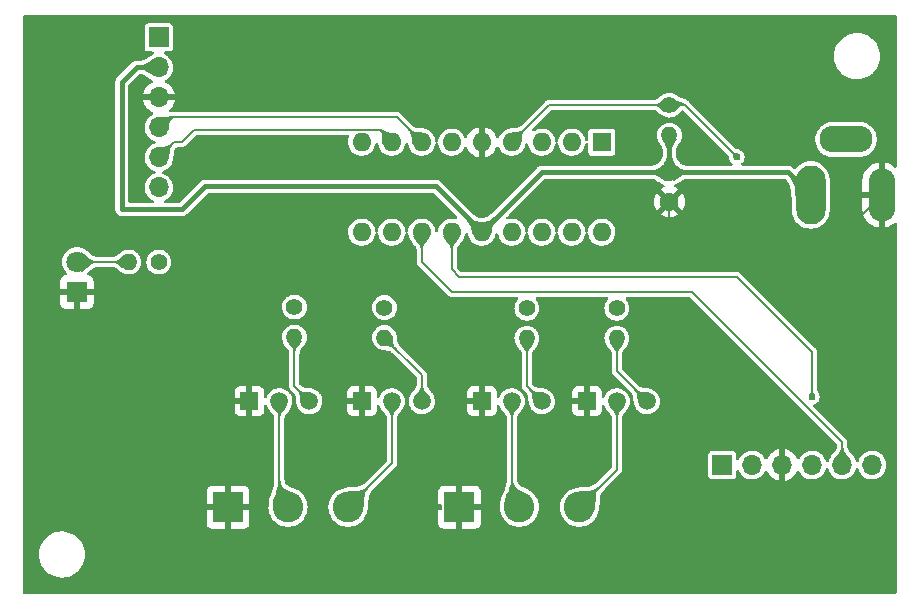
<source format=gtl>
G04 #@! TF.GenerationSoftware,KiCad,Pcbnew,(6.0.11-0)*
G04 #@! TF.CreationDate,2023-08-06T14:05:06+09:00*
G04 #@! TF.ProjectId,RadioCtrl-Override,52616469-6f43-4747-926c-2d4f76657272,rev?*
G04 #@! TF.SameCoordinates,PX7bfa480PY7bfa480*
G04 #@! TF.FileFunction,Copper,L1,Top*
G04 #@! TF.FilePolarity,Positive*
%FSLAX46Y46*%
G04 Gerber Fmt 4.6, Leading zero omitted, Abs format (unit mm)*
G04 Created by KiCad (PCBNEW (6.0.11-0)) date 2023-08-06 14:05:06*
%MOMM*%
%LPD*%
G01*
G04 APERTURE LIST*
G04 #@! TA.AperFunction,ComponentPad*
%ADD10C,1.400000*%
G04 #@! TD*
G04 #@! TA.AperFunction,ComponentPad*
%ADD11O,1.400000X1.400000*%
G04 #@! TD*
G04 #@! TA.AperFunction,ComponentPad*
%ADD12R,2.600000X2.600000*%
G04 #@! TD*
G04 #@! TA.AperFunction,ComponentPad*
%ADD13C,2.600000*%
G04 #@! TD*
G04 #@! TA.AperFunction,ComponentPad*
%ADD14O,1.700000X1.700000*%
G04 #@! TD*
G04 #@! TA.AperFunction,ComponentPad*
%ADD15R,1.700000X1.700000*%
G04 #@! TD*
G04 #@! TA.AperFunction,ComponentPad*
%ADD16R,1.600000X1.600000*%
G04 #@! TD*
G04 #@! TA.AperFunction,ComponentPad*
%ADD17O,1.600000X1.600000*%
G04 #@! TD*
G04 #@! TA.AperFunction,ComponentPad*
%ADD18R,1.500000X1.500000*%
G04 #@! TD*
G04 #@! TA.AperFunction,ComponentPad*
%ADD19C,1.500000*%
G04 #@! TD*
G04 #@! TA.AperFunction,ComponentPad*
%ADD20C,1.600000*%
G04 #@! TD*
G04 #@! TA.AperFunction,ComponentPad*
%ADD21R,1.800000X1.800000*%
G04 #@! TD*
G04 #@! TA.AperFunction,ComponentPad*
%ADD22C,1.800000*%
G04 #@! TD*
G04 #@! TA.AperFunction,ComponentPad*
%ADD23O,2.500000X5.000000*%
G04 #@! TD*
G04 #@! TA.AperFunction,ComponentPad*
%ADD24O,2.250000X4.500000*%
G04 #@! TD*
G04 #@! TA.AperFunction,ComponentPad*
%ADD25O,4.500000X2.250000*%
G04 #@! TD*
G04 #@! TA.AperFunction,ViaPad*
%ADD26C,0.605000*%
G04 #@! TD*
G04 #@! TA.AperFunction,Conductor*
%ADD27C,0.152400*%
G04 #@! TD*
G04 #@! TA.AperFunction,Conductor*
%ADD28C,0.400000*%
G04 #@! TD*
G04 APERTURE END LIST*
D10*
X55245000Y41860000D03*
D11*
X55245000Y39320000D03*
D12*
X17877500Y7813500D03*
D13*
X22957500Y7813500D03*
X28037500Y7813500D03*
D10*
X12015000Y28575000D03*
D11*
X9475000Y28575000D03*
D10*
X43180000Y24660000D03*
D11*
X43180000Y22120000D03*
D14*
X12020000Y34900000D03*
X12020000Y37440000D03*
X12020000Y39980000D03*
X12020000Y42520000D03*
X12020000Y45060000D03*
D15*
X12020000Y47600000D03*
D10*
X31115000Y24715000D03*
D11*
X31115000Y22175000D03*
D10*
X23495000Y24765000D03*
D11*
X23495000Y22225000D03*
D16*
X49520000Y38725000D03*
D17*
X46980000Y38725000D03*
X44440000Y38725000D03*
X41900000Y38725000D03*
X39360000Y38725000D03*
X36820000Y38725000D03*
X34280000Y38725000D03*
X31740000Y38725000D03*
X29200000Y38725000D03*
X29200000Y31105000D03*
X31740000Y31105000D03*
X34280000Y31105000D03*
X36820000Y31105000D03*
X39360000Y31105000D03*
X41900000Y31105000D03*
X44440000Y31105000D03*
X46980000Y31105000D03*
X49520000Y31105000D03*
D15*
X59715000Y11385000D03*
D14*
X62255000Y11385000D03*
X64795000Y11385000D03*
X67335000Y11385000D03*
X69875000Y11385000D03*
X72415000Y11385000D03*
D18*
X29210000Y16785000D03*
D19*
X31750000Y16785000D03*
X34290000Y16785000D03*
D20*
X55245000Y33675000D03*
X55245000Y36175000D03*
D12*
X37460000Y7813500D03*
D13*
X42540000Y7813500D03*
X47620000Y7813500D03*
D21*
X5080000Y26035000D03*
D22*
X5080000Y28575000D03*
D18*
X48260000Y16785000D03*
D19*
X50800000Y16785000D03*
X53340000Y16785000D03*
D18*
X39370000Y16785000D03*
D19*
X41910000Y16785000D03*
X44450000Y16785000D03*
D10*
X50800000Y24670000D03*
D11*
X50800000Y22130000D03*
D23*
X67212500Y34250000D03*
D24*
X73212500Y34250000D03*
D25*
X70212500Y38950000D03*
D18*
X19685000Y16785000D03*
D19*
X22225000Y16785000D03*
X24765000Y16785000D03*
D26*
X15875000Y46355000D03*
X71755000Y15240000D03*
X58420000Y15240000D03*
X53975000Y6985000D03*
X61595000Y46355000D03*
X71755000Y26035000D03*
X15875000Y24765000D03*
X4445000Y15240000D03*
X26670000Y46355000D03*
X15875000Y37465000D03*
X58420000Y20955000D03*
X48260000Y46355000D03*
X15875000Y15240000D03*
X4445000Y8255000D03*
X36830000Y46355000D03*
X35560000Y24765000D03*
X61595000Y38735000D03*
X27305000Y24765000D03*
X24130000Y37465000D03*
X60960000Y37465000D03*
X67310000Y17145000D03*
D27*
X40005000Y26035000D02*
X42545000Y26035000D01*
X34280000Y31105000D02*
X34280000Y28585000D01*
X34280000Y28585000D02*
X36830000Y26035000D01*
X42545000Y26035000D02*
X57150000Y26035000D01*
X36830000Y26035000D02*
X42545000Y26035000D01*
X36820000Y31105000D02*
X36820000Y27950000D01*
X36820000Y27950000D02*
X37465000Y27305000D01*
X60960000Y27305000D02*
X67310000Y20955000D01*
X37465000Y27305000D02*
X60960000Y27305000D01*
X67310000Y20955000D02*
X67310000Y17145000D01*
X58000000Y29500000D02*
X68462500Y29500000D01*
X68462500Y29500000D02*
X73212500Y34250000D01*
X55245000Y33675000D02*
X55245000Y32255000D01*
X55245000Y32255000D02*
X58000000Y29500000D01*
D28*
X55245000Y36175000D02*
X65287500Y36175000D01*
X12020000Y45060000D02*
X10135000Y45060000D01*
X8890000Y43815000D02*
X8890000Y33020000D01*
X13970000Y33020000D02*
X15950000Y35000000D01*
X39360000Y31105000D02*
X44430000Y36175000D01*
X35465000Y35000000D02*
X39360000Y31105000D01*
X55245000Y36175000D02*
X55245000Y39320000D01*
X8890000Y33020000D02*
X13970000Y33020000D01*
X65287500Y36175000D02*
X67212500Y34250000D01*
X10135000Y45060000D02*
X8890000Y43815000D01*
X15950000Y35000000D02*
X35465000Y35000000D01*
X44430000Y36175000D02*
X55245000Y36175000D01*
D27*
X9475000Y28575000D02*
X5080000Y28575000D01*
X22225000Y16785000D02*
X22225000Y8546000D01*
X22225000Y8546000D02*
X22957500Y7813500D01*
X31750000Y16785000D02*
X31750000Y11526000D01*
X31750000Y11526000D02*
X28037500Y7813500D01*
X41910000Y16785000D02*
X41910000Y8443500D01*
X41910000Y8443500D02*
X42540000Y7813500D01*
X50800000Y10993500D02*
X47620000Y7813500D01*
X50800000Y16785000D02*
X50800000Y10993500D01*
X32175000Y40830000D02*
X34280000Y38725000D01*
X12020000Y39980000D02*
X12870000Y40830000D01*
X12870000Y40830000D02*
X32175000Y40830000D01*
X13970000Y38735000D02*
X14988600Y39753600D01*
X12020000Y37440000D02*
X13315000Y38735000D01*
X14988600Y39753600D02*
X30711400Y39753600D01*
X13315000Y38735000D02*
X13970000Y38735000D01*
X30711400Y39753600D02*
X31740000Y38725000D01*
X55245000Y41860000D02*
X56565000Y41860000D01*
X45035000Y41860000D02*
X55245000Y41860000D01*
X56565000Y41860000D02*
X60960000Y37465000D01*
X41900000Y38725000D02*
X45035000Y41860000D01*
X57150000Y26035000D02*
X69875000Y13310000D01*
X69875000Y13310000D02*
X69875000Y11385000D01*
X23495000Y18055000D02*
X24765000Y16785000D01*
X23495000Y22225000D02*
X23495000Y18055000D01*
X34290000Y19000000D02*
X34290000Y16785000D01*
X31115000Y22175000D02*
X34290000Y19000000D01*
X43180000Y18055000D02*
X44450000Y16785000D01*
X43180000Y22120000D02*
X43180000Y18055000D01*
X50800000Y22130000D02*
X50800000Y19325000D01*
X50800000Y19325000D02*
X53340000Y16785000D01*
G04 #@! TA.AperFunction,Conductor*
G36*
X13168943Y38681076D02*
G01*
X13261076Y38588943D01*
X13264503Y38580670D01*
X13261533Y38572881D01*
X13161807Y38461107D01*
X13134395Y38430384D01*
X13104146Y38385236D01*
X13043113Y38294140D01*
X13041301Y38291436D01*
X12981576Y38160590D01*
X12947184Y38034148D01*
X12930092Y37908417D01*
X12930078Y37908193D01*
X12930078Y37908189D01*
X12922265Y37779699D01*
X12922260Y37779605D01*
X12915681Y37644557D01*
X12915646Y37644055D01*
X12902314Y37499009D01*
X12902185Y37498045D01*
X12874139Y37339277D01*
X12873861Y37338077D01*
X12825310Y37169344D01*
X12819730Y37162342D01*
X12814297Y37160882D01*
X12123526Y37147379D01*
X11731645Y37139718D01*
X11723306Y37142983D01*
X11719718Y37151645D01*
X11731994Y37779605D01*
X11740882Y38234297D01*
X11744470Y38242500D01*
X11749343Y38245310D01*
X11909645Y38291436D01*
X11918076Y38293862D01*
X11919276Y38294140D01*
X11943723Y38298459D01*
X12078050Y38322187D01*
X12079002Y38322314D01*
X12224073Y38335648D01*
X12224536Y38335681D01*
X12359698Y38342266D01*
X12425383Y38346260D01*
X12488188Y38350079D01*
X12488192Y38350079D01*
X12488416Y38350093D01*
X12614147Y38367185D01*
X12614511Y38367284D01*
X12614516Y38367285D01*
X12683333Y38386004D01*
X12740589Y38401577D01*
X12871435Y38461302D01*
X13010383Y38554396D01*
X13010690Y38554670D01*
X13010694Y38554673D01*
X13152881Y38681533D01*
X13161335Y38684484D01*
X13168943Y38681076D01*
G37*
G04 #@! TD.AperFunction*
G04 #@! TA.AperFunction,Conductor*
G36*
X34288433Y31496231D02*
G01*
X34994022Y30762505D01*
X34997287Y30754167D01*
X34995830Y30748739D01*
X34916400Y30604943D01*
X34915757Y30603909D01*
X34829225Y30479784D01*
X34828644Y30479020D01*
X34741563Y30373688D01*
X34741242Y30373315D01*
X34656279Y30278926D01*
X34576448Y30187944D01*
X34504749Y30092778D01*
X34444028Y29985665D01*
X34397132Y29858840D01*
X34366907Y29704540D01*
X34366885Y29704148D01*
X34366884Y29704141D01*
X34356824Y29526040D01*
X34352936Y29517973D01*
X34345143Y29515000D01*
X34214857Y29515000D01*
X34206584Y29518427D01*
X34203176Y29526040D01*
X34193115Y29704141D01*
X34193114Y29704148D01*
X34193092Y29704540D01*
X34162867Y29858840D01*
X34115971Y29985665D01*
X34055250Y30092778D01*
X33983551Y30187944D01*
X33903720Y30278926D01*
X33818757Y30373315D01*
X33818436Y30373688D01*
X33731355Y30479020D01*
X33730774Y30479784D01*
X33644242Y30603909D01*
X33643599Y30604943D01*
X33564170Y30748739D01*
X33563169Y30757638D01*
X33565977Y30762504D01*
X34271567Y31496231D01*
X34279771Y31499819D01*
X34288433Y31496231D01*
G37*
G04 #@! TD.AperFunction*
G04 #@! TA.AperFunction,Conductor*
G36*
X36828433Y31496231D02*
G01*
X37534022Y30762505D01*
X37537287Y30754167D01*
X37535830Y30748739D01*
X37456400Y30604943D01*
X37455757Y30603909D01*
X37369225Y30479784D01*
X37368644Y30479020D01*
X37281563Y30373688D01*
X37281242Y30373315D01*
X37196279Y30278926D01*
X37116448Y30187944D01*
X37044749Y30092778D01*
X36984028Y29985665D01*
X36937132Y29858840D01*
X36906907Y29704540D01*
X36906885Y29704148D01*
X36906884Y29704141D01*
X36896824Y29526040D01*
X36892936Y29517973D01*
X36885143Y29515000D01*
X36754857Y29515000D01*
X36746584Y29518427D01*
X36743176Y29526040D01*
X36733115Y29704141D01*
X36733114Y29704148D01*
X36733092Y29704540D01*
X36702867Y29858840D01*
X36655971Y29985665D01*
X36595250Y30092778D01*
X36523551Y30187944D01*
X36443720Y30278926D01*
X36358757Y30373315D01*
X36358436Y30373688D01*
X36271355Y30479020D01*
X36270774Y30479784D01*
X36184242Y30603909D01*
X36183599Y30604943D01*
X36104170Y30748739D01*
X36103169Y30757638D01*
X36105977Y30762504D01*
X36811567Y31496231D01*
X36819771Y31499819D01*
X36828433Y31496231D01*
G37*
G04 #@! TD.AperFunction*
G04 #@! TA.AperFunction,Conductor*
G36*
X67383248Y17744073D02*
G01*
X67386665Y17736285D01*
X67389090Y17677743D01*
X67397347Y17619745D01*
X67410352Y17570987D01*
X67427485Y17528951D01*
X67448125Y17491118D01*
X67461578Y17470450D01*
X67471634Y17455001D01*
X67471677Y17454938D01*
X67497418Y17418035D01*
X67497495Y17417923D01*
X67524743Y17377879D01*
X67525031Y17377435D01*
X67553169Y17331774D01*
X67553550Y17331107D01*
X67578293Y17284336D01*
X67579133Y17275422D01*
X67576384Y17270756D01*
X67318433Y17002519D01*
X67310229Y16998931D01*
X67301567Y17002519D01*
X67043616Y17270756D01*
X67040351Y17279095D01*
X67041707Y17284337D01*
X67066449Y17331107D01*
X67066830Y17331774D01*
X67094968Y17377435D01*
X67095256Y17377879D01*
X67122504Y17417923D01*
X67122581Y17418035D01*
X67148322Y17454938D01*
X67148365Y17455001D01*
X67158421Y17470450D01*
X67171874Y17491118D01*
X67192514Y17528951D01*
X67209647Y17570987D01*
X67222652Y17619745D01*
X67230909Y17677743D01*
X67233335Y17736284D01*
X67237101Y17744409D01*
X67245025Y17747500D01*
X67374975Y17747500D01*
X67383248Y17744073D01*
G37*
G04 #@! TD.AperFunction*
G04 #@! TA.AperFunction,Conductor*
G36*
X55737840Y36818669D02*
G01*
X55832208Y36760335D01*
X55859524Y36743449D01*
X55859976Y36743155D01*
X55966031Y36670635D01*
X55966150Y36670553D01*
X56063590Y36602145D01*
X56063662Y36602098D01*
X56063688Y36602080D01*
X56153477Y36543191D01*
X56158840Y36539674D01*
X56159029Y36539570D01*
X56159034Y36539567D01*
X56258237Y36484992D01*
X56258241Y36484990D01*
X56258532Y36484830D01*
X56258840Y36484703D01*
X56258845Y36484701D01*
X56332391Y36454463D01*
X56369330Y36439276D01*
X56420204Y36425585D01*
X56497558Y36404768D01*
X56497562Y36404767D01*
X56497897Y36404677D01*
X56498242Y36404628D01*
X56498244Y36404627D01*
X56650606Y36382739D01*
X56650608Y36382739D01*
X56650899Y36382697D01*
X56823790Y36375469D01*
X56831912Y36371699D01*
X56835000Y36363779D01*
X56835000Y35986221D01*
X56831573Y35977948D01*
X56823790Y35974531D01*
X56650899Y35967304D01*
X56650608Y35967262D01*
X56650606Y35967262D01*
X56498244Y35945374D01*
X56498242Y35945373D01*
X56497897Y35945324D01*
X56497562Y35945234D01*
X56497558Y35945233D01*
X56420204Y35924416D01*
X56369330Y35910725D01*
X56368985Y35910583D01*
X56258845Y35865300D01*
X56258840Y35865298D01*
X56258532Y35865171D01*
X56258241Y35865011D01*
X56258237Y35865009D01*
X56159034Y35810434D01*
X56158840Y35810327D01*
X56158650Y35810203D01*
X56158651Y35810203D01*
X56063688Y35747921D01*
X56063662Y35747903D01*
X56063590Y35747856D01*
X55985125Y35692769D01*
X55966150Y35679448D01*
X55966031Y35679366D01*
X55859976Y35606846D01*
X55859524Y35606552D01*
X55738167Y35531534D01*
X55737491Y35531147D01*
X55601194Y35458963D01*
X55592279Y35458119D01*
X55587608Y35460869D01*
X55258607Y35777254D01*
X54845000Y36175000D01*
X55593711Y36895000D01*
X55737840Y36818669D01*
G37*
G04 #@! TD.AperFunction*
G04 #@! TA.AperFunction,Conductor*
G36*
X11655608Y45819120D02*
G01*
X11901163Y45582982D01*
X12240074Y45257068D01*
X12436231Y45068433D01*
X12439819Y45060229D01*
X12436231Y45051567D01*
X12228162Y44851477D01*
X11655608Y44300880D01*
X11647269Y44297615D01*
X11642004Y44298983D01*
X11638437Y44300880D01*
X11495841Y44376713D01*
X11495154Y44377110D01*
X11365809Y44458028D01*
X11365344Y44458334D01*
X11252572Y44536926D01*
X11252441Y44537019D01*
X11149242Y44611305D01*
X11149239Y44611307D01*
X11149178Y44611351D01*
X11048334Y44679472D01*
X10942804Y44739434D01*
X10825395Y44789354D01*
X10825030Y44789456D01*
X10825026Y44789457D01*
X10689279Y44827245D01*
X10689276Y44827246D01*
X10688919Y44827345D01*
X10688559Y44827398D01*
X10688552Y44827400D01*
X10526488Y44851477D01*
X10526485Y44851477D01*
X10526184Y44851522D01*
X10341194Y44859516D01*
X10333077Y44863297D01*
X10330000Y44871205D01*
X10330000Y45248795D01*
X10333427Y45257068D01*
X10341195Y45260484D01*
X10526184Y45268479D01*
X10526485Y45268524D01*
X10526488Y45268524D01*
X10688552Y45292601D01*
X10688559Y45292603D01*
X10688919Y45292656D01*
X10689276Y45292755D01*
X10689279Y45292756D01*
X10825026Y45330544D01*
X10825030Y45330545D01*
X10825395Y45330647D01*
X10942804Y45380567D01*
X11048334Y45440529D01*
X11149178Y45508650D01*
X11252461Y45582996D01*
X11252586Y45583085D01*
X11365344Y45661667D01*
X11365809Y45661973D01*
X11495154Y45742891D01*
X11495854Y45743295D01*
X11642005Y45821017D01*
X11650918Y45821876D01*
X11655608Y45819120D01*
G37*
G04 #@! TD.AperFunction*
G04 #@! TA.AperFunction,Conductor*
G36*
X40350813Y32362785D02*
G01*
X40617786Y32095812D01*
X40621213Y32087539D01*
X40618124Y32079619D01*
X40500983Y31952258D01*
X40408337Y31828527D01*
X40341892Y31713151D01*
X40295757Y31602594D01*
X40264045Y31493321D01*
X40240866Y31381795D01*
X40240855Y31381730D01*
X40220340Y31264534D01*
X40220314Y31264392D01*
X40196598Y31138106D01*
X40196486Y31137578D01*
X40163723Y30998731D01*
X40163519Y30997979D01*
X40118182Y30850554D01*
X40112475Y30843654D01*
X40107228Y30842295D01*
X39910786Y30838454D01*
X39139942Y30823385D01*
X39088870Y30822387D01*
X39080531Y30825652D01*
X39077747Y30829819D01*
X39077329Y30830887D01*
X39097460Y31860693D01*
X39253349Y31908634D01*
X39360000Y31933800D01*
X39361326Y31934113D01*
X39392577Y31941487D01*
X39393105Y31941599D01*
X39519391Y31965315D01*
X39519533Y31965341D01*
X39544503Y31969712D01*
X39636794Y31985867D01*
X39748320Y32009046D01*
X39748545Y32009111D01*
X39748556Y32009114D01*
X39805353Y32025597D01*
X39857593Y32040758D01*
X39857889Y32040882D01*
X39857896Y32040884D01*
X39967817Y32086754D01*
X39967818Y32086754D01*
X39968150Y32086893D01*
X39968460Y32087072D01*
X39968465Y32087074D01*
X40083226Y32153165D01*
X40083229Y32153167D01*
X40083526Y32153338D01*
X40207257Y32245984D01*
X40334251Y32362785D01*
X40334620Y32363124D01*
X40343029Y32366202D01*
X40350813Y32362785D01*
G37*
G04 #@! TD.AperFunction*
G04 #@! TA.AperFunction,Conductor*
G36*
X38385381Y32363124D02*
G01*
X38512742Y32245984D01*
X38636473Y32153338D01*
X38636770Y32153167D01*
X38636773Y32153165D01*
X38751534Y32087074D01*
X38751539Y32087072D01*
X38751849Y32086893D01*
X38752181Y32086754D01*
X38752182Y32086754D01*
X38862103Y32040884D01*
X38862110Y32040882D01*
X38862406Y32040758D01*
X38914646Y32025597D01*
X38971443Y32009114D01*
X38971454Y32009111D01*
X38971679Y32009046D01*
X39083205Y31985867D01*
X39175496Y31969712D01*
X39200466Y31965341D01*
X39200608Y31965315D01*
X39326894Y31941599D01*
X39327422Y31941487D01*
X39466650Y31908634D01*
X39622540Y31860693D01*
X39642626Y30833212D01*
X39642671Y30830887D01*
X39642253Y30829819D01*
X39636046Y30823365D01*
X39631130Y30822387D01*
X39580058Y30823385D01*
X38809214Y30838454D01*
X38612772Y30842295D01*
X38604568Y30845883D01*
X38601818Y30850554D01*
X38556480Y30997979D01*
X38556276Y30998731D01*
X38523513Y31137578D01*
X38523401Y31138106D01*
X38499685Y31264392D01*
X38499659Y31264534D01*
X38479144Y31381730D01*
X38479133Y31381795D01*
X38455954Y31493321D01*
X38424242Y31602594D01*
X38378107Y31713151D01*
X38311662Y31828527D01*
X38219016Y31952258D01*
X38101876Y32079619D01*
X38098797Y32088028D01*
X38102214Y32095812D01*
X38369188Y32362786D01*
X38377461Y32366213D01*
X38385381Y32363124D01*
G37*
G04 #@! TD.AperFunction*
G04 #@! TA.AperFunction,Conductor*
G36*
X55253433Y39661231D02*
G01*
X55869157Y39020954D01*
X55872422Y39012615D01*
X55871088Y39007414D01*
X55809966Y38890813D01*
X55809636Y38890225D01*
X55746394Y38784821D01*
X55746167Y38784459D01*
X55685659Y38691659D01*
X55629148Y38605946D01*
X55577975Y38521891D01*
X55533365Y38433879D01*
X55496539Y38336298D01*
X55468721Y38223534D01*
X55451134Y38089972D01*
X55451123Y38089689D01*
X55451123Y38089687D01*
X55445431Y37941252D01*
X55441690Y37933116D01*
X55433740Y37930000D01*
X55056259Y37930000D01*
X55047986Y37933427D01*
X55044568Y37941252D01*
X55038876Y38089687D01*
X55038876Y38089689D01*
X55038865Y38089972D01*
X55021278Y38223534D01*
X54993460Y38336298D01*
X54956634Y38433879D01*
X54912024Y38521891D01*
X54860851Y38605946D01*
X54804340Y38691659D01*
X54743832Y38784459D01*
X54743605Y38784821D01*
X54680363Y38890225D01*
X54680033Y38890813D01*
X54618913Y39007413D01*
X54618108Y39016330D01*
X54620843Y39020954D01*
X55236567Y39661231D01*
X55244771Y39664819D01*
X55253433Y39661231D01*
G37*
G04 #@! TD.AperFunction*
G04 #@! TA.AperFunction,Conductor*
G36*
X55442052Y37761573D02*
G01*
X55445469Y37753790D01*
X55452696Y37580900D01*
X55474676Y37427898D01*
X55509275Y37299331D01*
X55554829Y37188533D01*
X55609673Y37088841D01*
X55609797Y37088652D01*
X55672079Y36993689D01*
X55672097Y36993663D01*
X55672144Y36993591D01*
X55727231Y36915126D01*
X55740552Y36896151D01*
X55740634Y36896032D01*
X55813154Y36789977D01*
X55813448Y36789525D01*
X55888668Y36667841D01*
X55965000Y36523711D01*
X55251050Y35781291D01*
X55249689Y35780696D01*
X55240312Y35780695D01*
X55238951Y35781290D01*
X54525000Y36523711D01*
X54601331Y36667841D01*
X54676551Y36789525D01*
X54676845Y36789977D01*
X54749365Y36896032D01*
X54749447Y36896151D01*
X54762768Y36915126D01*
X54817855Y36993591D01*
X54817902Y36993663D01*
X54817920Y36993689D01*
X54880202Y37088652D01*
X54880326Y37088841D01*
X54935170Y37188533D01*
X54980724Y37299331D01*
X55015323Y37427898D01*
X55037303Y37580900D01*
X55044531Y37753790D01*
X55048301Y37761912D01*
X55056221Y37765000D01*
X55433779Y37765000D01*
X55442052Y37761573D01*
G37*
G04 #@! TD.AperFunction*
G04 #@! TA.AperFunction,Conductor*
G36*
X65601478Y36144653D02*
G01*
X65731879Y36026736D01*
X65810901Y35955278D01*
X65811192Y35955073D01*
X65811197Y35955069D01*
X65921836Y35877142D01*
X66010679Y35814566D01*
X66011044Y35814381D01*
X66011048Y35814378D01*
X66197663Y35719518D01*
X66198043Y35719325D01*
X66378477Y35658900D01*
X66557468Y35622634D01*
X66740499Y35599873D01*
X66932889Y35579979D01*
X66933221Y35579940D01*
X66974222Y35574465D01*
X67140235Y35552296D01*
X67141008Y35552166D01*
X67368166Y35506170D01*
X67369169Y35505921D01*
X67614513Y35433203D01*
X67621471Y35427566D01*
X67622886Y35422214D01*
X67654203Y33820224D01*
X67650938Y33811885D01*
X67642276Y33808297D01*
X66040286Y33839614D01*
X66032082Y33843202D01*
X66029297Y33847987D01*
X65956579Y34093331D01*
X65956330Y34094334D01*
X65910334Y34321492D01*
X65910204Y34322265D01*
X65882561Y34529272D01*
X65882520Y34529618D01*
X65862627Y34722001D01*
X65839892Y34904819D01*
X65839866Y34905032D01*
X65803600Y35084023D01*
X65743175Y35264457D01*
X65662984Y35422214D01*
X65648122Y35451452D01*
X65648119Y35451456D01*
X65647934Y35451821D01*
X65543655Y35599873D01*
X65507431Y35651303D01*
X65507427Y35651308D01*
X65507222Y35651599D01*
X65435764Y35730621D01*
X65317847Y35861022D01*
X65314840Y35869456D01*
X65318252Y35877142D01*
X65585358Y36144248D01*
X65593631Y36147675D01*
X65601478Y36144653D01*
G37*
G04 #@! TD.AperFunction*
G04 #@! TA.AperFunction,Conductor*
G36*
X55645000Y36175000D02*
G01*
X55237336Y35782969D01*
X55200823Y35747856D01*
X54902392Y35460869D01*
X54894053Y35457604D01*
X54888806Y35458963D01*
X54752508Y35531147D01*
X54751832Y35531534D01*
X54630475Y35606552D01*
X54630023Y35606846D01*
X54523968Y35679366D01*
X54523849Y35679448D01*
X54504874Y35692769D01*
X54426409Y35747856D01*
X54426337Y35747903D01*
X54426311Y35747921D01*
X54331348Y35810203D01*
X54331349Y35810203D01*
X54331159Y35810327D01*
X54330965Y35810434D01*
X54231762Y35865009D01*
X54231758Y35865011D01*
X54231467Y35865171D01*
X54231159Y35865298D01*
X54231154Y35865300D01*
X54121014Y35910583D01*
X54120669Y35910725D01*
X54069795Y35924416D01*
X53992441Y35945233D01*
X53992437Y35945234D01*
X53992102Y35945324D01*
X53991757Y35945373D01*
X53991755Y35945374D01*
X53839393Y35967262D01*
X53839391Y35967262D01*
X53839100Y35967304D01*
X53666210Y35974531D01*
X53658089Y35978301D01*
X53655000Y35986221D01*
X53655000Y36363779D01*
X53658427Y36372052D01*
X53666210Y36375469D01*
X53839100Y36382697D01*
X53839391Y36382739D01*
X53839393Y36382739D01*
X53991755Y36404627D01*
X53991757Y36404628D01*
X53992102Y36404677D01*
X53992437Y36404767D01*
X53992441Y36404768D01*
X54069795Y36425585D01*
X54120669Y36439276D01*
X54157608Y36454463D01*
X54231154Y36484701D01*
X54231159Y36484703D01*
X54231467Y36484830D01*
X54231758Y36484990D01*
X54231762Y36484992D01*
X54330965Y36539567D01*
X54330970Y36539570D01*
X54331159Y36539674D01*
X54336522Y36543191D01*
X54426311Y36602080D01*
X54426337Y36602098D01*
X54426409Y36602145D01*
X54523849Y36670553D01*
X54523968Y36670635D01*
X54630023Y36743155D01*
X54630475Y36743449D01*
X54657791Y36760335D01*
X54752159Y36818669D01*
X54896289Y36895000D01*
X55645000Y36175000D01*
G37*
G04 #@! TD.AperFunction*
G04 #@! TA.AperFunction,Conductor*
G36*
X9176086Y29199030D02*
G01*
X9245556Y29132224D01*
X9745762Y28651200D01*
X9816231Y28583433D01*
X9819819Y28575229D01*
X9816231Y28566567D01*
X9709397Y28463830D01*
X9176086Y27950970D01*
X9167747Y27947705D01*
X9162333Y27949154D01*
X9038222Y28017488D01*
X9037215Y28018110D01*
X9026758Y28025333D01*
X8929023Y28092842D01*
X8928302Y28093385D01*
X8836223Y28168416D01*
X8835869Y28168717D01*
X8753237Y28241702D01*
X8753182Y28241751D01*
X8673343Y28310280D01*
X8673164Y28310412D01*
X8590132Y28371517D01*
X8590127Y28371520D01*
X8589831Y28371738D01*
X8495944Y28423723D01*
X8495507Y28423881D01*
X8385411Y28463674D01*
X8385405Y28463676D01*
X8384978Y28463830D01*
X8250231Y28489657D01*
X8249838Y28489679D01*
X8249836Y28489679D01*
X8203460Y28492245D01*
X8096053Y28498188D01*
X8087982Y28502067D01*
X8085000Y28509870D01*
X8085000Y28640130D01*
X8088427Y28648403D01*
X8096053Y28651812D01*
X8196420Y28657366D01*
X8249836Y28660322D01*
X8249838Y28660322D01*
X8250231Y28660344D01*
X8384978Y28686171D01*
X8385405Y28686325D01*
X8385411Y28686327D01*
X8495507Y28726120D01*
X8495508Y28726120D01*
X8495944Y28726278D01*
X8589831Y28778263D01*
X8590127Y28778481D01*
X8590132Y28778484D01*
X8673164Y28839589D01*
X8673168Y28839593D01*
X8673343Y28839721D01*
X8753182Y28908250D01*
X8835869Y28981284D01*
X8836223Y28981585D01*
X8869280Y29008522D01*
X8928302Y29056616D01*
X8929023Y29057159D01*
X9037215Y29131891D01*
X9038222Y29132513D01*
X9162333Y29200846D01*
X9171233Y29201835D01*
X9176086Y29199030D01*
G37*
G04 #@! TD.AperFunction*
G04 #@! TA.AperFunction,Conductor*
G36*
X5479854Y29380817D02*
G01*
X5643336Y29290289D01*
X5644391Y29289630D01*
X5784475Y29191280D01*
X5785256Y29190680D01*
X5903873Y29091517D01*
X5904259Y29091180D01*
X6010325Y28994311D01*
X6010361Y28994278D01*
X6084765Y28927880D01*
X6112447Y28903177D01*
X6112608Y28903054D01*
X6112617Y28903046D01*
X6192215Y28841987D01*
X6219265Y28821237D01*
X6219597Y28821046D01*
X6219602Y28821042D01*
X6280603Y28785834D01*
X6339605Y28751780D01*
X6340049Y28751613D01*
X6340051Y28751612D01*
X6442404Y28713102D01*
X6482290Y28698095D01*
X6656147Y28663472D01*
X6858970Y28651833D01*
X6867034Y28647938D01*
X6870000Y28640152D01*
X6870000Y28509848D01*
X6866573Y28501575D01*
X6858970Y28498167D01*
X6656147Y28486529D01*
X6482290Y28451906D01*
X6481848Y28451740D01*
X6481849Y28451740D01*
X6340051Y28398389D01*
X6340049Y28398388D01*
X6339605Y28398221D01*
X6280603Y28364167D01*
X6219602Y28328959D01*
X6219597Y28328955D01*
X6219265Y28328764D01*
X6218955Y28328526D01*
X6112617Y28246955D01*
X6112608Y28246947D01*
X6112447Y28246824D01*
X6112286Y28246680D01*
X6010361Y28155723D01*
X6010325Y28155690D01*
X5912947Y28066755D01*
X5904259Y28058821D01*
X5903873Y28058484D01*
X5785256Y27959321D01*
X5784475Y27958721D01*
X5644391Y27860371D01*
X5643336Y27859712D01*
X5479854Y27769183D01*
X5470956Y27768173D01*
X5466076Y27770985D01*
X5066031Y28155690D01*
X4638769Y28566567D01*
X4635181Y28574771D01*
X4638769Y28583433D01*
X4697750Y28640152D01*
X5466077Y29379015D01*
X5474415Y29382280D01*
X5479854Y29380817D01*
G37*
G04 #@! TD.AperFunction*
G04 #@! TA.AperFunction,Conductor*
G36*
X22298587Y10192573D02*
G01*
X22301984Y10185143D01*
X22318872Y9951330D01*
X22369848Y9755890D01*
X22451063Y9601128D01*
X22451528Y9600602D01*
X22559053Y9478946D01*
X22559056Y9478943D01*
X22559454Y9478493D01*
X22691957Y9379436D01*
X22845509Y9295403D01*
X23017046Y9217845D01*
X23017069Y9217835D01*
X23017083Y9217829D01*
X23203372Y9138266D01*
X23203624Y9138155D01*
X23401505Y9048090D01*
X23402124Y9047786D01*
X23601423Y8942472D01*
X23607137Y8935576D01*
X23607486Y8930137D01*
X23324071Y7288461D01*
X23319287Y7280891D01*
X23310552Y7278922D01*
X23308941Y7279319D01*
X21665999Y7810751D01*
X21659182Y7816558D01*
X21657912Y7822422D01*
X21671229Y8110947D01*
X21671345Y8112133D01*
X21708507Y8361372D01*
X21708742Y8362539D01*
X21763502Y8577189D01*
X21763778Y8578110D01*
X21830353Y8771228D01*
X21830526Y8771698D01*
X21903150Y8956299D01*
X21903155Y8956312D01*
X21903155Y8956313D01*
X21938403Y9047786D01*
X21975862Y9145000D01*
X22042679Y9350450D01*
X22097704Y9585518D01*
X22099734Y9600602D01*
X22135007Y9862811D01*
X22135043Y9863078D01*
X22148337Y10184784D01*
X22152101Y10192908D01*
X22160026Y10196000D01*
X22290314Y10196000D01*
X22298587Y10192573D01*
G37*
G04 #@! TD.AperFunction*
G04 #@! TA.AperFunction,Conductor*
G36*
X22233433Y17151231D02*
G01*
X22894025Y16464296D01*
X22897290Y16455957D01*
X22895837Y16450535D01*
X22821952Y16316575D01*
X22821318Y16315554D01*
X22740698Y16199413D01*
X22740129Y16198660D01*
X22659068Y16099949D01*
X22658760Y16099590D01*
X22579764Y16011053D01*
X22505584Y15925642D01*
X22439005Y15836303D01*
X22382652Y15735803D01*
X22339151Y15616908D01*
X22311125Y15472385D01*
X22311103Y15471996D01*
X22311103Y15471994D01*
X22301818Y15306046D01*
X22297934Y15297978D01*
X22290136Y15295000D01*
X22159864Y15295000D01*
X22151591Y15298427D01*
X22148182Y15306046D01*
X22138896Y15471994D01*
X22138896Y15471996D01*
X22138874Y15472385D01*
X22110848Y15616908D01*
X22067347Y15735803D01*
X22010994Y15836303D01*
X21944415Y15925642D01*
X21870235Y16011053D01*
X21791239Y16099590D01*
X21790931Y16099949D01*
X21709870Y16198660D01*
X21709301Y16199413D01*
X21628681Y16315554D01*
X21628047Y16316575D01*
X21554163Y16450535D01*
X21553168Y16459435D01*
X21555975Y16464296D01*
X22216567Y17151231D01*
X22224771Y17154819D01*
X22233433Y17151231D01*
G37*
G04 #@! TD.AperFunction*
G04 #@! TA.AperFunction,Conductor*
G36*
X31758433Y17151231D02*
G01*
X32419025Y16464296D01*
X32422290Y16455957D01*
X32420837Y16450535D01*
X32346952Y16316575D01*
X32346318Y16315554D01*
X32265698Y16199413D01*
X32265129Y16198660D01*
X32184068Y16099949D01*
X32183760Y16099590D01*
X32104764Y16011053D01*
X32030584Y15925642D01*
X31964005Y15836303D01*
X31907652Y15735803D01*
X31864151Y15616908D01*
X31836125Y15472385D01*
X31836103Y15471996D01*
X31836103Y15471994D01*
X31826818Y15306046D01*
X31822934Y15297978D01*
X31815136Y15295000D01*
X31684864Y15295000D01*
X31676591Y15298427D01*
X31673182Y15306046D01*
X31663896Y15471994D01*
X31663896Y15471996D01*
X31663874Y15472385D01*
X31635848Y15616908D01*
X31592347Y15735803D01*
X31535994Y15836303D01*
X31469415Y15925642D01*
X31395235Y16011053D01*
X31316239Y16099590D01*
X31315931Y16099949D01*
X31234870Y16198660D01*
X31234301Y16199413D01*
X31153681Y16315554D01*
X31153047Y16316575D01*
X31079163Y16450535D01*
X31078168Y16459435D01*
X31080975Y16464296D01*
X31741567Y17151231D01*
X31749771Y17154819D01*
X31758433Y17151231D01*
G37*
G04 #@! TD.AperFunction*
G04 #@! TA.AperFunction,Conductor*
G36*
X29822819Y9690992D02*
G01*
X29914992Y9598819D01*
X29918419Y9590546D01*
X29915469Y9582779D01*
X29715883Y9357917D01*
X29715646Y9357556D01*
X29586780Y9161364D01*
X29574544Y9142736D01*
X29485947Y8939816D01*
X29437269Y8743493D01*
X29415690Y8548103D01*
X29408387Y8347980D01*
X29408386Y8347961D01*
X29402547Y8137744D01*
X29402518Y8137183D01*
X29385363Y7911409D01*
X29385238Y7910371D01*
X29344025Y7663219D01*
X29343738Y7661942D01*
X29267870Y7395200D01*
X29262310Y7388180D01*
X29256845Y7386703D01*
X27590046Y7354119D01*
X27581707Y7357384D01*
X27578119Y7366046D01*
X27610703Y9032845D01*
X27614291Y9041049D01*
X27619199Y9043869D01*
X27885939Y9119739D01*
X27887218Y9120026D01*
X28134370Y9161239D01*
X28135408Y9161364D01*
X28290614Y9173157D01*
X28361187Y9178519D01*
X28361737Y9178548D01*
X28409432Y9179873D01*
X28571960Y9184387D01*
X28571979Y9184388D01*
X28615275Y9185968D01*
X28771867Y9191682D01*
X28771878Y9191683D01*
X28772102Y9191691D01*
X28967492Y9213270D01*
X28967877Y9213365D01*
X28967880Y9213366D01*
X29053223Y9234527D01*
X29163815Y9261948D01*
X29366735Y9350545D01*
X29377959Y9357917D01*
X29581555Y9491647D01*
X29581916Y9491884D01*
X29806779Y9691469D01*
X29815242Y9694398D01*
X29822819Y9690992D01*
G37*
G04 #@! TD.AperFunction*
G04 #@! TA.AperFunction,Conductor*
G36*
X41983559Y10250073D02*
G01*
X41986958Y10242613D01*
X42004007Y9997620D01*
X42055310Y9792883D01*
X42136927Y9629950D01*
X42245680Y9499480D01*
X42378387Y9392134D01*
X42378717Y9391933D01*
X42378721Y9391930D01*
X42443555Y9352409D01*
X42531870Y9298573D01*
X42532039Y9298485D01*
X42532046Y9298481D01*
X42604438Y9260771D01*
X42702947Y9209456D01*
X42888252Y9115539D01*
X42888603Y9115354D01*
X43084812Y9007391D01*
X43085505Y9006978D01*
X43282776Y8879991D01*
X43287877Y8872631D01*
X43287747Y8867134D01*
X42857659Y7256814D01*
X42852213Y7249705D01*
X42842466Y7248798D01*
X42192931Y7477691D01*
X41248268Y7810587D01*
X41241605Y7816568D01*
X41240475Y7822253D01*
X41256589Y8119918D01*
X41256748Y8121309D01*
X41301636Y8376976D01*
X41301959Y8378332D01*
X41368100Y8597598D01*
X41368472Y8598648D01*
X41448910Y8795304D01*
X41449141Y8795831D01*
X41536900Y8983483D01*
X41536912Y8983509D01*
X41624704Y9175230D01*
X41624782Y9175400D01*
X41624842Y9175554D01*
X41624849Y9175572D01*
X41705437Y9384574D01*
X41705438Y9384577D01*
X41705539Y9384839D01*
X41772044Y9625321D01*
X41798672Y9793507D01*
X41817122Y9910045D01*
X41817122Y9910047D01*
X41817173Y9910368D01*
X41833261Y10242367D01*
X41837083Y10250464D01*
X41844946Y10253500D01*
X41975286Y10253500D01*
X41983559Y10250073D01*
G37*
G04 #@! TD.AperFunction*
G04 #@! TA.AperFunction,Conductor*
G36*
X41918433Y17151231D02*
G01*
X42579025Y16464296D01*
X42582290Y16455957D01*
X42580837Y16450535D01*
X42506952Y16316575D01*
X42506318Y16315554D01*
X42425698Y16199413D01*
X42425129Y16198660D01*
X42344068Y16099949D01*
X42343760Y16099590D01*
X42264764Y16011053D01*
X42190584Y15925642D01*
X42124005Y15836303D01*
X42067652Y15735803D01*
X42024151Y15616908D01*
X41996125Y15472385D01*
X41996103Y15471996D01*
X41996103Y15471994D01*
X41986818Y15306046D01*
X41982934Y15297978D01*
X41975136Y15295000D01*
X41844864Y15295000D01*
X41836591Y15298427D01*
X41833182Y15306046D01*
X41823896Y15471994D01*
X41823896Y15471996D01*
X41823874Y15472385D01*
X41795848Y15616908D01*
X41752347Y15735803D01*
X41695994Y15836303D01*
X41629415Y15925642D01*
X41555235Y16011053D01*
X41476239Y16099590D01*
X41475931Y16099949D01*
X41394870Y16198660D01*
X41394301Y16199413D01*
X41313681Y16315554D01*
X41313047Y16316575D01*
X41239163Y16450535D01*
X41238168Y16459435D01*
X41240975Y16464296D01*
X41901567Y17151231D01*
X41909771Y17154819D01*
X41918433Y17151231D01*
G37*
G04 #@! TD.AperFunction*
G04 #@! TA.AperFunction,Conductor*
G36*
X49405319Y9690992D02*
G01*
X49497492Y9598819D01*
X49500919Y9590546D01*
X49497969Y9582779D01*
X49298383Y9357917D01*
X49298146Y9357556D01*
X49169280Y9161364D01*
X49157044Y9142736D01*
X49068447Y8939816D01*
X49019769Y8743493D01*
X48998190Y8548103D01*
X48990887Y8347980D01*
X48990886Y8347961D01*
X48985047Y8137744D01*
X48985018Y8137183D01*
X48967863Y7911409D01*
X48967738Y7910371D01*
X48926525Y7663219D01*
X48926238Y7661942D01*
X48850370Y7395200D01*
X48844810Y7388180D01*
X48839345Y7386703D01*
X47172546Y7354119D01*
X47164207Y7357384D01*
X47160619Y7366046D01*
X47193203Y9032845D01*
X47196791Y9041049D01*
X47201699Y9043869D01*
X47468439Y9119739D01*
X47469718Y9120026D01*
X47716870Y9161239D01*
X47717908Y9161364D01*
X47873114Y9173157D01*
X47943687Y9178519D01*
X47944237Y9178548D01*
X47991932Y9179873D01*
X48154460Y9184387D01*
X48154479Y9184388D01*
X48197775Y9185968D01*
X48354367Y9191682D01*
X48354378Y9191683D01*
X48354602Y9191691D01*
X48549992Y9213270D01*
X48550377Y9213365D01*
X48550380Y9213366D01*
X48635723Y9234527D01*
X48746315Y9261948D01*
X48949235Y9350545D01*
X48960459Y9357917D01*
X49164055Y9491647D01*
X49164416Y9491884D01*
X49389279Y9691469D01*
X49397742Y9694398D01*
X49405319Y9690992D01*
G37*
G04 #@! TD.AperFunction*
G04 #@! TA.AperFunction,Conductor*
G36*
X50808433Y17151231D02*
G01*
X51469025Y16464296D01*
X51472290Y16455957D01*
X51470837Y16450535D01*
X51396952Y16316575D01*
X51396318Y16315554D01*
X51315698Y16199413D01*
X51315129Y16198660D01*
X51234068Y16099949D01*
X51233760Y16099590D01*
X51154764Y16011053D01*
X51080584Y15925642D01*
X51014005Y15836303D01*
X50957652Y15735803D01*
X50914151Y15616908D01*
X50886125Y15472385D01*
X50886103Y15471996D01*
X50886103Y15471994D01*
X50876818Y15306046D01*
X50872934Y15297978D01*
X50865136Y15295000D01*
X50734864Y15295000D01*
X50726591Y15298427D01*
X50723182Y15306046D01*
X50713896Y15471994D01*
X50713896Y15471996D01*
X50713874Y15472385D01*
X50685848Y15616908D01*
X50642347Y15735803D01*
X50585994Y15836303D01*
X50519415Y15925642D01*
X50445235Y16011053D01*
X50366239Y16099590D01*
X50365931Y16099949D01*
X50284870Y16198660D01*
X50284301Y16199413D01*
X50203681Y16315554D01*
X50203047Y16316575D01*
X50129163Y16450535D01*
X50128168Y16459435D01*
X50130975Y16464296D01*
X50791567Y17151231D01*
X50799771Y17154819D01*
X50808433Y17151231D01*
G37*
G04 #@! TD.AperFunction*
G04 #@! TA.AperFunction,Conductor*
G36*
X33217830Y39895815D02*
G01*
X33351178Y39776728D01*
X33481657Y39688993D01*
X33482090Y39688794D01*
X33604067Y39632672D01*
X33604071Y39632671D01*
X33604496Y39632475D01*
X33604948Y39632350D01*
X33604951Y39632349D01*
X33636881Y39623523D01*
X33723172Y39599671D01*
X33723556Y39599617D01*
X33840942Y39583108D01*
X33840948Y39583107D01*
X33841164Y39583077D01*
X33841383Y39583063D01*
X33841390Y39583062D01*
X33961947Y39575193D01*
X34088748Y39568528D01*
X34089239Y39568492D01*
X34225321Y39555586D01*
X34226272Y39555456D01*
X34375218Y39528875D01*
X34376404Y39528599D01*
X34534254Y39483082D01*
X34541252Y39477498D01*
X34542709Y39472072D01*
X34556519Y38765588D01*
X34562604Y38454323D01*
X34559339Y38445984D01*
X34550677Y38442396D01*
X34239412Y38448481D01*
X33532929Y38462291D01*
X33524726Y38465879D01*
X33521917Y38470747D01*
X33476401Y38628596D01*
X33476125Y38629782D01*
X33449544Y38778728D01*
X33449414Y38779679D01*
X33436508Y38915761D01*
X33436472Y38916252D01*
X33429807Y39043053D01*
X33421938Y39163610D01*
X33421937Y39163617D01*
X33421923Y39163836D01*
X33405329Y39281828D01*
X33372525Y39400504D01*
X33316007Y39523343D01*
X33242626Y39632475D01*
X33228492Y39653495D01*
X33228491Y39653496D01*
X33228272Y39653822D01*
X33109185Y39787170D01*
X33106231Y39795623D01*
X33109639Y39803236D01*
X33201764Y39895361D01*
X33210037Y39898788D01*
X33217830Y39895815D01*
G37*
G04 #@! TD.AperFunction*
G04 #@! TA.AperFunction,Conductor*
G36*
X13364396Y40902733D02*
G01*
X13367918Y40894365D01*
X13367918Y40764351D01*
X13364491Y40756078D01*
X13357424Y40752713D01*
X13214116Y40737865D01*
X13214113Y40737864D01*
X13213300Y40737780D01*
X13100254Y40692161D01*
X13021532Y40620604D01*
X12969889Y40526771D01*
X12938080Y40414324D01*
X12918857Y40286926D01*
X12918842Y40286772D01*
X12904985Y40148328D01*
X12904975Y40148238D01*
X12889224Y40002240D01*
X12889134Y40001580D01*
X12864355Y39852242D01*
X12864096Y39851060D01*
X12825238Y39709481D01*
X12819743Y39702410D01*
X12814185Y39700880D01*
X11734936Y39679782D01*
X11726597Y39683047D01*
X11723009Y39691251D01*
X11723387Y39694437D01*
X12017747Y40821373D01*
X12023153Y40828511D01*
X12028916Y40830115D01*
X12185530Y40832134D01*
X12277008Y40835902D01*
X12326028Y40837921D01*
X12326048Y40837922D01*
X12326119Y40837925D01*
X12326173Y40837929D01*
X12326196Y40837930D01*
X12448479Y40846454D01*
X12448508Y40846456D01*
X12448558Y40846460D01*
X12559638Y40856823D01*
X12624125Y40863651D01*
X12666127Y40868097D01*
X12666152Y40868100D01*
X12774827Y40879372D01*
X12774994Y40879387D01*
X12892542Y40889732D01*
X12892763Y40889749D01*
X12950715Y40893452D01*
X13026040Y40898265D01*
X13026352Y40898281D01*
X13146393Y40902733D01*
X13182238Y40904062D01*
X13182514Y40904069D01*
X13356084Y40906064D01*
X13364396Y40902733D01*
G37*
G04 #@! TD.AperFunction*
G04 #@! TA.AperFunction,Conductor*
G36*
X30731062Y39821300D02*
G01*
X30732404Y39821152D01*
X30802983Y39809262D01*
X30868552Y39798216D01*
X30869901Y39797905D01*
X30984533Y39764137D01*
X30985677Y39763735D01*
X31085564Y39722656D01*
X31086254Y39722346D01*
X31171719Y39680552D01*
X31178165Y39677400D01*
X31268403Y39632290D01*
X31363167Y39590837D01*
X31468996Y39556700D01*
X31592428Y39533535D01*
X31643763Y39530566D01*
X31731506Y39525491D01*
X31739567Y39521593D01*
X31742150Y39516768D01*
X32018935Y38457115D01*
X32017710Y38448244D01*
X32010572Y38442838D01*
X32007387Y38442460D01*
X31711517Y38448244D01*
X30993329Y38462284D01*
X30985125Y38465872D01*
X30982186Y38471233D01*
X30944584Y38626767D01*
X30944296Y38628554D01*
X30930517Y38795535D01*
X30930478Y38796652D01*
X30932684Y38962709D01*
X30932699Y38963167D01*
X30941097Y39123313D01*
X30941098Y39123355D01*
X30945771Y39272062D01*
X30945771Y39272066D01*
X30945780Y39272355D01*
X30936815Y39405204D01*
X30904281Y39516996D01*
X30838259Y39602867D01*
X30728825Y39657957D01*
X30727815Y39658078D01*
X30727814Y39658078D01*
X30642386Y39668283D01*
X30576373Y39676168D01*
X30568565Y39680552D01*
X30566061Y39687785D01*
X30566061Y39817481D01*
X30569488Y39825754D01*
X30578363Y39829166D01*
X30731062Y39821300D01*
G37*
G04 #@! TD.AperFunction*
G04 #@! TA.AperFunction,Conductor*
G36*
X55746317Y42349433D02*
G01*
X55836540Y42270625D01*
X55836871Y42270336D01*
X55929013Y42211468D01*
X55929396Y42211296D01*
X55929402Y42211293D01*
X56017596Y42171750D01*
X56017904Y42171612D01*
X56018220Y42171512D01*
X56018225Y42171510D01*
X56062080Y42157620D01*
X56105047Y42144012D01*
X56191947Y42121909D01*
X56249331Y42106701D01*
X56279696Y42098653D01*
X56280516Y42098403D01*
X56303838Y42090354D01*
X56370380Y42067387D01*
X56371652Y42066861D01*
X56424127Y42041416D01*
X56465498Y42021355D01*
X56466908Y42020545D01*
X56566544Y41953743D01*
X56567792Y41952779D01*
X56666155Y41865555D01*
X56670071Y41857502D01*
X56666665Y41848528D01*
X56575017Y41756880D01*
X56566744Y41753453D01*
X56559528Y41755943D01*
X56497656Y41804422D01*
X56453360Y41839130D01*
X56452369Y41839446D01*
X56452366Y41839447D01*
X56351855Y41871443D01*
X56350564Y41871854D01*
X56330244Y41868715D01*
X56257112Y41857418D01*
X56257110Y41857417D01*
X56256021Y41857249D01*
X56255068Y41856691D01*
X56255067Y41856691D01*
X56233312Y41843961D01*
X56166455Y41804840D01*
X56166000Y41804422D01*
X56110497Y41753453D01*
X56078591Y41724154D01*
X55989152Y41624718D01*
X55900457Y41522506D01*
X55895028Y41516250D01*
X55894694Y41515881D01*
X55792843Y41408123D01*
X55791997Y41407314D01*
X55679338Y41309792D01*
X55677818Y41308677D01*
X55557836Y41234753D01*
X55548996Y41233331D01*
X55543591Y41236280D01*
X54895000Y41860000D01*
X55330014Y42114825D01*
X55331310Y42115584D01*
X55732706Y42350716D01*
X55741577Y42351941D01*
X55746317Y42349433D01*
G37*
G04 #@! TD.AperFunction*
G04 #@! TA.AperFunction,Conductor*
G36*
X54946086Y42484030D02*
G01*
X55248524Y42193190D01*
X55595000Y41860000D01*
X55245000Y41523421D01*
X55243408Y41521890D01*
X54946086Y41235970D01*
X54937747Y41232705D01*
X54932333Y41234154D01*
X54808222Y41302488D01*
X54807215Y41303110D01*
X54796758Y41310333D01*
X54699023Y41377842D01*
X54698302Y41378385D01*
X54606223Y41453416D01*
X54605869Y41453717D01*
X54523237Y41526702D01*
X54523182Y41526751D01*
X54443343Y41595280D01*
X54443164Y41595412D01*
X54360132Y41656517D01*
X54360127Y41656520D01*
X54359831Y41656738D01*
X54265944Y41708723D01*
X54265507Y41708881D01*
X54155411Y41748674D01*
X54155405Y41748676D01*
X54154978Y41748830D01*
X54020231Y41774657D01*
X54019838Y41774679D01*
X54019836Y41774679D01*
X53973460Y41777245D01*
X53866053Y41783188D01*
X53857982Y41787067D01*
X53855000Y41794870D01*
X53855000Y41925130D01*
X53858427Y41933403D01*
X53866053Y41936812D01*
X53966420Y41942366D01*
X54019836Y41945322D01*
X54019838Y41945322D01*
X54020231Y41945344D01*
X54154978Y41971171D01*
X54155405Y41971325D01*
X54155411Y41971327D01*
X54265507Y42011120D01*
X54265508Y42011120D01*
X54265944Y42011278D01*
X54359831Y42063263D01*
X54360127Y42063481D01*
X54360132Y42063484D01*
X54443164Y42124589D01*
X54443168Y42124593D01*
X54443343Y42124721D01*
X54523182Y42193250D01*
X54605869Y42266284D01*
X54606223Y42266585D01*
X54639280Y42293522D01*
X54698302Y42341616D01*
X54699023Y42342159D01*
X54807215Y42416891D01*
X54808222Y42417513D01*
X54932333Y42485846D01*
X54941233Y42486835D01*
X54946086Y42484030D01*
G37*
G04 #@! TD.AperFunction*
G04 #@! TA.AperFunction,Conductor*
G36*
X60596109Y37937311D02*
G01*
X60639219Y37897631D01*
X60686069Y37862459D01*
X60729742Y37837178D01*
X60730070Y37837040D01*
X60730078Y37837036D01*
X60749431Y37828891D01*
X60771580Y37819569D01*
X60771896Y37819476D01*
X60771899Y37819475D01*
X60788061Y37814723D01*
X60812927Y37807412D01*
X60813148Y37807365D01*
X60813149Y37807365D01*
X60855070Y37798500D01*
X60855088Y37798497D01*
X60855124Y37798489D01*
X60885136Y37793142D01*
X60899475Y37790587D01*
X60899609Y37790562D01*
X60947171Y37781517D01*
X60947688Y37781407D01*
X60999874Y37769016D01*
X61000615Y37768814D01*
X61025181Y37761247D01*
X61051185Y37753237D01*
X61058082Y37747527D01*
X61059438Y37742285D01*
X61066711Y37370216D01*
X61063446Y37361877D01*
X61054784Y37358289D01*
X60682715Y37365562D01*
X60674511Y37369150D01*
X60671762Y37373816D01*
X60656186Y37424385D01*
X60655984Y37425126D01*
X60643593Y37477312D01*
X60643483Y37477829D01*
X60634438Y37525391D01*
X60634413Y37525525D01*
X60626520Y37569824D01*
X60626511Y37569876D01*
X60617588Y37612073D01*
X60605431Y37653420D01*
X60603911Y37657032D01*
X60587964Y37694922D01*
X60587960Y37694930D01*
X60587822Y37695258D01*
X60562541Y37738931D01*
X60527369Y37785781D01*
X60487689Y37828891D01*
X60484608Y37837299D01*
X60488025Y37845088D01*
X60579912Y37936975D01*
X60588185Y37940402D01*
X60596109Y37937311D01*
G37*
G04 #@! TD.AperFunction*
G04 #@! TA.AperFunction,Conductor*
G36*
X42978236Y39895361D02*
G01*
X43070361Y39803236D01*
X43073788Y39794963D01*
X43070815Y39787170D01*
X42951727Y39653822D01*
X42951508Y39653496D01*
X42951507Y39653495D01*
X42937373Y39632475D01*
X42863992Y39523343D01*
X42807474Y39400504D01*
X42774670Y39281828D01*
X42758076Y39163836D01*
X42758062Y39163617D01*
X42758061Y39163610D01*
X42750192Y39043053D01*
X42743527Y38916252D01*
X42743491Y38915761D01*
X42730585Y38779679D01*
X42730455Y38778728D01*
X42703874Y38629782D01*
X42703598Y38628596D01*
X42658083Y38470747D01*
X42652498Y38463748D01*
X42647072Y38462291D01*
X41940588Y38448481D01*
X41629323Y38442396D01*
X41620984Y38445661D01*
X41617396Y38454323D01*
X41623481Y38765588D01*
X41637291Y39472071D01*
X41640879Y39480274D01*
X41645746Y39483082D01*
X41803595Y39528599D01*
X41804781Y39528875D01*
X41953727Y39555456D01*
X41954678Y39555586D01*
X42090760Y39568492D01*
X42091251Y39568528D01*
X42218052Y39575193D01*
X42338609Y39583062D01*
X42338616Y39583063D01*
X42338835Y39583077D01*
X42339051Y39583107D01*
X42339057Y39583108D01*
X42456443Y39599617D01*
X42456827Y39599671D01*
X42543118Y39623523D01*
X42575048Y39632349D01*
X42575051Y39632350D01*
X42575503Y39632475D01*
X42575928Y39632671D01*
X42575932Y39632672D01*
X42697909Y39688794D01*
X42698342Y39688993D01*
X42828821Y39776728D01*
X42829112Y39776988D01*
X42829116Y39776991D01*
X42962170Y39895815D01*
X42970623Y39898769D01*
X42978236Y39895361D01*
G37*
G04 #@! TD.AperFunction*
G04 #@! TA.AperFunction,Conductor*
G36*
X69948421Y13071573D02*
G01*
X69951829Y13063966D01*
X69962689Y12873305D01*
X69995113Y12709227D01*
X70045403Y12574472D01*
X70110492Y12460746D01*
X70187312Y12359754D01*
X70187445Y12359604D01*
X70187453Y12359594D01*
X70272795Y12263202D01*
X70363704Y12162980D01*
X70364034Y12162600D01*
X70457168Y12050612D01*
X70457758Y12049839D01*
X70550190Y11917747D01*
X70550842Y11916702D01*
X70635823Y11763058D01*
X70636829Y11754160D01*
X70634018Y11749285D01*
X69883433Y10968769D01*
X69875229Y10965181D01*
X69866567Y10968769D01*
X69115982Y11749285D01*
X69112717Y11757624D01*
X69114177Y11763058D01*
X69199157Y11916702D01*
X69199809Y11917747D01*
X69292241Y12049839D01*
X69292831Y12050612D01*
X69385965Y12162600D01*
X69386295Y12162980D01*
X69477204Y12263202D01*
X69562546Y12359594D01*
X69562554Y12359604D01*
X69562687Y12359754D01*
X69639507Y12460746D01*
X69704596Y12574472D01*
X69754886Y12709227D01*
X69787310Y12873305D01*
X69798171Y13063966D01*
X69802063Y13072030D01*
X69809852Y13075000D01*
X69940148Y13075000D01*
X69948421Y13071573D01*
G37*
G04 #@! TD.AperFunction*
G04 #@! TA.AperFunction,Conductor*
G36*
X23773541Y17885096D02*
G01*
X23897740Y17774059D01*
X24019751Y17691683D01*
X24098686Y17655037D01*
X24134156Y17638570D01*
X24134158Y17638569D01*
X24134583Y17638372D01*
X24245494Y17607155D01*
X24355745Y17591061D01*
X24468592Y17583120D01*
X24468610Y17583119D01*
X24468637Y17583117D01*
X24541293Y17578980D01*
X24587068Y17576373D01*
X24587520Y17576338D01*
X24635792Y17571599D01*
X24714642Y17563857D01*
X24715578Y17563727D01*
X24795609Y17549279D01*
X24854721Y17538608D01*
X24855879Y17538337D01*
X24885309Y17529830D01*
X25002850Y17495855D01*
X25009846Y17490265D01*
X25011299Y17484844D01*
X25029927Y16532000D01*
X25026662Y16523661D01*
X25018000Y16520073D01*
X24065156Y16538701D01*
X24056952Y16542289D01*
X24054145Y16547150D01*
X24011665Y16694115D01*
X24011391Y16695285D01*
X23986273Y16834422D01*
X23986143Y16835358D01*
X23973663Y16962467D01*
X23973626Y16962945D01*
X23966880Y17081408D01*
X23958954Y17194036D01*
X23958939Y17194255D01*
X23942845Y17304506D01*
X23911628Y17415417D01*
X23858317Y17530249D01*
X23775941Y17652260D01*
X23701558Y17735460D01*
X23664904Y17776459D01*
X23661944Y17784911D01*
X23665353Y17792530D01*
X23757470Y17884647D01*
X23765743Y17888074D01*
X23773541Y17885096D01*
G37*
G04 #@! TD.AperFunction*
G04 #@! TA.AperFunction,Conductor*
G36*
X23503433Y22566231D02*
G01*
X24119030Y21926086D01*
X24122295Y21917747D01*
X24120846Y21912333D01*
X24052512Y21788223D01*
X24051890Y21787216D01*
X23977158Y21679024D01*
X23976615Y21678303D01*
X23928521Y21619281D01*
X23901584Y21586224D01*
X23901283Y21585870D01*
X23828249Y21503183D01*
X23759720Y21423344D01*
X23759592Y21423169D01*
X23759588Y21423165D01*
X23698483Y21340133D01*
X23698480Y21340128D01*
X23698262Y21339832D01*
X23646277Y21245945D01*
X23646119Y21245509D01*
X23646119Y21245508D01*
X23606326Y21135412D01*
X23606324Y21135406D01*
X23606170Y21134979D01*
X23580343Y21000232D01*
X23580321Y20999839D01*
X23580321Y20999837D01*
X23571812Y20846054D01*
X23567933Y20837982D01*
X23560130Y20835000D01*
X23429870Y20835000D01*
X23421597Y20838427D01*
X23418188Y20846054D01*
X23409678Y20999837D01*
X23409678Y20999839D01*
X23409656Y21000232D01*
X23383829Y21134979D01*
X23383675Y21135406D01*
X23383673Y21135412D01*
X23343880Y21245508D01*
X23343880Y21245509D01*
X23343722Y21245945D01*
X23291737Y21339832D01*
X23291519Y21340128D01*
X23291516Y21340133D01*
X23230411Y21423165D01*
X23230407Y21423169D01*
X23230279Y21423344D01*
X23161750Y21503183D01*
X23088716Y21585870D01*
X23088415Y21586224D01*
X23061478Y21619281D01*
X23013384Y21678303D01*
X23012841Y21679024D01*
X22938109Y21787216D01*
X22937487Y21788223D01*
X22869154Y21912333D01*
X22868165Y21921233D01*
X22870970Y21926086D01*
X23486567Y22566231D01*
X23494771Y22569819D01*
X23503433Y22566231D01*
G37*
G04 #@! TD.AperFunction*
G04 #@! TA.AperFunction,Conductor*
G36*
X34363409Y18271573D02*
G01*
X34366818Y18263954D01*
X34376125Y18097616D01*
X34404151Y17953093D01*
X34447652Y17834198D01*
X34504005Y17733698D01*
X34570584Y17644359D01*
X34644764Y17558948D01*
X34723756Y17470416D01*
X34724068Y17470052D01*
X34805129Y17371341D01*
X34805698Y17370588D01*
X34886318Y17254447D01*
X34886952Y17253426D01*
X34960837Y17119465D01*
X34961832Y17110565D01*
X34959025Y17105704D01*
X34298433Y16418769D01*
X34290229Y16415181D01*
X34281567Y16418769D01*
X33620975Y17105704D01*
X33617710Y17114043D01*
X33619163Y17119465D01*
X33693047Y17253426D01*
X33693681Y17254447D01*
X33774301Y17370588D01*
X33774870Y17371341D01*
X33855931Y17470052D01*
X33856243Y17470416D01*
X33935235Y17558948D01*
X34009415Y17644359D01*
X34075994Y17733698D01*
X34132347Y17834198D01*
X34175848Y17953093D01*
X34203874Y18097616D01*
X34213182Y18263954D01*
X34217066Y18272022D01*
X34224864Y18275000D01*
X34355136Y18275000D01*
X34363409Y18271573D01*
G37*
G04 #@! TD.AperFunction*
G04 #@! TA.AperFunction,Conductor*
G36*
X31767620Y22404890D02*
G01*
X31775824Y22401302D01*
X31778629Y22396449D01*
X31818072Y22260360D01*
X31818341Y22259217D01*
X31841998Y22129883D01*
X31842127Y22128978D01*
X31854179Y22010828D01*
X31854217Y22010365D01*
X31861043Y21900249D01*
X31861044Y21900241D01*
X31869025Y21795545D01*
X31869027Y21795531D01*
X31869042Y21795329D01*
X31884636Y21692820D01*
X31914265Y21589673D01*
X31964370Y21482848D01*
X32041388Y21369306D01*
X32041643Y21369021D01*
X32041647Y21369016D01*
X32144376Y21254252D01*
X32147340Y21245803D01*
X32143931Y21238176D01*
X32051824Y21146069D01*
X32043551Y21142642D01*
X32035748Y21145624D01*
X31920984Y21248353D01*
X31920979Y21248357D01*
X31920694Y21248612D01*
X31903993Y21259941D01*
X31807527Y21325376D01*
X31807524Y21325378D01*
X31807152Y21325630D01*
X31757351Y21348988D01*
X31700754Y21375535D01*
X31700751Y21375536D01*
X31700327Y21375735D01*
X31648564Y21390604D01*
X31597543Y21405260D01*
X31597539Y21405261D01*
X31597180Y21405364D01*
X31520923Y21416965D01*
X31494882Y21420926D01*
X31494879Y21420926D01*
X31494671Y21420958D01*
X31494469Y21420973D01*
X31494455Y21420975D01*
X31389785Y21428954D01*
X31389751Y21428957D01*
X31279635Y21435783D01*
X31279172Y21435821D01*
X31230904Y21440745D01*
X31161010Y21447875D01*
X31160117Y21448002D01*
X31030783Y21471659D01*
X31029649Y21471926D01*
X30893551Y21511371D01*
X30886559Y21516966D01*
X30885110Y21522380D01*
X30867751Y22410322D01*
X30871016Y22418661D01*
X30879678Y22422249D01*
X31767620Y22404890D01*
G37*
G04 #@! TD.AperFunction*
G04 #@! TA.AperFunction,Conductor*
G36*
X43458541Y17885096D02*
G01*
X43582740Y17774059D01*
X43704751Y17691683D01*
X43783686Y17655037D01*
X43819156Y17638570D01*
X43819158Y17638569D01*
X43819583Y17638372D01*
X43930494Y17607155D01*
X44040745Y17591061D01*
X44153592Y17583120D01*
X44153610Y17583119D01*
X44153637Y17583117D01*
X44226293Y17578980D01*
X44272068Y17576373D01*
X44272520Y17576338D01*
X44320792Y17571599D01*
X44399642Y17563857D01*
X44400578Y17563727D01*
X44480609Y17549279D01*
X44539721Y17538608D01*
X44540879Y17538337D01*
X44570309Y17529830D01*
X44687850Y17495855D01*
X44694846Y17490265D01*
X44696299Y17484844D01*
X44714927Y16532000D01*
X44711662Y16523661D01*
X44703000Y16520073D01*
X43750156Y16538701D01*
X43741952Y16542289D01*
X43739145Y16547150D01*
X43696665Y16694115D01*
X43696391Y16695285D01*
X43671273Y16834422D01*
X43671143Y16835358D01*
X43658663Y16962467D01*
X43658626Y16962945D01*
X43651880Y17081408D01*
X43643954Y17194036D01*
X43643939Y17194255D01*
X43627845Y17304506D01*
X43596628Y17415417D01*
X43543317Y17530249D01*
X43460941Y17652260D01*
X43386558Y17735460D01*
X43349904Y17776459D01*
X43346944Y17784911D01*
X43350353Y17792530D01*
X43442470Y17884647D01*
X43450743Y17888074D01*
X43458541Y17885096D01*
G37*
G04 #@! TD.AperFunction*
G04 #@! TA.AperFunction,Conductor*
G36*
X43188433Y22461231D02*
G01*
X43804030Y21821086D01*
X43807295Y21812747D01*
X43805846Y21807333D01*
X43737512Y21683223D01*
X43736890Y21682216D01*
X43662158Y21574024D01*
X43661615Y21573303D01*
X43613521Y21514281D01*
X43586584Y21481224D01*
X43586283Y21480870D01*
X43513249Y21398183D01*
X43444720Y21318344D01*
X43444592Y21318169D01*
X43444588Y21318165D01*
X43383483Y21235133D01*
X43383480Y21235128D01*
X43383262Y21234832D01*
X43331277Y21140945D01*
X43331119Y21140509D01*
X43331119Y21140508D01*
X43291326Y21030412D01*
X43291324Y21030406D01*
X43291170Y21029979D01*
X43265343Y20895232D01*
X43265321Y20894839D01*
X43265321Y20894837D01*
X43256812Y20741054D01*
X43252933Y20732982D01*
X43245130Y20730000D01*
X43114870Y20730000D01*
X43106597Y20733427D01*
X43103188Y20741054D01*
X43094678Y20894837D01*
X43094678Y20894839D01*
X43094656Y20895232D01*
X43068829Y21029979D01*
X43068675Y21030406D01*
X43068673Y21030412D01*
X43028880Y21140508D01*
X43028880Y21140509D01*
X43028722Y21140945D01*
X42976737Y21234832D01*
X42976519Y21235128D01*
X42976516Y21235133D01*
X42915411Y21318165D01*
X42915407Y21318169D01*
X42915279Y21318344D01*
X42846750Y21398183D01*
X42773716Y21480870D01*
X42773415Y21481224D01*
X42746478Y21514281D01*
X42698384Y21573303D01*
X42697841Y21574024D01*
X42623109Y21682216D01*
X42622487Y21683223D01*
X42554154Y21807333D01*
X42553165Y21816233D01*
X42555970Y21821086D01*
X43171567Y22461231D01*
X43179771Y22464819D01*
X43188433Y22461231D01*
G37*
G04 #@! TD.AperFunction*
G04 #@! TA.AperFunction,Conductor*
G36*
X50808433Y22471231D02*
G01*
X51424030Y21831086D01*
X51427295Y21822747D01*
X51425846Y21817333D01*
X51357512Y21693223D01*
X51356890Y21692216D01*
X51282158Y21584024D01*
X51281615Y21583303D01*
X51233521Y21524281D01*
X51206584Y21491224D01*
X51206283Y21490870D01*
X51133249Y21408183D01*
X51064720Y21328344D01*
X51064592Y21328169D01*
X51064588Y21328165D01*
X51003483Y21245133D01*
X51003480Y21245128D01*
X51003262Y21244832D01*
X50951277Y21150945D01*
X50951119Y21150509D01*
X50951119Y21150508D01*
X50911326Y21040412D01*
X50911324Y21040406D01*
X50911170Y21039979D01*
X50885343Y20905232D01*
X50885321Y20904839D01*
X50885321Y20904837D01*
X50876812Y20751054D01*
X50872933Y20742982D01*
X50865130Y20740000D01*
X50734870Y20740000D01*
X50726597Y20743427D01*
X50723188Y20751054D01*
X50714678Y20904837D01*
X50714678Y20904839D01*
X50714656Y20905232D01*
X50688829Y21039979D01*
X50688675Y21040406D01*
X50688673Y21040412D01*
X50648880Y21150508D01*
X50648880Y21150509D01*
X50648722Y21150945D01*
X50596737Y21244832D01*
X50596519Y21245128D01*
X50596516Y21245133D01*
X50535411Y21328165D01*
X50535407Y21328169D01*
X50535279Y21328344D01*
X50466750Y21408183D01*
X50393716Y21490870D01*
X50393415Y21491224D01*
X50366478Y21524281D01*
X50318384Y21583303D01*
X50317841Y21584024D01*
X50243109Y21692216D01*
X50242487Y21693223D01*
X50174154Y21817333D01*
X50173165Y21826233D01*
X50175970Y21831086D01*
X50791567Y22471231D01*
X50799771Y22474819D01*
X50808433Y22471231D01*
G37*
G04 #@! TD.AperFunction*
G04 #@! TA.AperFunction,Conductor*
G36*
X52348541Y17885096D02*
G01*
X52472740Y17774059D01*
X52594751Y17691683D01*
X52673686Y17655037D01*
X52709156Y17638570D01*
X52709158Y17638569D01*
X52709583Y17638372D01*
X52820494Y17607155D01*
X52930745Y17591061D01*
X53043592Y17583120D01*
X53043610Y17583119D01*
X53043637Y17583117D01*
X53116293Y17578980D01*
X53162068Y17576373D01*
X53162520Y17576338D01*
X53210792Y17571599D01*
X53289642Y17563857D01*
X53290578Y17563727D01*
X53370609Y17549279D01*
X53429721Y17538608D01*
X53430879Y17538337D01*
X53460309Y17529830D01*
X53577850Y17495855D01*
X53584846Y17490265D01*
X53586299Y17484844D01*
X53604927Y16532000D01*
X53601662Y16523661D01*
X53593000Y16520073D01*
X52640156Y16538701D01*
X52631952Y16542289D01*
X52629145Y16547150D01*
X52586665Y16694115D01*
X52586391Y16695285D01*
X52561273Y16834422D01*
X52561143Y16835358D01*
X52548663Y16962467D01*
X52548626Y16962945D01*
X52541880Y17081408D01*
X52533954Y17194036D01*
X52533939Y17194255D01*
X52517845Y17304506D01*
X52486628Y17415417D01*
X52433317Y17530249D01*
X52350941Y17652260D01*
X52276558Y17735460D01*
X52239904Y17776459D01*
X52236944Y17784911D01*
X52240353Y17792530D01*
X52332470Y17884647D01*
X52340743Y17888074D01*
X52348541Y17885096D01*
G37*
G04 #@! TD.AperFunction*
G04 #@! TA.AperFunction,Conductor*
G36*
X74442121Y49479998D02*
G01*
X74488614Y49426342D01*
X74500000Y49374000D01*
X74500000Y36696224D01*
X74479998Y36628103D01*
X74426342Y36581610D01*
X74356068Y36571506D01*
X74292169Y36600413D01*
X74179081Y36696999D01*
X74171108Y36702792D01*
X73960379Y36831927D01*
X73951585Y36836408D01*
X73723258Y36930984D01*
X73713873Y36934033D01*
X73478892Y36990447D01*
X73469471Y36988469D01*
X73466500Y36977002D01*
X73466500Y31525055D01*
X73470844Y31510262D01*
X73477181Y31509142D01*
X73713873Y31565967D01*
X73723258Y31569016D01*
X73951585Y31663592D01*
X73960379Y31668073D01*
X74171108Y31797208D01*
X74179081Y31803001D01*
X74292169Y31899587D01*
X74356959Y31928618D01*
X74427159Y31918013D01*
X74480482Y31871138D01*
X74500000Y31803776D01*
X74500000Y626000D01*
X74479998Y557879D01*
X74426342Y511386D01*
X74374000Y500000D01*
X626000Y500000D01*
X557879Y520002D01*
X511386Y573658D01*
X500000Y626000D01*
X500000Y3840715D01*
X1854759Y3840715D01*
X1855003Y3836280D01*
X1855003Y3836276D01*
X1858384Y3774853D01*
X1869938Y3564913D01*
X1923825Y3294001D01*
X2015347Y3033384D01*
X2142678Y2788263D01*
X2145261Y2784648D01*
X2145265Y2784642D01*
X2182272Y2732856D01*
X2303275Y2563529D01*
X2493936Y2363665D01*
X2497431Y2360909D01*
X2497433Y2360908D01*
X2545469Y2323040D01*
X2710856Y2192659D01*
X2772559Y2156819D01*
X2945853Y2056161D01*
X2945859Y2056158D01*
X2949707Y2053923D01*
X3205723Y1950226D01*
X3210036Y1949155D01*
X3210041Y1949153D01*
X3469475Y1884709D01*
X3469480Y1884708D01*
X3473796Y1883636D01*
X3478224Y1883182D01*
X3478226Y1883182D01*
X3553339Y1875486D01*
X3709370Y1859500D01*
X3880362Y1859500D01*
X4085530Y1874027D01*
X4089885Y1874965D01*
X4089888Y1874965D01*
X4351215Y1931227D01*
X4351217Y1931227D01*
X4355562Y1932163D01*
X4614709Y2027767D01*
X4663185Y2053923D01*
X4853884Y2156819D01*
X4857800Y2158932D01*
X5079984Y2323040D01*
X5276829Y2516817D01*
X5444406Y2736396D01*
X5579373Y2977396D01*
X5679036Y3235009D01*
X5741407Y3504095D01*
X5765241Y3779285D01*
X5764997Y3783724D01*
X5750307Y4050644D01*
X5750306Y4050651D01*
X5750062Y4055087D01*
X5696175Y4325999D01*
X5604653Y4586616D01*
X5477322Y4831737D01*
X5474739Y4835352D01*
X5474735Y4835358D01*
X5319313Y5052850D01*
X5319310Y5052854D01*
X5316725Y5056471D01*
X5126064Y5256335D01*
X5122567Y5259092D01*
X4912639Y5424586D01*
X4912637Y5424587D01*
X4909144Y5427341D01*
X4796609Y5492706D01*
X4674147Y5563839D01*
X4674141Y5563842D01*
X4670293Y5566077D01*
X4414277Y5669774D01*
X4409964Y5670845D01*
X4409959Y5670847D01*
X4150525Y5735291D01*
X4150520Y5735292D01*
X4146204Y5736364D01*
X4141776Y5736818D01*
X4141774Y5736818D01*
X4061573Y5745035D01*
X3910630Y5760500D01*
X3739638Y5760500D01*
X3534470Y5745973D01*
X3530115Y5745035D01*
X3530112Y5745035D01*
X3268785Y5688773D01*
X3268783Y5688773D01*
X3264438Y5687837D01*
X3005291Y5592233D01*
X3001373Y5590119D01*
X2952668Y5563839D01*
X2762200Y5461068D01*
X2540016Y5296960D01*
X2343171Y5103183D01*
X2175594Y4883604D01*
X2040627Y4642604D01*
X1940964Y4384991D01*
X1878593Y4115905D01*
X1854759Y3840715D01*
X500000Y3840715D01*
X500000Y6468831D01*
X16069501Y6468831D01*
X16069871Y6462010D01*
X16075395Y6411148D01*
X16079021Y6395896D01*
X16124176Y6275446D01*
X16132714Y6259851D01*
X16209215Y6157776D01*
X16221776Y6145215D01*
X16323851Y6068714D01*
X16339446Y6060176D01*
X16459894Y6015022D01*
X16475149Y6011395D01*
X16526014Y6005869D01*
X16532828Y6005500D01*
X17605385Y6005500D01*
X17620624Y6009975D01*
X17621829Y6011365D01*
X17623500Y6019048D01*
X17623500Y6023616D01*
X18131500Y6023616D01*
X18135975Y6008377D01*
X18137365Y6007172D01*
X18145048Y6005501D01*
X19222169Y6005501D01*
X19228990Y6005871D01*
X19279852Y6011395D01*
X19295104Y6015021D01*
X19415554Y6060176D01*
X19431149Y6068714D01*
X19533224Y6145215D01*
X19545785Y6157776D01*
X19622286Y6259851D01*
X19630824Y6275446D01*
X19675978Y6395894D01*
X19679605Y6411149D01*
X19685131Y6462014D01*
X19685500Y6468828D01*
X19685500Y7541385D01*
X19681025Y7556624D01*
X19679635Y7557829D01*
X19671952Y7559500D01*
X18149615Y7559500D01*
X18134376Y7555025D01*
X18133171Y7553635D01*
X18131500Y7545952D01*
X18131500Y6023616D01*
X17623500Y6023616D01*
X17623500Y7541385D01*
X17619025Y7556624D01*
X17617635Y7557829D01*
X17609952Y7559500D01*
X16087616Y7559500D01*
X16072377Y7555025D01*
X16071172Y7553635D01*
X16069501Y7545952D01*
X16069501Y6468831D01*
X500000Y6468831D01*
X500000Y8085615D01*
X16069500Y8085615D01*
X16073975Y8070376D01*
X16075365Y8069171D01*
X16083048Y8067500D01*
X17605385Y8067500D01*
X17620624Y8071975D01*
X17621829Y8073365D01*
X17623500Y8081048D01*
X17623500Y8085615D01*
X18131500Y8085615D01*
X18135975Y8070376D01*
X18137365Y8069171D01*
X18145048Y8067500D01*
X19667384Y8067500D01*
X19682623Y8071975D01*
X19683828Y8073365D01*
X19685499Y8081048D01*
X19685499Y9158169D01*
X19685129Y9164990D01*
X19679605Y9215852D01*
X19675979Y9231104D01*
X19630824Y9351554D01*
X19622286Y9367149D01*
X19545785Y9469224D01*
X19533224Y9481785D01*
X19431149Y9558286D01*
X19415554Y9566824D01*
X19295106Y9611978D01*
X19279851Y9615605D01*
X19228986Y9621131D01*
X19222172Y9621500D01*
X18149615Y9621500D01*
X18134376Y9617025D01*
X18133171Y9615635D01*
X18131500Y9607952D01*
X18131500Y8085615D01*
X17623500Y8085615D01*
X17623500Y9603384D01*
X17619025Y9618623D01*
X17617635Y9619828D01*
X17609952Y9621499D01*
X16532831Y9621499D01*
X16526010Y9621129D01*
X16475148Y9615605D01*
X16459896Y9611979D01*
X16339446Y9566824D01*
X16323851Y9558286D01*
X16221776Y9481785D01*
X16209215Y9469224D01*
X16132714Y9367149D01*
X16124176Y9351554D01*
X16079022Y9231106D01*
X16075395Y9215851D01*
X16069869Y9164986D01*
X16069500Y9158172D01*
X16069500Y8085615D01*
X500000Y8085615D01*
X500000Y15990331D01*
X18427001Y15990331D01*
X18427371Y15983510D01*
X18432895Y15932648D01*
X18436521Y15917396D01*
X18481676Y15796946D01*
X18490214Y15781351D01*
X18566715Y15679276D01*
X18579276Y15666715D01*
X18681351Y15590214D01*
X18696946Y15581676D01*
X18817394Y15536522D01*
X18832649Y15532895D01*
X18883514Y15527369D01*
X18890328Y15527000D01*
X19412885Y15527000D01*
X19428124Y15531475D01*
X19429329Y15532865D01*
X19431000Y15540548D01*
X19431000Y15545116D01*
X19939000Y15545116D01*
X19943475Y15529877D01*
X19944865Y15528672D01*
X19952548Y15527001D01*
X20479669Y15527001D01*
X20486490Y15527371D01*
X20537352Y15532895D01*
X20552604Y15536521D01*
X20673054Y15581676D01*
X20688649Y15590214D01*
X20790724Y15666715D01*
X20803285Y15679276D01*
X20879786Y15781351D01*
X20888324Y15796946D01*
X20933478Y15917394D01*
X20937105Y15932649D01*
X20942631Y15983514D01*
X20943000Y15990328D01*
X20943000Y16362783D01*
X20963002Y16430904D01*
X21016658Y16477397D01*
X21086932Y16487501D01*
X21151512Y16458007D01*
X21183426Y16415535D01*
X21228849Y16317006D01*
X21233266Y16306114D01*
X21242871Y16278845D01*
X21262435Y16243374D01*
X21264601Y16239088D01*
X21265437Y16237640D01*
X21267856Y16232393D01*
X21269764Y16229694D01*
X21270178Y16227987D01*
X21270748Y16228301D01*
X21308971Y16158999D01*
X21316755Y16144885D01*
X21322330Y16135367D01*
X21325618Y16129753D01*
X21326036Y16129039D01*
X21326670Y16128018D01*
X21336645Y16112835D01*
X21417265Y15996694D01*
X21417587Y15996249D01*
X21417615Y15996210D01*
X21425302Y15985599D01*
X21425671Y15985090D01*
X21426240Y15984337D01*
X21426892Y15983510D01*
X21434775Y15973503D01*
X21434801Y15973471D01*
X21435134Y15973048D01*
X21516195Y15874337D01*
X21521121Y15868469D01*
X21521429Y15868110D01*
X21521604Y15867910D01*
X21525888Y15863013D01*
X21525927Y15862970D01*
X21525976Y15862913D01*
X21584834Y15796946D01*
X21602862Y15776740D01*
X21603966Y15775485D01*
X21660562Y15710322D01*
X21664212Y15706119D01*
X21670111Y15698792D01*
X21682529Y15682129D01*
X21707302Y15648886D01*
X21716172Y15635221D01*
X21738350Y15595670D01*
X21746777Y15577338D01*
X21763796Y15530823D01*
X21769164Y15511515D01*
X21783649Y15436817D01*
X21785756Y15419871D01*
X21793207Y15286718D01*
X21793237Y15286184D01*
X21794122Y15274086D01*
X21795573Y15268528D01*
X21796513Y15262854D01*
X21795627Y15262707D01*
X21798300Y15241907D01*
X21798300Y10237140D01*
X21795619Y10211287D01*
X21793140Y10199462D01*
X21791273Y10154271D01*
X21780765Y9899994D01*
X21779747Y9888397D01*
X21748469Y9655897D01*
X21746278Y9643979D01*
X21701172Y9451281D01*
X21698310Y9441029D01*
X21641772Y9267187D01*
X21639523Y9260852D01*
X21572034Y9085705D01*
X21571714Y9084881D01*
X21510611Y8929563D01*
X21499706Y8901845D01*
X21496909Y8894498D01*
X21496736Y8894028D01*
X21494264Y8887091D01*
X21494146Y8886748D01*
X21429858Y8700264D01*
X21427689Y8693973D01*
X21423240Y8680160D01*
X21422964Y8679239D01*
X21419035Y8665067D01*
X21418875Y8664438D01*
X21418874Y8664436D01*
X21372077Y8480998D01*
X21364275Y8450417D01*
X21360238Y8432718D01*
X21360003Y8431551D01*
X21359864Y8430755D01*
X21357032Y8414589D01*
X21357026Y8414549D01*
X21356894Y8413798D01*
X21319732Y8164559D01*
X21317533Y8146739D01*
X21317417Y8145553D01*
X21316107Y8127338D01*
X21313798Y8077307D01*
X21304155Y7868381D01*
X21302790Y7838813D01*
X21303072Y7835447D01*
X21302734Y7824152D01*
X21301896Y7813500D01*
X21322279Y7554506D01*
X21323433Y7549699D01*
X21323434Y7549693D01*
X21325429Y7541385D01*
X21382927Y7301890D01*
X21482346Y7061872D01*
X21618088Y6840360D01*
X21786811Y6642811D01*
X21984360Y6474088D01*
X22205872Y6338346D01*
X22210442Y6336453D01*
X22210446Y6336451D01*
X22395375Y6259851D01*
X22445890Y6238927D01*
X22534224Y6217720D01*
X22693693Y6179434D01*
X22693699Y6179433D01*
X22698506Y6178279D01*
X22957500Y6157896D01*
X23216494Y6178279D01*
X23221301Y6179433D01*
X23221307Y6179434D01*
X23380776Y6217720D01*
X23469110Y6238927D01*
X23519625Y6259851D01*
X23704554Y6336451D01*
X23704558Y6336453D01*
X23709128Y6338346D01*
X23930640Y6474088D01*
X24128189Y6642811D01*
X24296912Y6840360D01*
X24432654Y7061872D01*
X24532073Y7301890D01*
X24589571Y7541385D01*
X24591566Y7549693D01*
X24591567Y7549699D01*
X24592721Y7554506D01*
X24613104Y7813500D01*
X26381896Y7813500D01*
X26402279Y7554506D01*
X26403433Y7549699D01*
X26403434Y7549693D01*
X26405429Y7541385D01*
X26462927Y7301890D01*
X26562346Y7061872D01*
X26698088Y6840360D01*
X26866811Y6642811D01*
X27064360Y6474088D01*
X27285872Y6338346D01*
X27290442Y6336453D01*
X27290446Y6336451D01*
X27475375Y6259851D01*
X27525890Y6238927D01*
X27614224Y6217720D01*
X27773693Y6179434D01*
X27773699Y6179433D01*
X27778506Y6178279D01*
X28037500Y6157896D01*
X28296494Y6178279D01*
X28301301Y6179433D01*
X28301307Y6179434D01*
X28460776Y6217720D01*
X28549110Y6238927D01*
X28599625Y6259851D01*
X28784554Y6336451D01*
X28784558Y6336453D01*
X28789128Y6338346D01*
X29010640Y6474088D01*
X29208189Y6642811D01*
X29376912Y6840360D01*
X29512654Y7061872D01*
X29612073Y7301890D01*
X29617657Y7325150D01*
X29618975Y7330177D01*
X29679049Y7541385D01*
X29685676Y7564686D01*
X29690586Y7583989D01*
X29690873Y7585266D01*
X29691041Y7586124D01*
X29694511Y7603864D01*
X29694517Y7603898D01*
X29694683Y7604746D01*
X29735896Y7851898D01*
X29738188Y7867867D01*
X29738313Y7868905D01*
X29739841Y7884475D01*
X29755124Y8085615D01*
X35652000Y8085615D01*
X35656475Y8070376D01*
X35657865Y8069171D01*
X35665548Y8067500D01*
X35874000Y8067500D01*
X35942121Y8047498D01*
X35988614Y7993842D01*
X36000000Y7941500D01*
X36000000Y7685500D01*
X35979998Y7617379D01*
X35926342Y7570886D01*
X35874000Y7559500D01*
X35670116Y7559500D01*
X35654877Y7555025D01*
X35653672Y7553635D01*
X35652001Y7545952D01*
X35652001Y6468831D01*
X35652371Y6462010D01*
X35657895Y6411148D01*
X35661521Y6395896D01*
X35706676Y6275446D01*
X35715214Y6259851D01*
X35791715Y6157776D01*
X35804276Y6145215D01*
X35906351Y6068714D01*
X35921946Y6060176D01*
X36042394Y6015022D01*
X36057649Y6011395D01*
X36108514Y6005869D01*
X36115328Y6005500D01*
X37187885Y6005500D01*
X37203124Y6009975D01*
X37204329Y6011365D01*
X37206000Y6019048D01*
X37206000Y6874000D01*
X37226002Y6942121D01*
X37279658Y6988614D01*
X37332000Y7000000D01*
X37588000Y7000000D01*
X37656121Y6979998D01*
X37702614Y6926342D01*
X37714000Y6874000D01*
X37714000Y6023616D01*
X37718475Y6008377D01*
X37719865Y6007172D01*
X37727548Y6005501D01*
X38804669Y6005501D01*
X38811490Y6005871D01*
X38862352Y6011395D01*
X38877604Y6015021D01*
X38998054Y6060176D01*
X39013649Y6068714D01*
X39115724Y6145215D01*
X39128285Y6157776D01*
X39204786Y6259851D01*
X39213324Y6275446D01*
X39258478Y6395894D01*
X39262105Y6411149D01*
X39267631Y6462014D01*
X39268000Y6468828D01*
X39268000Y7541385D01*
X39263525Y7556624D01*
X39262135Y7557829D01*
X39254452Y7559500D01*
X38126000Y7559500D01*
X38057879Y7579502D01*
X38011386Y7633158D01*
X38000000Y7685500D01*
X38000000Y7941500D01*
X38020002Y8009621D01*
X38073658Y8056114D01*
X38126000Y8067500D01*
X39249884Y8067500D01*
X39265123Y8071975D01*
X39266328Y8073365D01*
X39267999Y8081048D01*
X39267999Y9158169D01*
X39267629Y9164990D01*
X39262105Y9215852D01*
X39258479Y9231104D01*
X39213324Y9351554D01*
X39204786Y9367149D01*
X39128285Y9469224D01*
X39115724Y9481785D01*
X39013649Y9558286D01*
X38998054Y9566824D01*
X38877606Y9611978D01*
X38862351Y9615605D01*
X38811486Y9621131D01*
X38804672Y9621500D01*
X37732115Y9621500D01*
X37716876Y9617025D01*
X37715671Y9615635D01*
X37714000Y9607952D01*
X37714000Y9126000D01*
X37693998Y9057879D01*
X37640342Y9011386D01*
X37588000Y9000000D01*
X37332000Y9000000D01*
X37263879Y9020002D01*
X37217386Y9073658D01*
X37206000Y9126000D01*
X37206000Y9603384D01*
X37201525Y9618623D01*
X37200135Y9619828D01*
X37192452Y9621499D01*
X36115331Y9621499D01*
X36108510Y9621129D01*
X36057648Y9615605D01*
X36042396Y9611979D01*
X35921946Y9566824D01*
X35906351Y9558286D01*
X35804276Y9481785D01*
X35791715Y9469224D01*
X35715214Y9367149D01*
X35706676Y9351554D01*
X35661522Y9231106D01*
X35657895Y9215851D01*
X35652369Y9164986D01*
X35652000Y9158172D01*
X35652000Y8085615D01*
X29755124Y8085615D01*
X29756996Y8110249D01*
X29757544Y8118830D01*
X29757573Y8119391D01*
X29757910Y8127873D01*
X29758811Y8160291D01*
X29763689Y8335921D01*
X29763724Y8337017D01*
X29770308Y8517435D01*
X29770986Y8526672D01*
X29787101Y8672583D01*
X29790042Y8689074D01*
X29821208Y8814771D01*
X29828029Y8834858D01*
X29883978Y8963005D01*
X29894138Y8981760D01*
X29993852Y9133568D01*
X30004931Y9148035D01*
X30177547Y9342512D01*
X30177548Y9342513D01*
X30181344Y9346790D01*
X30184354Y9351761D01*
X30184528Y9351982D01*
X30187702Y9356289D01*
X30187830Y9356195D01*
X30203042Y9375597D01*
X32028522Y11201077D01*
X32039612Y11210932D01*
X32057167Y11224771D01*
X32057170Y11224775D01*
X32064565Y11230604D01*
X32069919Y11238351D01*
X32069923Y11238355D01*
X32096115Y11276251D01*
X32098415Y11279471D01*
X32125768Y11316504D01*
X32131363Y11324079D01*
X32133629Y11330531D01*
X32137517Y11336157D01*
X32154248Y11389061D01*
X32155502Y11392819D01*
X32170757Y11436257D01*
X32173877Y11445141D01*
X32174146Y11451977D01*
X32176207Y11458495D01*
X32176700Y11464759D01*
X32176700Y11514520D01*
X32176797Y11519466D01*
X32178544Y11563939D01*
X32178914Y11573352D01*
X32177108Y11580163D01*
X32176700Y11587578D01*
X32176700Y15249679D01*
X32179771Y15277330D01*
X32180619Y15281102D01*
X32181763Y15286186D01*
X32189243Y15419871D01*
X32191350Y15436817D01*
X32205835Y15511515D01*
X32211203Y15530823D01*
X32228222Y15577338D01*
X32236649Y15595670D01*
X32258827Y15635221D01*
X32267697Y15648886D01*
X32292470Y15682129D01*
X32304888Y15698792D01*
X32310787Y15706119D01*
X32314438Y15710322D01*
X32371033Y15775485D01*
X32372137Y15776740D01*
X32390165Y15796946D01*
X32449023Y15862913D01*
X32449072Y15862970D01*
X32449111Y15863013D01*
X32453395Y15867910D01*
X32453570Y15868110D01*
X32453878Y15868469D01*
X32458804Y15874337D01*
X32539865Y15973048D01*
X32540198Y15973471D01*
X32540224Y15973503D01*
X32548107Y15983510D01*
X32548759Y15984337D01*
X32549328Y15985090D01*
X32549697Y15985599D01*
X32557384Y15996210D01*
X32557412Y15996249D01*
X32557734Y15996694D01*
X32638354Y16112835D01*
X32648329Y16128018D01*
X32648963Y16129039D01*
X32657835Y16144186D01*
X32657846Y16144206D01*
X32658243Y16144884D01*
X32658617Y16145561D01*
X32658638Y16145599D01*
X32730287Y16275507D01*
X32732128Y16278844D01*
X32739820Y16297939D01*
X32746759Y16312424D01*
X32756843Y16330431D01*
X32756845Y16330436D01*
X32759664Y16335469D01*
X32773806Y16377128D01*
X32822820Y16521519D01*
X32822820Y16521521D01*
X32824678Y16526993D01*
X32825507Y16532709D01*
X32825508Y16532714D01*
X32849011Y16694821D01*
X32853700Y16727158D01*
X32855215Y16785000D01*
X32836708Y16986409D01*
X32781807Y17181074D01*
X32692351Y17362473D01*
X32674079Y17386943D01*
X32574788Y17519909D01*
X32574787Y17519910D01*
X32571335Y17524533D01*
X32559326Y17535634D01*
X32427053Y17657906D01*
X32427051Y17657908D01*
X32422812Y17661826D01*
X32391391Y17681651D01*
X32256637Y17766675D01*
X32251757Y17769754D01*
X32063898Y17844702D01*
X31865526Y17884161D01*
X31859752Y17884237D01*
X31859748Y17884237D01*
X31757257Y17885578D01*
X31663286Y17886808D01*
X31657589Y17885829D01*
X31657588Y17885829D01*
X31469646Y17853535D01*
X31469645Y17853535D01*
X31463949Y17852556D01*
X31274193Y17782551D01*
X31269232Y17779599D01*
X31269231Y17779599D01*
X31137804Y17701408D01*
X31100371Y17679138D01*
X30948305Y17545780D01*
X30823089Y17386943D01*
X30728914Y17207947D01*
X30727201Y17202429D01*
X30714332Y17160985D01*
X30675029Y17101860D01*
X30609999Y17073369D01*
X30539890Y17084559D01*
X30486960Y17131876D01*
X30467999Y17198349D01*
X30467999Y17579669D01*
X30467629Y17586490D01*
X30462105Y17637352D01*
X30458479Y17652604D01*
X30413324Y17773054D01*
X30404786Y17788649D01*
X30328285Y17890724D01*
X30315724Y17903285D01*
X30213649Y17979786D01*
X30198054Y17988324D01*
X30077606Y18033478D01*
X30062351Y18037105D01*
X30011486Y18042631D01*
X30004672Y18043000D01*
X29482115Y18043000D01*
X29466876Y18038525D01*
X29465671Y18037135D01*
X29464000Y18029452D01*
X29464000Y15545116D01*
X29468475Y15529877D01*
X29469865Y15528672D01*
X29477548Y15527001D01*
X30004669Y15527001D01*
X30011490Y15527371D01*
X30062352Y15532895D01*
X30077604Y15536521D01*
X30198054Y15581676D01*
X30213649Y15590214D01*
X30315724Y15666715D01*
X30328285Y15679276D01*
X30404786Y15781351D01*
X30413324Y15796946D01*
X30458478Y15917394D01*
X30462105Y15932649D01*
X30467631Y15983514D01*
X30468000Y15990328D01*
X30468000Y16362783D01*
X30488002Y16430904D01*
X30541658Y16477397D01*
X30611932Y16487501D01*
X30676512Y16458007D01*
X30708426Y16415535D01*
X30753849Y16317006D01*
X30758266Y16306114D01*
X30767871Y16278845D01*
X30787435Y16243374D01*
X30789601Y16239088D01*
X30790437Y16237640D01*
X30792856Y16232393D01*
X30794764Y16229694D01*
X30795178Y16227987D01*
X30795748Y16228301D01*
X30833971Y16158999D01*
X30841755Y16144885D01*
X30847330Y16135367D01*
X30850618Y16129753D01*
X30851036Y16129039D01*
X30851670Y16128018D01*
X30861645Y16112835D01*
X30942265Y15996694D01*
X30942587Y15996249D01*
X30942615Y15996210D01*
X30950302Y15985599D01*
X30950671Y15985090D01*
X30951240Y15984337D01*
X30951892Y15983510D01*
X30959775Y15973503D01*
X30959801Y15973471D01*
X30960134Y15973048D01*
X31041195Y15874337D01*
X31046121Y15868469D01*
X31046429Y15868110D01*
X31046604Y15867910D01*
X31050888Y15863013D01*
X31050927Y15862970D01*
X31050976Y15862913D01*
X31109834Y15796946D01*
X31127862Y15776740D01*
X31128966Y15775485D01*
X31185562Y15710322D01*
X31189212Y15706119D01*
X31195111Y15698792D01*
X31207529Y15682129D01*
X31232302Y15648886D01*
X31241172Y15635221D01*
X31263350Y15595670D01*
X31271777Y15577338D01*
X31288796Y15530823D01*
X31294164Y15511515D01*
X31308649Y15436817D01*
X31310756Y15419871D01*
X31318207Y15286718D01*
X31318237Y15286184D01*
X31319122Y15274086D01*
X31320573Y15268528D01*
X31321513Y15262854D01*
X31320627Y15262707D01*
X31323300Y15241907D01*
X31323300Y11754934D01*
X31303298Y11686813D01*
X31286395Y11665839D01*
X29599952Y9979396D01*
X29577846Y9961774D01*
X29575209Y9960119D01*
X29575204Y9960115D01*
X29570791Y9957345D01*
X29410149Y9814761D01*
X29372035Y9780932D01*
X29357568Y9769854D01*
X29205755Y9670137D01*
X29186997Y9659976D01*
X29058860Y9604031D01*
X29038770Y9597209D01*
X28913073Y9566043D01*
X28896582Y9563102D01*
X28750671Y9546987D01*
X28741434Y9546309D01*
X28599263Y9541121D01*
X28561021Y9539725D01*
X28559963Y9539692D01*
X28351866Y9533911D01*
X28350345Y9533850D01*
X28343487Y9533574D01*
X28343466Y9533573D01*
X28343018Y9533555D01*
X28342468Y9533526D01*
X28342139Y9533505D01*
X28342125Y9533504D01*
X28336333Y9533131D01*
X28334253Y9532997D01*
X28333980Y9532976D01*
X28333919Y9532972D01*
X28109116Y9515891D01*
X28109097Y9515889D01*
X28108474Y9515842D01*
X28103957Y9515399D01*
X28093582Y9514381D01*
X28093542Y9514377D01*
X28092904Y9514314D01*
X28091866Y9514189D01*
X28091221Y9514096D01*
X28091195Y9514093D01*
X28083940Y9513051D01*
X28075897Y9511897D01*
X28075243Y9511788D01*
X28075224Y9511785D01*
X27829590Y9470825D01*
X27829583Y9470824D01*
X27828745Y9470684D01*
X27821274Y9469224D01*
X27810218Y9467064D01*
X27810188Y9467058D01*
X27809381Y9466900D01*
X27808102Y9466613D01*
X27788680Y9461676D01*
X27554163Y9394971D01*
X27549157Y9393659D01*
X27525890Y9388073D01*
X27521315Y9386178D01*
X27290446Y9290549D01*
X27290442Y9290547D01*
X27285872Y9288654D01*
X27064360Y9152912D01*
X26866811Y8984189D01*
X26698088Y8786640D01*
X26562346Y8565128D01*
X26560453Y8560558D01*
X26560451Y8560554D01*
X26499663Y8413798D01*
X26462927Y8325110D01*
X26461772Y8320298D01*
X26403434Y8077307D01*
X26403433Y8077301D01*
X26402279Y8072494D01*
X26381896Y7813500D01*
X24613104Y7813500D01*
X24592721Y8072494D01*
X24591567Y8077301D01*
X24591566Y8077307D01*
X24533228Y8320298D01*
X24532073Y8325110D01*
X24495337Y8413798D01*
X24434549Y8560554D01*
X24434547Y8560558D01*
X24432654Y8565128D01*
X24296912Y8786640D01*
X24128189Y8984189D01*
X24109677Y9000000D01*
X23934407Y9149695D01*
X23934404Y9149697D01*
X23930640Y9152912D01*
X23799107Y9233515D01*
X23788543Y9240752D01*
X23771662Y9253624D01*
X23767514Y9256787D01*
X23762897Y9259227D01*
X23724696Y9279414D01*
X23717735Y9283380D01*
X23716786Y9283961D01*
X23709128Y9288654D01*
X23704553Y9290549D01*
X23702958Y9291362D01*
X23695056Y9295076D01*
X23568215Y9362101D01*
X23562900Y9364810D01*
X23559280Y9366655D01*
X23559248Y9366671D01*
X23558836Y9366881D01*
X23558217Y9367185D01*
X23548773Y9371652D01*
X23540106Y9375597D01*
X23351228Y9461564D01*
X23350892Y9461717D01*
X23346927Y9463492D01*
X23346675Y9463603D01*
X23344460Y9464564D01*
X23343185Y9465118D01*
X23343098Y9465155D01*
X23343002Y9465197D01*
X23342712Y9465321D01*
X23161376Y9542769D01*
X23158956Y9543832D01*
X23020607Y9606383D01*
X23008670Y9611780D01*
X23000091Y9616060D01*
X22892493Y9674945D01*
X22877540Y9684557D01*
X22850014Y9705135D01*
X22811983Y9733566D01*
X22793018Y9751039D01*
X22755972Y9792954D01*
X22738812Y9817848D01*
X22710270Y9872237D01*
X22699919Y9898985D01*
X22674016Y9998295D01*
X22670264Y10021019D01*
X22656965Y10205150D01*
X22656965Y10205153D01*
X22656560Y10210754D01*
X22655168Y10216197D01*
X22654264Y10221750D01*
X22654696Y10221820D01*
X22651700Y10245614D01*
X22651700Y15249679D01*
X22654771Y15277330D01*
X22655619Y15281102D01*
X22656763Y15286186D01*
X22664243Y15419871D01*
X22666350Y15436817D01*
X22680835Y15511515D01*
X22686203Y15530823D01*
X22703222Y15577338D01*
X22711649Y15595670D01*
X22733827Y15635221D01*
X22742697Y15648886D01*
X22767470Y15682129D01*
X22779888Y15698792D01*
X22785787Y15706119D01*
X22789438Y15710322D01*
X22846033Y15775485D01*
X22847137Y15776740D01*
X22865165Y15796946D01*
X22924023Y15862913D01*
X22924072Y15862970D01*
X22924111Y15863013D01*
X22928395Y15867910D01*
X22928570Y15868110D01*
X22928878Y15868469D01*
X22933804Y15874337D01*
X23014865Y15973048D01*
X23015198Y15973471D01*
X23015224Y15973503D01*
X23023107Y15983510D01*
X23023759Y15984337D01*
X23024328Y15985090D01*
X23024697Y15985599D01*
X23032384Y15996210D01*
X23032412Y15996249D01*
X23032734Y15996694D01*
X23113354Y16112835D01*
X23123329Y16128018D01*
X23123963Y16129039D01*
X23132835Y16144186D01*
X23132846Y16144206D01*
X23133243Y16144884D01*
X23133617Y16145561D01*
X23133638Y16145599D01*
X23205287Y16275507D01*
X23207128Y16278844D01*
X23214820Y16297939D01*
X23221759Y16312424D01*
X23231843Y16330431D01*
X23231845Y16330436D01*
X23234664Y16335469D01*
X23248806Y16377128D01*
X23297820Y16521519D01*
X23297820Y16521521D01*
X23299678Y16526993D01*
X23300507Y16532709D01*
X23300508Y16532714D01*
X23324011Y16694821D01*
X23328700Y16727158D01*
X23330215Y16785000D01*
X23311708Y16986409D01*
X23256807Y17181074D01*
X23167351Y17362473D01*
X23149079Y17386943D01*
X23049788Y17519909D01*
X23049787Y17519910D01*
X23046335Y17524533D01*
X23034326Y17535634D01*
X22902053Y17657906D01*
X22902051Y17657908D01*
X22897812Y17661826D01*
X22866391Y17681651D01*
X22731637Y17766675D01*
X22726757Y17769754D01*
X22538898Y17844702D01*
X22340526Y17884161D01*
X22334752Y17884237D01*
X22334748Y17884237D01*
X22232257Y17885578D01*
X22138286Y17886808D01*
X22132589Y17885829D01*
X22132588Y17885829D01*
X21944646Y17853535D01*
X21944645Y17853535D01*
X21938949Y17852556D01*
X21749193Y17782551D01*
X21744232Y17779599D01*
X21744231Y17779599D01*
X21612804Y17701408D01*
X21575371Y17679138D01*
X21423305Y17545780D01*
X21298089Y17386943D01*
X21203914Y17207947D01*
X21202201Y17202429D01*
X21189332Y17160985D01*
X21150029Y17101860D01*
X21084999Y17073369D01*
X21014890Y17084559D01*
X20961960Y17131876D01*
X20942999Y17198349D01*
X20942999Y17579669D01*
X20942629Y17586490D01*
X20937105Y17637352D01*
X20933479Y17652604D01*
X20888324Y17773054D01*
X20879786Y17788649D01*
X20803285Y17890724D01*
X20790724Y17903285D01*
X20688649Y17979786D01*
X20673054Y17988324D01*
X20552606Y18033478D01*
X20537351Y18037105D01*
X20486486Y18042631D01*
X20479672Y18043000D01*
X19957115Y18043000D01*
X19941876Y18038525D01*
X19940671Y18037135D01*
X19939000Y18029452D01*
X19939000Y15545116D01*
X19431000Y15545116D01*
X19431000Y16512885D01*
X19426525Y16528124D01*
X19425135Y16529329D01*
X19417452Y16531000D01*
X18445116Y16531000D01*
X18429877Y16526525D01*
X18428672Y16525135D01*
X18427001Y16517452D01*
X18427001Y15990331D01*
X500000Y15990331D01*
X500000Y17057115D01*
X18427000Y17057115D01*
X18431475Y17041876D01*
X18432865Y17040671D01*
X18440548Y17039000D01*
X19412885Y17039000D01*
X19428124Y17043475D01*
X19429329Y17044865D01*
X19431000Y17052548D01*
X19431000Y18024884D01*
X19426525Y18040123D01*
X19425135Y18041328D01*
X19417452Y18042999D01*
X18890331Y18042999D01*
X18883510Y18042629D01*
X18832648Y18037105D01*
X18817396Y18033479D01*
X18696946Y17988324D01*
X18681351Y17979786D01*
X18579276Y17903285D01*
X18566715Y17890724D01*
X18490214Y17788649D01*
X18481676Y17773054D01*
X18436522Y17652606D01*
X18432895Y17637351D01*
X18427369Y17586486D01*
X18427000Y17579672D01*
X18427000Y17057115D01*
X500000Y17057115D01*
X500000Y22239738D01*
X22439520Y22239738D01*
X22440036Y22233594D01*
X22449871Y22116478D01*
X22456759Y22034447D01*
X22458458Y22028522D01*
X22497532Y21892256D01*
X22513544Y21836414D01*
X22516361Y21830933D01*
X22516362Y21830930D01*
X22543173Y21778760D01*
X22549978Y21762947D01*
X22557736Y21740871D01*
X22626069Y21616761D01*
X22626454Y21616102D01*
X22626473Y21616069D01*
X22634627Y21602097D01*
X22634635Y21602084D01*
X22635032Y21601404D01*
X22635654Y21600397D01*
X22636096Y21599722D01*
X22636113Y21599694D01*
X22643349Y21588624D01*
X22645605Y21585173D01*
X22646081Y21584484D01*
X22646091Y21584469D01*
X22719969Y21477513D01*
X22719994Y21477478D01*
X22720337Y21476981D01*
X22728867Y21465157D01*
X22729410Y21464436D01*
X22737793Y21453737D01*
X22738115Y21453342D01*
X22738138Y21453313D01*
X22806211Y21369773D01*
X22812824Y21361658D01*
X22812920Y21361543D01*
X22812951Y21361505D01*
X22815608Y21358313D01*
X22817583Y21355941D01*
X22817884Y21355587D01*
X22822268Y21350528D01*
X22893137Y21270292D01*
X22894223Y21269044D01*
X22944293Y21210711D01*
X22948761Y21205505D01*
X22954633Y21198122D01*
X22987022Y21154110D01*
X22995766Y21140471D01*
X23014153Y21107262D01*
X23022417Y21089063D01*
X23036587Y21049856D01*
X23041836Y21030748D01*
X23054424Y20965074D01*
X23056485Y20948317D01*
X23062943Y20831617D01*
X23063231Y20826411D01*
X23064115Y20814232D01*
X23065566Y20808665D01*
X23066504Y20802988D01*
X23065632Y20802844D01*
X23068300Y20782026D01*
X23068300Y18087810D01*
X23067427Y18073002D01*
X23063692Y18041445D01*
X23065384Y18032183D01*
X23065384Y18032174D01*
X23073663Y17986848D01*
X23074314Y17982940D01*
X23082556Y17928116D01*
X23085516Y17921952D01*
X23086745Y17915223D01*
X23112322Y17865985D01*
X23114079Y17862469D01*
X23134020Y17820941D01*
X23134022Y17820937D01*
X23138098Y17812450D01*
X23142741Y17807428D01*
X23145893Y17801359D01*
X23149974Y17796581D01*
X23185149Y17761406D01*
X23188578Y17757841D01*
X23225195Y17718229D01*
X23231287Y17714690D01*
X23236824Y17709731D01*
X23377641Y17568914D01*
X23395020Y17547195D01*
X23399877Y17539518D01*
X23403347Y17535637D01*
X23403349Y17535634D01*
X23489116Y17439701D01*
X23499610Y17426226D01*
X23500360Y17425115D01*
X23538337Y17368866D01*
X23542189Y17363160D01*
X23552045Y17345713D01*
X23572898Y17300796D01*
X23579900Y17281881D01*
X23592190Y17238215D01*
X23595579Y17222290D01*
X23599074Y17198349D01*
X23604570Y17160698D01*
X23605580Y17151343D01*
X23612031Y17059665D01*
X23612138Y17057984D01*
X23612448Y17052548D01*
X23618701Y16942733D01*
X23619186Y16935509D01*
X23619223Y16935031D01*
X23619864Y16927730D01*
X23619894Y16927425D01*
X23619897Y16927392D01*
X23629646Y16828104D01*
X23632344Y16800621D01*
X23634023Y16786452D01*
X23634153Y16785516D01*
X23634245Y16784940D01*
X23634250Y16784906D01*
X23636331Y16771872D01*
X23636428Y16771265D01*
X23636538Y16770656D01*
X23644391Y16727158D01*
X23661546Y16632128D01*
X23665256Y16614224D01*
X23665530Y16613054D01*
X23670146Y16595399D01*
X23670366Y16594637D01*
X23670369Y16594627D01*
X23701334Y16487501D01*
X23712626Y16448434D01*
X23714608Y16443778D01*
X23720797Y16425446D01*
X23723178Y16416072D01*
X23807856Y16232393D01*
X23811189Y16227677D01*
X23880416Y16129723D01*
X23924588Y16067220D01*
X24069466Y15926087D01*
X24237637Y15813718D01*
X24242940Y15811440D01*
X24242943Y15811438D01*
X24331291Y15773481D01*
X24423470Y15733878D01*
X24620740Y15689240D01*
X24626509Y15689013D01*
X24626512Y15689013D01*
X24702683Y15686021D01*
X24822842Y15681300D01*
X24909132Y15693811D01*
X25017286Y15709492D01*
X25017291Y15709493D01*
X25023007Y15710322D01*
X25028479Y15712180D01*
X25028481Y15712180D01*
X25209067Y15773481D01*
X25209069Y15773482D01*
X25214531Y15775336D01*
X25370745Y15862819D01*
X25385964Y15871342D01*
X25385965Y15871343D01*
X25391001Y15874163D01*
X25453433Y15926087D01*
X25523928Y15984718D01*
X25530677Y15990331D01*
X27952001Y15990331D01*
X27952371Y15983510D01*
X27957895Y15932648D01*
X27961521Y15917396D01*
X28006676Y15796946D01*
X28015214Y15781351D01*
X28091715Y15679276D01*
X28104276Y15666715D01*
X28206351Y15590214D01*
X28221946Y15581676D01*
X28342394Y15536522D01*
X28357649Y15532895D01*
X28408514Y15527369D01*
X28415328Y15527000D01*
X28937885Y15527000D01*
X28953124Y15531475D01*
X28954329Y15532865D01*
X28956000Y15540548D01*
X28956000Y16512885D01*
X28951525Y16528124D01*
X28950135Y16529329D01*
X28942452Y16531000D01*
X27970116Y16531000D01*
X27954877Y16526525D01*
X27953672Y16525135D01*
X27952001Y16517452D01*
X27952001Y15990331D01*
X25530677Y15990331D01*
X25546505Y16003495D01*
X25664098Y16144884D01*
X25672146Y16154561D01*
X25675837Y16158999D01*
X25774664Y16335469D01*
X25788806Y16377128D01*
X25837820Y16521519D01*
X25837820Y16521521D01*
X25839678Y16526993D01*
X25840507Y16532709D01*
X25840508Y16532714D01*
X25864011Y16694821D01*
X25868700Y16727158D01*
X25870215Y16785000D01*
X25851708Y16986409D01*
X25831767Y17057115D01*
X27952000Y17057115D01*
X27956475Y17041876D01*
X27957865Y17040671D01*
X27965548Y17039000D01*
X28937885Y17039000D01*
X28953124Y17043475D01*
X28954329Y17044865D01*
X28956000Y17052548D01*
X28956000Y18024884D01*
X28951525Y18040123D01*
X28950135Y18041328D01*
X28942452Y18042999D01*
X28415331Y18042999D01*
X28408510Y18042629D01*
X28357648Y18037105D01*
X28342396Y18033479D01*
X28221946Y17988324D01*
X28206351Y17979786D01*
X28104276Y17903285D01*
X28091715Y17890724D01*
X28015214Y17788649D01*
X28006676Y17773054D01*
X27961522Y17652606D01*
X27957895Y17637351D01*
X27952369Y17586486D01*
X27952000Y17579672D01*
X27952000Y17057115D01*
X25831767Y17057115D01*
X25796807Y17181074D01*
X25707351Y17362473D01*
X25689079Y17386943D01*
X25589788Y17519909D01*
X25589787Y17519910D01*
X25586335Y17524533D01*
X25574326Y17535634D01*
X25442053Y17657906D01*
X25442051Y17657908D01*
X25437812Y17661826D01*
X25406391Y17681651D01*
X25271637Y17766675D01*
X25266757Y17769754D01*
X25261396Y17771893D01*
X25261394Y17771894D01*
X25126924Y17825542D01*
X25119183Y17828936D01*
X25106275Y17835119D01*
X25106268Y17835122D01*
X25101566Y17837374D01*
X25091899Y17840168D01*
X25089088Y17841133D01*
X25084259Y17842563D01*
X25078898Y17844702D01*
X25073237Y17845828D01*
X25071279Y17846408D01*
X25065144Y17847902D01*
X24955353Y17879637D01*
X24955346Y17879639D01*
X24954595Y17879856D01*
X24936886Y17884485D01*
X24935728Y17884756D01*
X24925585Y17886857D01*
X24918627Y17888298D01*
X24918603Y17888303D01*
X24917877Y17888453D01*
X24778734Y17913572D01*
X24778136Y17913667D01*
X24778127Y17913669D01*
X24772450Y17914575D01*
X24764484Y17915847D01*
X24763548Y17915977D01*
X24762979Y17916044D01*
X24762936Y17916050D01*
X24749987Y17917584D01*
X24749972Y17917586D01*
X24749378Y17917656D01*
X24622256Y17930137D01*
X24614965Y17930777D01*
X24614513Y17930812D01*
X24612386Y17930955D01*
X24607595Y17931277D01*
X24607554Y17931279D01*
X24607279Y17931298D01*
X24606938Y17931317D01*
X24606896Y17931320D01*
X24492060Y17937859D01*
X24490379Y17937966D01*
X24398658Y17944420D01*
X24389303Y17945430D01*
X24375272Y17947478D01*
X24327710Y17954421D01*
X24311785Y17957810D01*
X24268119Y17970100D01*
X24249204Y17977102D01*
X24204287Y17997955D01*
X24186840Y18007811D01*
X24123774Y18050390D01*
X24110299Y18060884D01*
X24010842Y18149801D01*
X24010482Y18150123D01*
X24001333Y18158027D01*
X23996373Y18160934D01*
X23991698Y18164281D01*
X23992218Y18165007D01*
X23975607Y18177838D01*
X23958605Y18194840D01*
X23924579Y18257152D01*
X23921700Y18283935D01*
X23921700Y20789855D01*
X23924754Y20817427D01*
X23925627Y20821322D01*
X23926769Y20826413D01*
X23928171Y20851759D01*
X23933514Y20948316D01*
X23935575Y20965074D01*
X23948163Y21030748D01*
X23953412Y21049856D01*
X23967582Y21089063D01*
X23975846Y21107262D01*
X23994233Y21140471D01*
X24002977Y21154110D01*
X24035366Y21198122D01*
X24041238Y21205505D01*
X24045707Y21210711D01*
X24095776Y21269044D01*
X24096862Y21270292D01*
X24167731Y21350528D01*
X24172115Y21355587D01*
X24172416Y21355941D01*
X24174391Y21358313D01*
X24177048Y21361505D01*
X24177079Y21361543D01*
X24177175Y21361658D01*
X24183788Y21369773D01*
X24251861Y21453313D01*
X24251884Y21453342D01*
X24252206Y21453737D01*
X24260589Y21464436D01*
X24261132Y21465157D01*
X24269662Y21476981D01*
X24270005Y21477478D01*
X24270030Y21477513D01*
X24343908Y21584469D01*
X24343918Y21584484D01*
X24344394Y21585173D01*
X24346650Y21588624D01*
X24353886Y21599694D01*
X24353903Y21599721D01*
X24354345Y21600397D01*
X24354967Y21601404D01*
X24355364Y21602084D01*
X24363546Y21616102D01*
X24363562Y21616130D01*
X24363929Y21616759D01*
X24364268Y21617374D01*
X24364292Y21617417D01*
X24427057Y21731414D01*
X24432263Y21740869D01*
X24438955Y21757508D01*
X24446299Y21772729D01*
X24456276Y21790291D01*
X24456279Y21790298D01*
X24459323Y21795656D01*
X24524351Y21991137D01*
X24549440Y22189738D01*
X30059520Y22189738D01*
X30060036Y22183594D01*
X30072045Y22040589D01*
X30076759Y21984447D01*
X30078458Y21978522D01*
X30129216Y21801509D01*
X30133544Y21786414D01*
X30136359Y21780937D01*
X30136360Y21780934D01*
X30210912Y21635871D01*
X30227712Y21603182D01*
X30355677Y21441730D01*
X30360370Y21437736D01*
X30360371Y21437735D01*
X30464944Y21348737D01*
X30512564Y21308209D01*
X30517942Y21305203D01*
X30517944Y21305202D01*
X30541976Y21291771D01*
X30692398Y21207703D01*
X30757082Y21186687D01*
X30772647Y21180454D01*
X30786039Y21174027D01*
X30794590Y21169923D01*
X30799589Y21168474D01*
X30799592Y21168473D01*
X30845635Y21155129D01*
X30930688Y21130478D01*
X30931492Y21130267D01*
X30947403Y21126090D01*
X30947430Y21126083D01*
X30948174Y21125888D01*
X30949308Y21125621D01*
X30966818Y21121961D01*
X30967539Y21121829D01*
X30967560Y21121825D01*
X31095605Y21098404D01*
X31096152Y21098304D01*
X31105408Y21096799D01*
X31109476Y21096138D01*
X31109501Y21096134D01*
X31110062Y21096043D01*
X31110955Y21095916D01*
X31111459Y21095854D01*
X31111508Y21095848D01*
X31118662Y21094975D01*
X31124932Y21094210D01*
X31125583Y21094144D01*
X31125615Y21094140D01*
X31196320Y21086928D01*
X31243094Y21082156D01*
X31243319Y21082135D01*
X31243383Y21082129D01*
X31249864Y21081533D01*
X31249876Y21081532D01*
X31250093Y21081512D01*
X31250556Y21081474D01*
X31257640Y21080964D01*
X31257752Y21080957D01*
X31257811Y21080953D01*
X31309598Y21077743D01*
X31364490Y21074340D01*
X31366143Y21074225D01*
X31419122Y21070186D01*
X31449648Y21067859D01*
X31459019Y21066791D01*
X31513032Y21058574D01*
X31528867Y21055111D01*
X31565351Y21044631D01*
X31584064Y21037605D01*
X31588629Y21035464D01*
X31621802Y21019904D01*
X31639024Y21010105D01*
X31694375Y20972560D01*
X31707677Y20962171D01*
X31798645Y20880742D01*
X31798986Y20880448D01*
X31799018Y20880419D01*
X31802077Y20877774D01*
X31807892Y20872747D01*
X31812856Y20869836D01*
X31817532Y20866486D01*
X31817014Y20865763D01*
X31833620Y20852935D01*
X33826395Y18860160D01*
X33860421Y18797848D01*
X33863300Y18771065D01*
X33863300Y18320323D01*
X33860229Y18292672D01*
X33858237Y18283816D01*
X33857946Y18278608D01*
X33850756Y18150130D01*
X33848649Y18133184D01*
X33834164Y18058486D01*
X33828796Y18039178D01*
X33811777Y17992663D01*
X33803350Y17974331D01*
X33781172Y17934780D01*
X33772302Y17921115D01*
X33759015Y17903285D01*
X33745207Y17884756D01*
X33735114Y17871213D01*
X33729216Y17863887D01*
X33688040Y17816476D01*
X33668962Y17794510D01*
X33667849Y17793245D01*
X33593334Y17709731D01*
X33590981Y17707094D01*
X33586327Y17701772D01*
X33586015Y17701408D01*
X33581195Y17695664D01*
X33548098Y17655361D01*
X33520128Y17621300D01*
X33500134Y17596953D01*
X33499801Y17596530D01*
X33499775Y17596498D01*
X33493583Y17588638D01*
X33491240Y17585664D01*
X33490671Y17584911D01*
X33490315Y17584420D01*
X33490302Y17584402D01*
X33482615Y17573791D01*
X33482587Y17573752D01*
X33482265Y17573307D01*
X33401645Y17457166D01*
X33391670Y17441983D01*
X33391036Y17440962D01*
X33381754Y17425115D01*
X33381387Y17424450D01*
X33381377Y17424432D01*
X33317485Y17308587D01*
X33307870Y17291154D01*
X33306446Y17287619D01*
X33306438Y17287602D01*
X33294507Y17257982D01*
X33289141Y17246392D01*
X33268914Y17207947D01*
X33208937Y17014787D01*
X33185164Y16813931D01*
X33198392Y16612106D01*
X33199815Y16606504D01*
X33232604Y16477397D01*
X33248178Y16416072D01*
X33332856Y16232393D01*
X33336189Y16227677D01*
X33405416Y16129723D01*
X33449588Y16067220D01*
X33594466Y15926087D01*
X33762637Y15813718D01*
X33767940Y15811440D01*
X33767943Y15811438D01*
X33856291Y15773481D01*
X33948470Y15733878D01*
X34145740Y15689240D01*
X34151509Y15689013D01*
X34151512Y15689013D01*
X34227683Y15686021D01*
X34347842Y15681300D01*
X34434132Y15693811D01*
X34542286Y15709492D01*
X34542291Y15709493D01*
X34548007Y15710322D01*
X34553479Y15712180D01*
X34553481Y15712180D01*
X34734067Y15773481D01*
X34734069Y15773482D01*
X34739531Y15775336D01*
X34895745Y15862819D01*
X34910964Y15871342D01*
X34910965Y15871343D01*
X34916001Y15874163D01*
X34978433Y15926087D01*
X35048928Y15984718D01*
X35055677Y15990331D01*
X38112001Y15990331D01*
X38112371Y15983510D01*
X38117895Y15932648D01*
X38121521Y15917396D01*
X38166676Y15796946D01*
X38175214Y15781351D01*
X38251715Y15679276D01*
X38264276Y15666715D01*
X38366351Y15590214D01*
X38381946Y15581676D01*
X38502394Y15536522D01*
X38517649Y15532895D01*
X38568514Y15527369D01*
X38575328Y15527000D01*
X39097885Y15527000D01*
X39113124Y15531475D01*
X39114329Y15532865D01*
X39116000Y15540548D01*
X39116000Y15545116D01*
X39624000Y15545116D01*
X39628475Y15529877D01*
X39629865Y15528672D01*
X39637548Y15527001D01*
X40164669Y15527001D01*
X40171490Y15527371D01*
X40222352Y15532895D01*
X40237604Y15536521D01*
X40358054Y15581676D01*
X40373649Y15590214D01*
X40475724Y15666715D01*
X40488285Y15679276D01*
X40564786Y15781351D01*
X40573324Y15796946D01*
X40618478Y15917394D01*
X40622105Y15932649D01*
X40627631Y15983514D01*
X40628000Y15990328D01*
X40628000Y16362783D01*
X40648002Y16430904D01*
X40701658Y16477397D01*
X40771932Y16487501D01*
X40836512Y16458007D01*
X40868426Y16415535D01*
X40913849Y16317006D01*
X40918266Y16306114D01*
X40927871Y16278845D01*
X40947435Y16243374D01*
X40949601Y16239088D01*
X40950437Y16237640D01*
X40952856Y16232393D01*
X40954764Y16229694D01*
X40955178Y16227987D01*
X40955748Y16228301D01*
X40993971Y16158999D01*
X41001755Y16144885D01*
X41007330Y16135367D01*
X41010618Y16129753D01*
X41011036Y16129039D01*
X41011670Y16128018D01*
X41021645Y16112835D01*
X41102265Y15996694D01*
X41102587Y15996249D01*
X41102615Y15996210D01*
X41110302Y15985599D01*
X41110671Y15985090D01*
X41111240Y15984337D01*
X41111892Y15983510D01*
X41119775Y15973503D01*
X41119801Y15973471D01*
X41120134Y15973048D01*
X41201195Y15874337D01*
X41206121Y15868469D01*
X41206429Y15868110D01*
X41206604Y15867910D01*
X41210888Y15863013D01*
X41210927Y15862970D01*
X41210976Y15862913D01*
X41269834Y15796946D01*
X41287862Y15776740D01*
X41288966Y15775485D01*
X41345562Y15710322D01*
X41349212Y15706119D01*
X41355111Y15698792D01*
X41367529Y15682129D01*
X41392302Y15648886D01*
X41401172Y15635221D01*
X41423350Y15595670D01*
X41431777Y15577338D01*
X41448796Y15530823D01*
X41454164Y15511515D01*
X41468649Y15436817D01*
X41470756Y15419871D01*
X41478207Y15286718D01*
X41478237Y15286184D01*
X41479122Y15274086D01*
X41480573Y15268528D01*
X41481513Y15262854D01*
X41480627Y15262707D01*
X41483300Y15241907D01*
X41483300Y10296687D01*
X41480432Y10269958D01*
X41478178Y10259574D01*
X41463366Y9953884D01*
X41463358Y9953725D01*
X41461957Y9940127D01*
X41425168Y9707759D01*
X41422161Y9693880D01*
X41371803Y9511785D01*
X41369206Y9502396D01*
X41365328Y9490654D01*
X41298979Y9318579D01*
X41298408Y9317099D01*
X41295410Y9309982D01*
X41222012Y9149695D01*
X41214464Y9133212D01*
X41214093Y9132410D01*
X41127117Y8946432D01*
X41126956Y8946076D01*
X41126941Y8946044D01*
X41123708Y8938908D01*
X41123671Y8938825D01*
X41123546Y8938549D01*
X41123315Y8938022D01*
X41119871Y8929891D01*
X41119737Y8929563D01*
X41059554Y8782426D01*
X41039433Y8733235D01*
X41033381Y8717366D01*
X41033009Y8716316D01*
X41032809Y8715706D01*
X41032793Y8715659D01*
X41027978Y8700969D01*
X41027747Y8700264D01*
X41027541Y8699582D01*
X41027529Y8699543D01*
X40988822Y8571224D01*
X40961606Y8480998D01*
X40956135Y8460708D01*
X40955812Y8459352D01*
X40951492Y8438452D01*
X40951336Y8437566D01*
X40951333Y8437548D01*
X40947302Y8414589D01*
X40906604Y8182785D01*
X40906474Y8181884D01*
X40906470Y8181862D01*
X40903965Y8164559D01*
X40903548Y8161682D01*
X40903389Y8160291D01*
X40901609Y8139135D01*
X40901559Y8138213D01*
X40901557Y8138183D01*
X40886023Y7851225D01*
X40885495Y7841470D01*
X40885775Y7837539D01*
X40885778Y7837132D01*
X40885394Y7826187D01*
X40884784Y7818433D01*
X40884396Y7813500D01*
X40904779Y7554506D01*
X40905933Y7549699D01*
X40905934Y7549693D01*
X40907929Y7541385D01*
X40965427Y7301890D01*
X41064846Y7061872D01*
X41200588Y6840360D01*
X41369311Y6642811D01*
X41566860Y6474088D01*
X41788372Y6338346D01*
X41792942Y6336453D01*
X41792946Y6336451D01*
X41977875Y6259851D01*
X42028390Y6238927D01*
X42116724Y6217720D01*
X42276193Y6179434D01*
X42276199Y6179433D01*
X42281006Y6178279D01*
X42540000Y6157896D01*
X42798994Y6178279D01*
X42803801Y6179433D01*
X42803807Y6179434D01*
X42963276Y6217720D01*
X43051610Y6238927D01*
X43102125Y6259851D01*
X43287054Y6336451D01*
X43287058Y6336453D01*
X43291628Y6338346D01*
X43513140Y6474088D01*
X43710689Y6642811D01*
X43879412Y6840360D01*
X44015154Y7061872D01*
X44114573Y7301890D01*
X44172071Y7541385D01*
X44174066Y7549693D01*
X44174067Y7549699D01*
X44175221Y7554506D01*
X44195604Y7813500D01*
X45964396Y7813500D01*
X45984779Y7554506D01*
X45985933Y7549699D01*
X45985934Y7549693D01*
X45987929Y7541385D01*
X46045427Y7301890D01*
X46144846Y7061872D01*
X46280588Y6840360D01*
X46449311Y6642811D01*
X46646860Y6474088D01*
X46868372Y6338346D01*
X46872942Y6336453D01*
X46872946Y6336451D01*
X47057875Y6259851D01*
X47108390Y6238927D01*
X47196724Y6217720D01*
X47356193Y6179434D01*
X47356199Y6179433D01*
X47361006Y6178279D01*
X47620000Y6157896D01*
X47878994Y6178279D01*
X47883801Y6179433D01*
X47883807Y6179434D01*
X48043276Y6217720D01*
X48131610Y6238927D01*
X48182125Y6259851D01*
X48367054Y6336451D01*
X48367058Y6336453D01*
X48371628Y6338346D01*
X48593140Y6474088D01*
X48790689Y6642811D01*
X48959412Y6840360D01*
X49095154Y7061872D01*
X49194573Y7301890D01*
X49200157Y7325150D01*
X49201475Y7330177D01*
X49261549Y7541385D01*
X49268176Y7564686D01*
X49273086Y7583989D01*
X49273373Y7585266D01*
X49273541Y7586124D01*
X49277011Y7603864D01*
X49277017Y7603898D01*
X49277183Y7604746D01*
X49318396Y7851898D01*
X49320688Y7867867D01*
X49320813Y7868905D01*
X49322341Y7884475D01*
X49339496Y8110249D01*
X49340044Y8118830D01*
X49340073Y8119391D01*
X49340410Y8127873D01*
X49341311Y8160291D01*
X49346189Y8335921D01*
X49346224Y8337017D01*
X49352808Y8517435D01*
X49353486Y8526672D01*
X49369601Y8672583D01*
X49372542Y8689074D01*
X49403708Y8814771D01*
X49410529Y8834858D01*
X49466478Y8963005D01*
X49476638Y8981760D01*
X49576352Y9133568D01*
X49587431Y9148035D01*
X49760047Y9342512D01*
X49760048Y9342513D01*
X49763844Y9346790D01*
X49766854Y9351761D01*
X49767028Y9351982D01*
X49770202Y9356289D01*
X49770330Y9356195D01*
X49785542Y9375597D01*
X50911727Y10501782D01*
X58514500Y10501782D01*
X58515170Y10497232D01*
X58515170Y10497229D01*
X58523216Y10442574D01*
X58524642Y10432888D01*
X58576068Y10328145D01*
X58658650Y10245707D01*
X58668006Y10241134D01*
X58668007Y10241133D01*
X58691292Y10229751D01*
X58763482Y10194464D01*
X58787597Y10190946D01*
X58827256Y10185160D01*
X58827260Y10185160D01*
X58831782Y10184500D01*
X60598218Y10184500D01*
X60602768Y10185170D01*
X60602771Y10185170D01*
X60657426Y10193216D01*
X60657427Y10193216D01*
X60667112Y10194642D01*
X60761804Y10241133D01*
X60762507Y10241478D01*
X60762509Y10241479D01*
X60771855Y10246068D01*
X60854293Y10328650D01*
X60860432Y10341208D01*
X60884965Y10391398D01*
X60905536Y10433482D01*
X60915500Y10501782D01*
X60915500Y10848638D01*
X60935502Y10916759D01*
X60989158Y10963252D01*
X61059432Y10973356D01*
X61124012Y10943862D01*
X61155926Y10901389D01*
X61159046Y10894621D01*
X61210883Y10782179D01*
X61338222Y10601998D01*
X61496264Y10448039D01*
X61501060Y10444834D01*
X61501063Y10444832D01*
X61585261Y10388573D01*
X61679717Y10325460D01*
X61685020Y10323182D01*
X61685023Y10323180D01*
X61875190Y10241478D01*
X61882436Y10238365D01*
X61945589Y10224075D01*
X62091995Y10190946D01*
X62092001Y10190945D01*
X62097632Y10189671D01*
X62103403Y10189444D01*
X62103405Y10189444D01*
X62171211Y10186780D01*
X62318098Y10181009D01*
X62440524Y10198760D01*
X62530738Y10211840D01*
X62530743Y10211841D01*
X62536452Y10212669D01*
X62541916Y10214524D01*
X62541921Y10214525D01*
X62739907Y10281732D01*
X62739912Y10281734D01*
X62745379Y10283590D01*
X62768766Y10296687D01*
X62841630Y10337493D01*
X62937884Y10391398D01*
X62957987Y10408117D01*
X63103086Y10528796D01*
X63107518Y10532482D01*
X63248602Y10702116D01*
X63328020Y10843927D01*
X63378754Y10893586D01*
X63448286Y10907934D01*
X63514537Y10882412D01*
X63554695Y10829762D01*
X63576770Y10775397D01*
X63581413Y10766206D01*
X63692694Y10584612D01*
X63698777Y10576301D01*
X63838213Y10415333D01*
X63845580Y10408117D01*
X64009434Y10272084D01*
X64017881Y10266169D01*
X64201756Y10158721D01*
X64211042Y10154271D01*
X64410001Y10078297D01*
X64419899Y10075421D01*
X64523250Y10054394D01*
X64537299Y10055590D01*
X64541000Y10065935D01*
X64541000Y12701898D01*
X64537082Y12715242D01*
X64522806Y12717229D01*
X64484324Y12711340D01*
X64474288Y12708949D01*
X64271868Y12642788D01*
X64262359Y12638791D01*
X64073463Y12540458D01*
X64064738Y12534964D01*
X63894433Y12407095D01*
X63886726Y12400252D01*
X63739590Y12246283D01*
X63733104Y12238273D01*
X63613098Y12062351D01*
X63608000Y12053377D01*
X63552066Y11932878D01*
X63505242Y11879511D01*
X63436998Y11859930D01*
X63369003Y11880354D01*
X63324773Y11930199D01*
X63285535Y12009766D01*
X63285535Y12009767D01*
X63285532Y12009771D01*
X63282980Y12014947D01*
X63228367Y12088083D01*
X63154420Y12187109D01*
X63154420Y12187110D01*
X63150967Y12191733D01*
X63053586Y12281751D01*
X62993189Y12337582D01*
X62993186Y12337584D01*
X62988949Y12341501D01*
X62802350Y12459236D01*
X62597421Y12540994D01*
X62591761Y12542120D01*
X62591757Y12542121D01*
X62386691Y12582911D01*
X62386688Y12582911D01*
X62381024Y12584038D01*
X62375249Y12584114D01*
X62375245Y12584114D01*
X62264504Y12585563D01*
X62160406Y12586926D01*
X62154709Y12585947D01*
X62154708Y12585947D01*
X61948654Y12550541D01*
X61948653Y12550541D01*
X61942957Y12549562D01*
X61735957Y12473196D01*
X61730996Y12470244D01*
X61730995Y12470244D01*
X61605939Y12395843D01*
X61546341Y12360386D01*
X61380457Y12214910D01*
X61243863Y12041640D01*
X61170555Y11902305D01*
X61153008Y11868954D01*
X61103589Y11817982D01*
X61034456Y11801819D01*
X60967560Y11825598D01*
X60924140Y11881769D01*
X60915500Y11927622D01*
X60915500Y12268218D01*
X60914150Y12277392D01*
X60906784Y12327426D01*
X60906784Y12327427D01*
X60905358Y12337112D01*
X60853932Y12441855D01*
X60771350Y12524293D01*
X60749520Y12534964D01*
X60717652Y12550541D01*
X60666518Y12575536D01*
X60636027Y12579984D01*
X60602744Y12584840D01*
X60602740Y12584840D01*
X60598218Y12585500D01*
X58831782Y12585500D01*
X58827232Y12584830D01*
X58827229Y12584830D01*
X58772574Y12576784D01*
X58772573Y12576784D01*
X58762888Y12575358D01*
X58712992Y12550860D01*
X58667493Y12528522D01*
X58667491Y12528521D01*
X58658145Y12523932D01*
X58575707Y12441350D01*
X58524464Y12336518D01*
X58514500Y12268218D01*
X58514500Y10501782D01*
X50911727Y10501782D01*
X51078522Y10668577D01*
X51089612Y10678432D01*
X51107166Y10692270D01*
X51107170Y10692274D01*
X51114565Y10698104D01*
X51146111Y10743748D01*
X51148406Y10746960D01*
X51181362Y10791578D01*
X51183628Y10798029D01*
X51187517Y10803657D01*
X51204264Y10856613D01*
X51205500Y10860315D01*
X51214403Y10885665D01*
X51223876Y10912641D01*
X51224144Y10919473D01*
X51226207Y10925995D01*
X51226700Y10932259D01*
X51226700Y10982030D01*
X51226797Y10986977D01*
X51228544Y11031439D01*
X51228914Y11040852D01*
X51227108Y11047663D01*
X51226700Y11055077D01*
X51226700Y15249679D01*
X51229771Y15277330D01*
X51230619Y15281102D01*
X51231763Y15286186D01*
X51239243Y15419871D01*
X51241350Y15436817D01*
X51255835Y15511515D01*
X51261203Y15530823D01*
X51278222Y15577338D01*
X51286649Y15595670D01*
X51308827Y15635221D01*
X51317697Y15648886D01*
X51342470Y15682129D01*
X51354888Y15698792D01*
X51360787Y15706119D01*
X51364438Y15710322D01*
X51421033Y15775485D01*
X51422137Y15776740D01*
X51440165Y15796946D01*
X51499023Y15862913D01*
X51499072Y15862970D01*
X51499111Y15863013D01*
X51503395Y15867910D01*
X51503570Y15868110D01*
X51503878Y15868469D01*
X51508804Y15874337D01*
X51589865Y15973048D01*
X51590198Y15973471D01*
X51590224Y15973503D01*
X51598107Y15983510D01*
X51598759Y15984337D01*
X51599328Y15985090D01*
X51599697Y15985599D01*
X51607384Y15996210D01*
X51607412Y15996249D01*
X51607734Y15996694D01*
X51688354Y16112835D01*
X51698329Y16128018D01*
X51698963Y16129039D01*
X51707835Y16144186D01*
X51707846Y16144206D01*
X51708243Y16144884D01*
X51708617Y16145561D01*
X51708638Y16145599D01*
X51780287Y16275507D01*
X51782128Y16278844D01*
X51789820Y16297939D01*
X51796759Y16312424D01*
X51806843Y16330431D01*
X51806845Y16330436D01*
X51809664Y16335469D01*
X51823806Y16377128D01*
X51872820Y16521519D01*
X51872820Y16521521D01*
X51874678Y16526993D01*
X51875507Y16532709D01*
X51875508Y16532714D01*
X51899011Y16694821D01*
X51903700Y16727158D01*
X51905215Y16785000D01*
X51886708Y16986409D01*
X51831807Y17181074D01*
X51742351Y17362473D01*
X51724079Y17386943D01*
X51624788Y17519909D01*
X51624787Y17519910D01*
X51621335Y17524533D01*
X51609326Y17535634D01*
X51477053Y17657906D01*
X51477051Y17657908D01*
X51472812Y17661826D01*
X51441391Y17681651D01*
X51306637Y17766675D01*
X51301757Y17769754D01*
X51113898Y17844702D01*
X50915526Y17884161D01*
X50909752Y17884237D01*
X50909748Y17884237D01*
X50807257Y17885578D01*
X50713286Y17886808D01*
X50707589Y17885829D01*
X50707588Y17885829D01*
X50519646Y17853535D01*
X50519645Y17853535D01*
X50513949Y17852556D01*
X50324193Y17782551D01*
X50319232Y17779599D01*
X50319231Y17779599D01*
X50187804Y17701408D01*
X50150371Y17679138D01*
X49998305Y17545780D01*
X49873089Y17386943D01*
X49778914Y17207947D01*
X49777201Y17202429D01*
X49764332Y17160985D01*
X49725029Y17101860D01*
X49659999Y17073369D01*
X49589890Y17084559D01*
X49536960Y17131876D01*
X49517999Y17198349D01*
X49517999Y17579669D01*
X49517629Y17586490D01*
X49512105Y17637352D01*
X49508479Y17652604D01*
X49463324Y17773054D01*
X49454786Y17788649D01*
X49378285Y17890724D01*
X49365724Y17903285D01*
X49263649Y17979786D01*
X49248054Y17988324D01*
X49127606Y18033478D01*
X49112351Y18037105D01*
X49061486Y18042631D01*
X49054672Y18043000D01*
X48532115Y18043000D01*
X48516876Y18038525D01*
X48515671Y18037135D01*
X48514000Y18029452D01*
X48514000Y15545116D01*
X48518475Y15529877D01*
X48519865Y15528672D01*
X48527548Y15527001D01*
X49054669Y15527001D01*
X49061490Y15527371D01*
X49112352Y15532895D01*
X49127604Y15536521D01*
X49248054Y15581676D01*
X49263649Y15590214D01*
X49365724Y15666715D01*
X49378285Y15679276D01*
X49454786Y15781351D01*
X49463324Y15796946D01*
X49508478Y15917394D01*
X49512105Y15932649D01*
X49517631Y15983514D01*
X49518000Y15990328D01*
X49518000Y16362783D01*
X49538002Y16430904D01*
X49591658Y16477397D01*
X49661932Y16487501D01*
X49726512Y16458007D01*
X49758426Y16415535D01*
X49803849Y16317006D01*
X49808266Y16306114D01*
X49817871Y16278845D01*
X49837435Y16243374D01*
X49839601Y16239088D01*
X49840437Y16237640D01*
X49842856Y16232393D01*
X49844764Y16229694D01*
X49845178Y16227987D01*
X49845748Y16228301D01*
X49883971Y16158999D01*
X49891755Y16144885D01*
X49897330Y16135367D01*
X49900618Y16129753D01*
X49901036Y16129039D01*
X49901670Y16128018D01*
X49911645Y16112835D01*
X49992265Y15996694D01*
X49992587Y15996249D01*
X49992615Y15996210D01*
X50000302Y15985599D01*
X50000671Y15985090D01*
X50001240Y15984337D01*
X50001892Y15983510D01*
X50009775Y15973503D01*
X50009801Y15973471D01*
X50010134Y15973048D01*
X50091195Y15874337D01*
X50096121Y15868469D01*
X50096429Y15868110D01*
X50096604Y15867910D01*
X50100888Y15863013D01*
X50100927Y15862970D01*
X50100976Y15862913D01*
X50159834Y15796946D01*
X50177862Y15776740D01*
X50178966Y15775485D01*
X50235562Y15710322D01*
X50239212Y15706119D01*
X50245111Y15698792D01*
X50257529Y15682129D01*
X50282302Y15648886D01*
X50291172Y15635221D01*
X50313350Y15595670D01*
X50321777Y15577338D01*
X50338796Y15530823D01*
X50344164Y15511515D01*
X50358649Y15436817D01*
X50360756Y15419871D01*
X50368207Y15286718D01*
X50368237Y15286184D01*
X50369122Y15274086D01*
X50370573Y15268528D01*
X50371513Y15262854D01*
X50370627Y15262707D01*
X50373300Y15241907D01*
X50373300Y11222435D01*
X50353298Y11154314D01*
X50336395Y11133340D01*
X49182448Y9979393D01*
X49160346Y9961774D01*
X49153291Y9957345D01*
X49149395Y9953887D01*
X48954535Y9780932D01*
X48940068Y9769854D01*
X48788255Y9670137D01*
X48769497Y9659976D01*
X48641360Y9604031D01*
X48621270Y9597209D01*
X48495573Y9566043D01*
X48479082Y9563102D01*
X48333171Y9546987D01*
X48323934Y9546309D01*
X48181763Y9541121D01*
X48143521Y9539725D01*
X48142463Y9539692D01*
X47934366Y9533911D01*
X47932845Y9533850D01*
X47925987Y9533574D01*
X47925966Y9533573D01*
X47925518Y9533555D01*
X47924968Y9533526D01*
X47924639Y9533505D01*
X47924625Y9533504D01*
X47918833Y9533131D01*
X47916753Y9532997D01*
X47916480Y9532976D01*
X47916419Y9532972D01*
X47691616Y9515891D01*
X47691597Y9515889D01*
X47690974Y9515842D01*
X47686457Y9515399D01*
X47676082Y9514381D01*
X47676042Y9514377D01*
X47675404Y9514314D01*
X47674366Y9514189D01*
X47673721Y9514096D01*
X47673695Y9514093D01*
X47666440Y9513051D01*
X47658397Y9511897D01*
X47657743Y9511788D01*
X47657724Y9511785D01*
X47412090Y9470825D01*
X47412083Y9470824D01*
X47411245Y9470684D01*
X47403774Y9469224D01*
X47392718Y9467064D01*
X47392688Y9467058D01*
X47391881Y9466900D01*
X47390602Y9466613D01*
X47371180Y9461676D01*
X47136663Y9394971D01*
X47131657Y9393659D01*
X47108390Y9388073D01*
X47103815Y9386178D01*
X46872946Y9290549D01*
X46872942Y9290547D01*
X46868372Y9288654D01*
X46646860Y9152912D01*
X46449311Y8984189D01*
X46280588Y8786640D01*
X46144846Y8565128D01*
X46142953Y8560558D01*
X46142951Y8560554D01*
X46082163Y8413798D01*
X46045427Y8325110D01*
X46044272Y8320298D01*
X45985934Y8077307D01*
X45985933Y8077301D01*
X45984779Y8072494D01*
X45964396Y7813500D01*
X44195604Y7813500D01*
X44175221Y8072494D01*
X44174067Y8077301D01*
X44174066Y8077307D01*
X44115728Y8320298D01*
X44114573Y8325110D01*
X44077837Y8413798D01*
X44017049Y8560554D01*
X44017047Y8560558D01*
X44015154Y8565128D01*
X43879412Y8786640D01*
X43710689Y8984189D01*
X43692177Y9000000D01*
X43516907Y9149695D01*
X43516904Y9149697D01*
X43513140Y9152912D01*
X43494612Y9164266D01*
X43483483Y9172617D01*
X43483190Y9172236D01*
X43479053Y9175411D01*
X43475197Y9178913D01*
X43277926Y9305900D01*
X43267500Y9312360D01*
X43266807Y9312773D01*
X43265108Y9313746D01*
X43256674Y9318579D01*
X43256624Y9318607D01*
X43256193Y9318854D01*
X43059984Y9426817D01*
X43056616Y9428630D01*
X43054576Y9429729D01*
X43054531Y9429753D01*
X43054360Y9429845D01*
X43054009Y9430030D01*
X43048965Y9432638D01*
X43048812Y9432715D01*
X43048737Y9432754D01*
X42866028Y9525355D01*
X42864779Y9525997D01*
X42793549Y9563102D01*
X42710451Y9606389D01*
X42703113Y9610530D01*
X42590738Y9679033D01*
X42577088Y9688651D01*
X42506021Y9746136D01*
X42488476Y9763424D01*
X42445685Y9814761D01*
X42429815Y9839003D01*
X42413167Y9872237D01*
X42396855Y9904802D01*
X42387291Y9930605D01*
X42380591Y9957345D01*
X42359174Y10042816D01*
X42355699Y10064693D01*
X42355575Y10066483D01*
X42346913Y10190946D01*
X42341992Y10261664D01*
X42341991Y10261668D01*
X42341600Y10267292D01*
X42340213Y10272757D01*
X42339319Y10278334D01*
X42339691Y10278394D01*
X42336700Y10302340D01*
X42336700Y15249679D01*
X42339771Y15277330D01*
X42340619Y15281102D01*
X42341763Y15286186D01*
X42349243Y15419871D01*
X42351350Y15436817D01*
X42365835Y15511515D01*
X42371203Y15530823D01*
X42388222Y15577338D01*
X42396649Y15595670D01*
X42418827Y15635221D01*
X42427697Y15648886D01*
X42452470Y15682129D01*
X42464888Y15698792D01*
X42470787Y15706119D01*
X42474438Y15710322D01*
X42531033Y15775485D01*
X42532137Y15776740D01*
X42550165Y15796946D01*
X42609023Y15862913D01*
X42609072Y15862970D01*
X42609111Y15863013D01*
X42613395Y15867910D01*
X42613570Y15868110D01*
X42613878Y15868469D01*
X42618804Y15874337D01*
X42699865Y15973048D01*
X42700198Y15973471D01*
X42700224Y15973503D01*
X42708107Y15983510D01*
X42708759Y15984337D01*
X42709328Y15985090D01*
X42709697Y15985599D01*
X42717384Y15996210D01*
X42717412Y15996249D01*
X42717734Y15996694D01*
X42798354Y16112835D01*
X42808329Y16128018D01*
X42808963Y16129039D01*
X42817835Y16144186D01*
X42817846Y16144206D01*
X42818243Y16144884D01*
X42818617Y16145561D01*
X42818638Y16145599D01*
X42890287Y16275507D01*
X42892128Y16278844D01*
X42899820Y16297939D01*
X42906759Y16312424D01*
X42916843Y16330431D01*
X42916845Y16330436D01*
X42919664Y16335469D01*
X42933806Y16377128D01*
X42982820Y16521519D01*
X42982820Y16521521D01*
X42984678Y16526993D01*
X42985507Y16532709D01*
X42985508Y16532714D01*
X43009011Y16694821D01*
X43013700Y16727158D01*
X43015215Y16785000D01*
X42996708Y16986409D01*
X42941807Y17181074D01*
X42852351Y17362473D01*
X42834079Y17386943D01*
X42734788Y17519909D01*
X42734787Y17519910D01*
X42731335Y17524533D01*
X42719326Y17535634D01*
X42587053Y17657906D01*
X42587051Y17657908D01*
X42582812Y17661826D01*
X42551391Y17681651D01*
X42416637Y17766675D01*
X42411757Y17769754D01*
X42223898Y17844702D01*
X42025526Y17884161D01*
X42019752Y17884237D01*
X42019748Y17884237D01*
X41917257Y17885578D01*
X41823286Y17886808D01*
X41817589Y17885829D01*
X41817588Y17885829D01*
X41629646Y17853535D01*
X41629645Y17853535D01*
X41623949Y17852556D01*
X41434193Y17782551D01*
X41429232Y17779599D01*
X41429231Y17779599D01*
X41297804Y17701408D01*
X41260371Y17679138D01*
X41108305Y17545780D01*
X40983089Y17386943D01*
X40888914Y17207947D01*
X40887201Y17202429D01*
X40874332Y17160985D01*
X40835029Y17101860D01*
X40769999Y17073369D01*
X40699890Y17084559D01*
X40646960Y17131876D01*
X40627999Y17198349D01*
X40627999Y17579669D01*
X40627629Y17586490D01*
X40622105Y17637352D01*
X40618479Y17652604D01*
X40573324Y17773054D01*
X40564786Y17788649D01*
X40488285Y17890724D01*
X40475724Y17903285D01*
X40373649Y17979786D01*
X40358054Y17988324D01*
X40237606Y18033478D01*
X40222351Y18037105D01*
X40171486Y18042631D01*
X40164672Y18043000D01*
X39642115Y18043000D01*
X39626876Y18038525D01*
X39625671Y18037135D01*
X39624000Y18029452D01*
X39624000Y15545116D01*
X39116000Y15545116D01*
X39116000Y16512885D01*
X39111525Y16528124D01*
X39110135Y16529329D01*
X39102452Y16531000D01*
X38130116Y16531000D01*
X38114877Y16526525D01*
X38113672Y16525135D01*
X38112001Y16517452D01*
X38112001Y15990331D01*
X35055677Y15990331D01*
X35071505Y16003495D01*
X35189098Y16144884D01*
X35197146Y16154561D01*
X35200837Y16158999D01*
X35299664Y16335469D01*
X35313806Y16377128D01*
X35362820Y16521519D01*
X35362820Y16521521D01*
X35364678Y16526993D01*
X35365507Y16532709D01*
X35365508Y16532714D01*
X35389011Y16694821D01*
X35393700Y16727158D01*
X35395215Y16785000D01*
X35376708Y16986409D01*
X35356767Y17057115D01*
X38112000Y17057115D01*
X38116475Y17041876D01*
X38117865Y17040671D01*
X38125548Y17039000D01*
X39097885Y17039000D01*
X39113124Y17043475D01*
X39114329Y17044865D01*
X39116000Y17052548D01*
X39116000Y18024884D01*
X39111525Y18040123D01*
X39110135Y18041328D01*
X39102452Y18042999D01*
X38575331Y18042999D01*
X38568510Y18042629D01*
X38517648Y18037105D01*
X38502396Y18033479D01*
X38381946Y17988324D01*
X38366351Y17979786D01*
X38264276Y17903285D01*
X38251715Y17890724D01*
X38175214Y17788649D01*
X38166676Y17773054D01*
X38121522Y17652606D01*
X38117895Y17637351D01*
X38112369Y17586486D01*
X38112000Y17579672D01*
X38112000Y17057115D01*
X35356767Y17057115D01*
X35321807Y17181074D01*
X35301484Y17222286D01*
X35286984Y17251689D01*
X35281148Y17265553D01*
X35273862Y17286237D01*
X35273859Y17286244D01*
X35272129Y17291155D01*
X35266200Y17301906D01*
X35226786Y17373367D01*
X35198244Y17425116D01*
X35197594Y17426226D01*
X35189364Y17440278D01*
X35189351Y17440299D01*
X35188963Y17440962D01*
X35188329Y17441983D01*
X35178354Y17457166D01*
X35097734Y17573307D01*
X35097412Y17573752D01*
X35097384Y17573791D01*
X35089697Y17584402D01*
X35089684Y17584420D01*
X35089328Y17584911D01*
X35088759Y17585664D01*
X35086416Y17588638D01*
X35080224Y17596498D01*
X35080198Y17596530D01*
X35079865Y17596953D01*
X35059872Y17621300D01*
X35031901Y17655361D01*
X34998804Y17695664D01*
X34993984Y17701408D01*
X34993672Y17701772D01*
X34989018Y17707094D01*
X34986666Y17709731D01*
X34912150Y17793245D01*
X34911037Y17794510D01*
X34891959Y17816476D01*
X34850783Y17863887D01*
X34844885Y17871213D01*
X34834793Y17884756D01*
X34820984Y17903285D01*
X34807697Y17921115D01*
X34798827Y17934780D01*
X34776649Y17974331D01*
X34768222Y17992663D01*
X34751203Y18039178D01*
X34745835Y18058486D01*
X34731350Y18133184D01*
X34729243Y18150131D01*
X34721795Y18283241D01*
X34721763Y18283814D01*
X34720878Y18295914D01*
X34719425Y18301478D01*
X34718486Y18307148D01*
X34719373Y18307295D01*
X34716700Y18328093D01*
X34716700Y18967190D01*
X34717573Y18982001D01*
X34720201Y19004204D01*
X34721308Y19013555D01*
X34719616Y19022817D01*
X34719616Y19022826D01*
X34711337Y19068152D01*
X34710686Y19072060D01*
X34708519Y19086476D01*
X34702444Y19126884D01*
X34699484Y19133048D01*
X34698255Y19139777D01*
X34672678Y19189015D01*
X34670921Y19192531D01*
X34650980Y19234059D01*
X34650978Y19234063D01*
X34646902Y19242550D01*
X34642259Y19247572D01*
X34639107Y19253641D01*
X34635026Y19258419D01*
X34599851Y19293594D01*
X34596421Y19297160D01*
X34566197Y19329856D01*
X34566198Y19329856D01*
X34559805Y19336771D01*
X34553713Y19340310D01*
X34548176Y19345269D01*
X32431526Y21461919D01*
X32414188Y21483575D01*
X32412052Y21486946D01*
X32412050Y21486949D01*
X32409258Y21491355D01*
X32327829Y21582323D01*
X32317437Y21595629D01*
X32313848Y21600921D01*
X32279895Y21650976D01*
X32270096Y21668198D01*
X32257388Y21695291D01*
X32252395Y21705936D01*
X32245367Y21724656D01*
X32234890Y21761132D01*
X32231426Y21776968D01*
X32223209Y21830984D01*
X32222141Y21840354D01*
X32219765Y21871522D01*
X32215777Y21923831D01*
X32215658Y21925539D01*
X32215164Y21933522D01*
X32209036Y22032362D01*
X32208526Y22039444D01*
X32208488Y22039907D01*
X32207844Y22046904D01*
X32198884Y22134738D01*
X42124520Y22134738D01*
X42125036Y22128594D01*
X42140404Y21945589D01*
X42141759Y21929447D01*
X42143458Y21923522D01*
X42195677Y21741414D01*
X42198544Y21731414D01*
X42201361Y21725933D01*
X42201362Y21725930D01*
X42228173Y21673760D01*
X42234978Y21657947D01*
X42242736Y21635871D01*
X42311069Y21511761D01*
X42311454Y21511102D01*
X42311473Y21511069D01*
X42319627Y21497097D01*
X42319635Y21497084D01*
X42320032Y21496404D01*
X42320654Y21495397D01*
X42321096Y21494722D01*
X42321113Y21494694D01*
X42324529Y21489469D01*
X42330605Y21480173D01*
X42331081Y21479484D01*
X42331091Y21479469D01*
X42404969Y21372513D01*
X42404994Y21372478D01*
X42405337Y21371981D01*
X42413867Y21360157D01*
X42414410Y21359436D01*
X42422793Y21348737D01*
X42423115Y21348342D01*
X42423138Y21348313D01*
X42489675Y21266658D01*
X42497824Y21256658D01*
X42497920Y21256543D01*
X42497951Y21256505D01*
X42501568Y21252160D01*
X42502583Y21250941D01*
X42502884Y21250587D01*
X42507268Y21245528D01*
X42578137Y21165292D01*
X42579223Y21164044D01*
X42631515Y21103122D01*
X42633761Y21100505D01*
X42639633Y21093122D01*
X42672022Y21049110D01*
X42680766Y21035471D01*
X42699153Y21002262D01*
X42707417Y20984063D01*
X42721587Y20944856D01*
X42726836Y20925748D01*
X42739424Y20860074D01*
X42741485Y20843317D01*
X42747678Y20731411D01*
X42748231Y20721411D01*
X42749115Y20709232D01*
X42750566Y20703665D01*
X42751504Y20697988D01*
X42750632Y20697844D01*
X42753300Y20677026D01*
X42753300Y18087810D01*
X42752427Y18073002D01*
X42748692Y18041445D01*
X42750384Y18032183D01*
X42750384Y18032174D01*
X42758663Y17986848D01*
X42759314Y17982940D01*
X42767556Y17928116D01*
X42770516Y17921952D01*
X42771745Y17915223D01*
X42797322Y17865985D01*
X42799079Y17862469D01*
X42819020Y17820941D01*
X42819022Y17820937D01*
X42823098Y17812450D01*
X42827741Y17807428D01*
X42830893Y17801359D01*
X42834974Y17796581D01*
X42870149Y17761406D01*
X42873578Y17757841D01*
X42910195Y17718229D01*
X42916287Y17714690D01*
X42921824Y17709731D01*
X43062641Y17568914D01*
X43080020Y17547195D01*
X43084877Y17539518D01*
X43088347Y17535637D01*
X43088349Y17535634D01*
X43174116Y17439701D01*
X43184610Y17426226D01*
X43185360Y17425115D01*
X43223337Y17368866D01*
X43227189Y17363160D01*
X43237045Y17345713D01*
X43257898Y17300796D01*
X43264900Y17281881D01*
X43277190Y17238215D01*
X43280579Y17222290D01*
X43284074Y17198349D01*
X43289570Y17160698D01*
X43290580Y17151343D01*
X43297031Y17059665D01*
X43297138Y17057984D01*
X43297448Y17052548D01*
X43303701Y16942733D01*
X43304186Y16935509D01*
X43304223Y16935031D01*
X43304864Y16927730D01*
X43304894Y16927425D01*
X43304897Y16927392D01*
X43314646Y16828104D01*
X43317344Y16800621D01*
X43319023Y16786452D01*
X43319153Y16785516D01*
X43319245Y16784940D01*
X43319250Y16784906D01*
X43321331Y16771872D01*
X43321428Y16771265D01*
X43321538Y16770656D01*
X43329391Y16727158D01*
X43346546Y16632128D01*
X43350256Y16614224D01*
X43350530Y16613054D01*
X43355146Y16595399D01*
X43355366Y16594637D01*
X43355369Y16594627D01*
X43386334Y16487501D01*
X43397626Y16448434D01*
X43399608Y16443778D01*
X43405797Y16425446D01*
X43408178Y16416072D01*
X43492856Y16232393D01*
X43496189Y16227677D01*
X43565416Y16129723D01*
X43609588Y16067220D01*
X43754466Y15926087D01*
X43922637Y15813718D01*
X43927940Y15811440D01*
X43927943Y15811438D01*
X44016291Y15773481D01*
X44108470Y15733878D01*
X44305740Y15689240D01*
X44311509Y15689013D01*
X44311512Y15689013D01*
X44387683Y15686021D01*
X44507842Y15681300D01*
X44594132Y15693811D01*
X44702286Y15709492D01*
X44702291Y15709493D01*
X44708007Y15710322D01*
X44713479Y15712180D01*
X44713481Y15712180D01*
X44894067Y15773481D01*
X44894069Y15773482D01*
X44899531Y15775336D01*
X45055745Y15862819D01*
X45070964Y15871342D01*
X45070965Y15871343D01*
X45076001Y15874163D01*
X45138433Y15926087D01*
X45208928Y15984718D01*
X45215677Y15990331D01*
X47002001Y15990331D01*
X47002371Y15983510D01*
X47007895Y15932648D01*
X47011521Y15917396D01*
X47056676Y15796946D01*
X47065214Y15781351D01*
X47141715Y15679276D01*
X47154276Y15666715D01*
X47256351Y15590214D01*
X47271946Y15581676D01*
X47392394Y15536522D01*
X47407649Y15532895D01*
X47458514Y15527369D01*
X47465328Y15527000D01*
X47987885Y15527000D01*
X48003124Y15531475D01*
X48004329Y15532865D01*
X48006000Y15540548D01*
X48006000Y16512885D01*
X48001525Y16528124D01*
X48000135Y16529329D01*
X47992452Y16531000D01*
X47020116Y16531000D01*
X47004877Y16526525D01*
X47003672Y16525135D01*
X47002001Y16517452D01*
X47002001Y15990331D01*
X45215677Y15990331D01*
X45231505Y16003495D01*
X45349098Y16144884D01*
X45357146Y16154561D01*
X45360837Y16158999D01*
X45459664Y16335469D01*
X45473806Y16377128D01*
X45522820Y16521519D01*
X45522820Y16521521D01*
X45524678Y16526993D01*
X45525507Y16532709D01*
X45525508Y16532714D01*
X45549011Y16694821D01*
X45553700Y16727158D01*
X45555215Y16785000D01*
X45536708Y16986409D01*
X45516767Y17057115D01*
X47002000Y17057115D01*
X47006475Y17041876D01*
X47007865Y17040671D01*
X47015548Y17039000D01*
X47987885Y17039000D01*
X48003124Y17043475D01*
X48004329Y17044865D01*
X48006000Y17052548D01*
X48006000Y18024884D01*
X48001525Y18040123D01*
X48000135Y18041328D01*
X47992452Y18042999D01*
X47465331Y18042999D01*
X47458510Y18042629D01*
X47407648Y18037105D01*
X47392396Y18033479D01*
X47271946Y17988324D01*
X47256351Y17979786D01*
X47154276Y17903285D01*
X47141715Y17890724D01*
X47065214Y17788649D01*
X47056676Y17773054D01*
X47011522Y17652606D01*
X47007895Y17637351D01*
X47002369Y17586486D01*
X47002000Y17579672D01*
X47002000Y17057115D01*
X45516767Y17057115D01*
X45481807Y17181074D01*
X45392351Y17362473D01*
X45374079Y17386943D01*
X45274788Y17519909D01*
X45274787Y17519910D01*
X45271335Y17524533D01*
X45259326Y17535634D01*
X45127053Y17657906D01*
X45127051Y17657908D01*
X45122812Y17661826D01*
X45091391Y17681651D01*
X44956637Y17766675D01*
X44951757Y17769754D01*
X44946396Y17771893D01*
X44946394Y17771894D01*
X44811924Y17825542D01*
X44804183Y17828936D01*
X44791275Y17835119D01*
X44791268Y17835122D01*
X44786566Y17837374D01*
X44776899Y17840168D01*
X44774088Y17841133D01*
X44769259Y17842563D01*
X44763898Y17844702D01*
X44758237Y17845828D01*
X44756279Y17846408D01*
X44750144Y17847902D01*
X44640353Y17879637D01*
X44640346Y17879639D01*
X44639595Y17879856D01*
X44621886Y17884485D01*
X44620728Y17884756D01*
X44610585Y17886857D01*
X44603627Y17888298D01*
X44603603Y17888303D01*
X44602877Y17888453D01*
X44463734Y17913572D01*
X44463136Y17913667D01*
X44463127Y17913669D01*
X44457450Y17914575D01*
X44449484Y17915847D01*
X44448548Y17915977D01*
X44447979Y17916044D01*
X44447936Y17916050D01*
X44434987Y17917584D01*
X44434972Y17917586D01*
X44434378Y17917656D01*
X44307256Y17930137D01*
X44299965Y17930777D01*
X44299513Y17930812D01*
X44297386Y17930955D01*
X44292595Y17931277D01*
X44292554Y17931279D01*
X44292279Y17931298D01*
X44291938Y17931317D01*
X44291896Y17931320D01*
X44177060Y17937859D01*
X44175379Y17937966D01*
X44083658Y17944420D01*
X44074303Y17945430D01*
X44060272Y17947478D01*
X44012710Y17954421D01*
X43996785Y17957810D01*
X43953119Y17970100D01*
X43934204Y17977102D01*
X43889287Y17997955D01*
X43871840Y18007811D01*
X43808774Y18050390D01*
X43795299Y18060884D01*
X43695842Y18149801D01*
X43695482Y18150123D01*
X43686333Y18158027D01*
X43681373Y18160934D01*
X43676698Y18164281D01*
X43677218Y18165007D01*
X43660607Y18177838D01*
X43643605Y18194840D01*
X43609579Y18257152D01*
X43606700Y18283935D01*
X43606700Y20684855D01*
X43609754Y20712427D01*
X43610627Y20716322D01*
X43611769Y20721413D01*
X43612057Y20726617D01*
X43618514Y20843316D01*
X43620575Y20860074D01*
X43633163Y20925748D01*
X43638412Y20944856D01*
X43652582Y20984063D01*
X43660846Y21002262D01*
X43679233Y21035471D01*
X43687977Y21049110D01*
X43720366Y21093122D01*
X43726238Y21100505D01*
X43728485Y21103122D01*
X43780776Y21164044D01*
X43781862Y21165292D01*
X43852731Y21245528D01*
X43857115Y21250587D01*
X43857416Y21250941D01*
X43858431Y21252160D01*
X43862048Y21256505D01*
X43862079Y21256543D01*
X43862175Y21256658D01*
X43870324Y21266658D01*
X43936861Y21348313D01*
X43936884Y21348342D01*
X43937206Y21348737D01*
X43945589Y21359436D01*
X43946132Y21360157D01*
X43954662Y21371981D01*
X43955005Y21372478D01*
X43955030Y21372513D01*
X44028908Y21479469D01*
X44028918Y21479484D01*
X44029394Y21480173D01*
X44035470Y21489469D01*
X44038886Y21494694D01*
X44038903Y21494721D01*
X44039345Y21495397D01*
X44039967Y21496404D01*
X44040364Y21497084D01*
X44048546Y21511102D01*
X44048562Y21511130D01*
X44048929Y21511759D01*
X44049268Y21512374D01*
X44049292Y21512417D01*
X44115431Y21632542D01*
X44117263Y21635869D01*
X44123955Y21652508D01*
X44131299Y21667729D01*
X44141276Y21685291D01*
X44141279Y21685298D01*
X44144323Y21690656D01*
X44209351Y21886137D01*
X44235171Y22090526D01*
X44235583Y22120000D01*
X44233157Y22144738D01*
X49744520Y22144738D01*
X49745036Y22138594D01*
X49756905Y21997256D01*
X49761759Y21939447D01*
X49763458Y21933522D01*
X49809565Y21772729D01*
X49818544Y21741414D01*
X49821361Y21735933D01*
X49821362Y21735930D01*
X49848173Y21683760D01*
X49854978Y21667947D01*
X49862736Y21645871D01*
X49931069Y21521761D01*
X49931454Y21521102D01*
X49931473Y21521069D01*
X49939627Y21507097D01*
X49939635Y21507084D01*
X49940032Y21506404D01*
X49940654Y21505397D01*
X49941096Y21504722D01*
X49941113Y21504694D01*
X49946079Y21497097D01*
X49950605Y21490173D01*
X49951081Y21489484D01*
X49951091Y21489469D01*
X50024969Y21382513D01*
X50024994Y21382478D01*
X50025337Y21381981D01*
X50033867Y21370157D01*
X50034410Y21369436D01*
X50042793Y21358737D01*
X50043115Y21358342D01*
X50043138Y21358313D01*
X50117691Y21266821D01*
X50117824Y21266658D01*
X50122583Y21260941D01*
X50122884Y21260587D01*
X50123112Y21260324D01*
X50126289Y21256658D01*
X50127268Y21255528D01*
X50198137Y21175292D01*
X50199223Y21174044D01*
X50244045Y21121825D01*
X50253761Y21110505D01*
X50259633Y21103122D01*
X50292022Y21059110D01*
X50300766Y21045471D01*
X50319153Y21012262D01*
X50327417Y20994063D01*
X50341587Y20954856D01*
X50346836Y20935748D01*
X50359424Y20870074D01*
X50361485Y20853317D01*
X50362686Y20831617D01*
X50368231Y20731411D01*
X50369115Y20719232D01*
X50370566Y20713665D01*
X50371504Y20707988D01*
X50370632Y20707844D01*
X50373300Y20687026D01*
X50373300Y19357810D01*
X50372427Y19343002D01*
X50368692Y19311445D01*
X50370384Y19302183D01*
X50370384Y19302174D01*
X50378663Y19256848D01*
X50379314Y19252940D01*
X50387556Y19198116D01*
X50390516Y19191952D01*
X50391745Y19185223D01*
X50417322Y19135985D01*
X50419079Y19132469D01*
X50439020Y19090941D01*
X50439022Y19090937D01*
X50443098Y19082450D01*
X50447741Y19077428D01*
X50450893Y19071359D01*
X50454974Y19066581D01*
X50490149Y19031406D01*
X50493578Y19027841D01*
X50530195Y18988229D01*
X50536287Y18984690D01*
X50541824Y18979731D01*
X51952641Y17568914D01*
X51970020Y17547195D01*
X51974877Y17539518D01*
X51978347Y17535637D01*
X51978349Y17535634D01*
X52064116Y17439701D01*
X52074610Y17426226D01*
X52075360Y17425115D01*
X52113337Y17368866D01*
X52117189Y17363160D01*
X52127045Y17345713D01*
X52147898Y17300796D01*
X52154900Y17281881D01*
X52167190Y17238215D01*
X52170579Y17222290D01*
X52174074Y17198349D01*
X52179570Y17160698D01*
X52180580Y17151343D01*
X52187031Y17059665D01*
X52187138Y17057984D01*
X52187448Y17052548D01*
X52193701Y16942733D01*
X52194186Y16935509D01*
X52194223Y16935031D01*
X52194864Y16927730D01*
X52194894Y16927425D01*
X52194897Y16927392D01*
X52204646Y16828104D01*
X52207344Y16800621D01*
X52209023Y16786452D01*
X52209153Y16785516D01*
X52209245Y16784940D01*
X52209250Y16784906D01*
X52211331Y16771872D01*
X52211428Y16771265D01*
X52211538Y16770656D01*
X52219391Y16727158D01*
X52236546Y16632128D01*
X52240256Y16614224D01*
X52240530Y16613054D01*
X52245146Y16595399D01*
X52245366Y16594637D01*
X52245369Y16594627D01*
X52276334Y16487501D01*
X52287626Y16448434D01*
X52289608Y16443778D01*
X52295797Y16425446D01*
X52298178Y16416072D01*
X52382856Y16232393D01*
X52386189Y16227677D01*
X52455416Y16129723D01*
X52499588Y16067220D01*
X52644466Y15926087D01*
X52812637Y15813718D01*
X52817940Y15811440D01*
X52817943Y15811438D01*
X52906291Y15773481D01*
X52998470Y15733878D01*
X53195740Y15689240D01*
X53201509Y15689013D01*
X53201512Y15689013D01*
X53277683Y15686021D01*
X53397842Y15681300D01*
X53484132Y15693811D01*
X53592286Y15709492D01*
X53592291Y15709493D01*
X53598007Y15710322D01*
X53603479Y15712180D01*
X53603481Y15712180D01*
X53784067Y15773481D01*
X53784069Y15773482D01*
X53789531Y15775336D01*
X53945745Y15862819D01*
X53960964Y15871342D01*
X53960965Y15871343D01*
X53966001Y15874163D01*
X54028433Y15926087D01*
X54098928Y15984718D01*
X54121505Y16003495D01*
X54239098Y16144884D01*
X54247146Y16154561D01*
X54250837Y16158999D01*
X54349664Y16335469D01*
X54363806Y16377128D01*
X54412820Y16521519D01*
X54412820Y16521521D01*
X54414678Y16526993D01*
X54415507Y16532709D01*
X54415508Y16532714D01*
X54439011Y16694821D01*
X54443700Y16727158D01*
X54445215Y16785000D01*
X54426708Y16986409D01*
X54371807Y17181074D01*
X54282351Y17362473D01*
X54264079Y17386943D01*
X54164788Y17519909D01*
X54164787Y17519910D01*
X54161335Y17524533D01*
X54149326Y17535634D01*
X54017053Y17657906D01*
X54017051Y17657908D01*
X54012812Y17661826D01*
X53981391Y17681651D01*
X53846637Y17766675D01*
X53841757Y17769754D01*
X53836396Y17771893D01*
X53836394Y17771894D01*
X53701924Y17825542D01*
X53694183Y17828936D01*
X53681275Y17835119D01*
X53681268Y17835122D01*
X53676566Y17837374D01*
X53666899Y17840168D01*
X53664088Y17841133D01*
X53659259Y17842563D01*
X53653898Y17844702D01*
X53648237Y17845828D01*
X53646279Y17846408D01*
X53640144Y17847902D01*
X53530353Y17879637D01*
X53530346Y17879639D01*
X53529595Y17879856D01*
X53511886Y17884485D01*
X53510728Y17884756D01*
X53500585Y17886857D01*
X53493627Y17888298D01*
X53493603Y17888303D01*
X53492877Y17888453D01*
X53353734Y17913572D01*
X53353136Y17913667D01*
X53353127Y17913669D01*
X53347450Y17914575D01*
X53339484Y17915847D01*
X53338548Y17915977D01*
X53337979Y17916044D01*
X53337936Y17916050D01*
X53324987Y17917584D01*
X53324972Y17917586D01*
X53324378Y17917656D01*
X53197256Y17930137D01*
X53189965Y17930777D01*
X53189513Y17930812D01*
X53187386Y17930955D01*
X53182595Y17931277D01*
X53182554Y17931279D01*
X53182279Y17931298D01*
X53181938Y17931317D01*
X53181896Y17931320D01*
X53067060Y17937859D01*
X53065379Y17937966D01*
X52973658Y17944420D01*
X52964303Y17945430D01*
X52950272Y17947478D01*
X52902710Y17954421D01*
X52886785Y17957810D01*
X52843119Y17970100D01*
X52824204Y17977102D01*
X52779287Y17997955D01*
X52761840Y18007811D01*
X52698774Y18050390D01*
X52685299Y18060884D01*
X52585842Y18149801D01*
X52585482Y18150123D01*
X52576333Y18158027D01*
X52571373Y18160934D01*
X52566698Y18164281D01*
X52567218Y18165007D01*
X52550607Y18177838D01*
X51263605Y19464840D01*
X51229579Y19527152D01*
X51226700Y19553935D01*
X51226700Y20694855D01*
X51229754Y20722427D01*
X51230324Y20724971D01*
X51231769Y20731413D01*
X51238514Y20853317D01*
X51240575Y20870074D01*
X51253163Y20935748D01*
X51258412Y20954856D01*
X51272582Y20994063D01*
X51280846Y21012262D01*
X51299233Y21045471D01*
X51307977Y21059110D01*
X51340366Y21103122D01*
X51346238Y21110505D01*
X51355955Y21121825D01*
X51400776Y21174044D01*
X51401862Y21175292D01*
X51472731Y21255528D01*
X51473711Y21256658D01*
X51476887Y21260324D01*
X51477115Y21260587D01*
X51477416Y21260941D01*
X51482175Y21266658D01*
X51482308Y21266821D01*
X51556861Y21358313D01*
X51556884Y21358342D01*
X51557206Y21358737D01*
X51565589Y21369436D01*
X51566132Y21370157D01*
X51574662Y21381981D01*
X51575005Y21382478D01*
X51575030Y21382513D01*
X51648908Y21489469D01*
X51648918Y21489484D01*
X51649394Y21490173D01*
X51653920Y21497097D01*
X51658886Y21504694D01*
X51658903Y21504721D01*
X51659345Y21505397D01*
X51659967Y21506404D01*
X51660364Y21507084D01*
X51668546Y21521102D01*
X51668562Y21521130D01*
X51668929Y21521759D01*
X51669268Y21522374D01*
X51669292Y21522417D01*
X51735431Y21642542D01*
X51737263Y21645869D01*
X51743955Y21662508D01*
X51751299Y21677729D01*
X51761276Y21695291D01*
X51761279Y21695298D01*
X51764323Y21700656D01*
X51829351Y21896137D01*
X51855171Y22100526D01*
X51855583Y22130000D01*
X51835480Y22335030D01*
X51775935Y22532251D01*
X51679218Y22714151D01*
X51587917Y22826097D01*
X51552906Y22869025D01*
X51552903Y22869028D01*
X51549011Y22873800D01*
X51531786Y22888050D01*
X51395025Y23001189D01*
X51395021Y23001191D01*
X51390275Y23005118D01*
X51209055Y23103103D01*
X51012254Y23164023D01*
X51006129Y23164667D01*
X51006128Y23164667D01*
X50813498Y23184913D01*
X50813496Y23184913D01*
X50807369Y23185557D01*
X50720529Y23177654D01*
X50608342Y23167445D01*
X50608339Y23167444D01*
X50602203Y23166886D01*
X50404572Y23108720D01*
X50222002Y23013274D01*
X50217201Y23009414D01*
X50217198Y23009412D01*
X50066254Y22888050D01*
X50061447Y22884185D01*
X49929024Y22726370D01*
X49926056Y22720972D01*
X49926053Y22720967D01*
X49877523Y22632690D01*
X49829776Y22545838D01*
X49767484Y22349468D01*
X49766798Y22343351D01*
X49766797Y22343347D01*
X49748481Y22180049D01*
X49744520Y22144738D01*
X44233157Y22144738D01*
X44215480Y22325030D01*
X44155935Y22522251D01*
X44059218Y22704151D01*
X43959761Y22826097D01*
X43932906Y22859025D01*
X43932903Y22859028D01*
X43929011Y22863800D01*
X43899698Y22888050D01*
X43775025Y22991189D01*
X43775021Y22991191D01*
X43770275Y22995118D01*
X43589055Y23093103D01*
X43392254Y23154023D01*
X43386129Y23154667D01*
X43386128Y23154667D01*
X43193498Y23174913D01*
X43193496Y23174913D01*
X43187369Y23175557D01*
X43100529Y23167654D01*
X42988342Y23157445D01*
X42988339Y23157444D01*
X42982203Y23156886D01*
X42784572Y23098720D01*
X42779107Y23095863D01*
X42699819Y23054412D01*
X42602002Y23003274D01*
X42597201Y22999414D01*
X42597198Y22999412D01*
X42448004Y22879457D01*
X42441447Y22874185D01*
X42309024Y22716370D01*
X42306056Y22710972D01*
X42306053Y22710967D01*
X42212743Y22541235D01*
X42209776Y22535838D01*
X42147484Y22339468D01*
X42146798Y22333351D01*
X42146797Y22333347D01*
X42127994Y22165708D01*
X42124520Y22134738D01*
X32198884Y22134738D01*
X32195792Y22165054D01*
X32194070Y22179144D01*
X32193941Y22180049D01*
X32191696Y22193848D01*
X32191328Y22195863D01*
X32182182Y22245863D01*
X32168039Y22323182D01*
X32165048Y22337496D01*
X32164553Y22339863D01*
X32164552Y22339868D01*
X32164387Y22340657D01*
X32164118Y22341800D01*
X32159520Y22359323D01*
X32120077Y22495412D01*
X32107610Y22524647D01*
X32102895Y22537639D01*
X32092715Y22571354D01*
X32090935Y22577251D01*
X31994218Y22759151D01*
X31920859Y22849098D01*
X31867906Y22914025D01*
X31867903Y22914028D01*
X31864011Y22918800D01*
X31846786Y22933050D01*
X31710025Y23046189D01*
X31710021Y23046191D01*
X31705275Y23050118D01*
X31524055Y23148103D01*
X31327254Y23209023D01*
X31321129Y23209667D01*
X31321128Y23209667D01*
X31128498Y23229913D01*
X31128496Y23229913D01*
X31122369Y23230557D01*
X31035529Y23222654D01*
X30923342Y23212445D01*
X30923339Y23212444D01*
X30917203Y23211886D01*
X30719572Y23153720D01*
X30537002Y23058274D01*
X30532201Y23054414D01*
X30532198Y23054412D01*
X30432754Y22974457D01*
X30376447Y22929185D01*
X30244024Y22771370D01*
X30241056Y22765972D01*
X30241053Y22765967D01*
X30147743Y22596235D01*
X30144776Y22590838D01*
X30082484Y22394468D01*
X30081798Y22388351D01*
X30081797Y22388347D01*
X30074488Y22323182D01*
X30059520Y22189738D01*
X24549440Y22189738D01*
X24550171Y22195526D01*
X24550583Y22225000D01*
X24530480Y22430030D01*
X24470935Y22627251D01*
X24374218Y22809151D01*
X24281586Y22922729D01*
X24247906Y22964025D01*
X24247903Y22964028D01*
X24244011Y22968800D01*
X24226786Y22983050D01*
X24090025Y23096189D01*
X24090021Y23096191D01*
X24085275Y23100118D01*
X23904055Y23198103D01*
X23707254Y23259023D01*
X23701129Y23259667D01*
X23701128Y23259667D01*
X23508498Y23279913D01*
X23508496Y23279913D01*
X23502369Y23280557D01*
X23415529Y23272654D01*
X23303342Y23262445D01*
X23303339Y23262444D01*
X23297203Y23261886D01*
X23099572Y23203720D01*
X22917002Y23108274D01*
X22912201Y23104414D01*
X22912198Y23104412D01*
X22781604Y22999412D01*
X22756447Y22979185D01*
X22624024Y22821370D01*
X22621056Y22815972D01*
X22621053Y22815967D01*
X22556591Y22698710D01*
X22524776Y22640838D01*
X22462484Y22444468D01*
X22461798Y22438351D01*
X22461797Y22438347D01*
X22448399Y22318897D01*
X22439520Y22239738D01*
X500000Y22239738D01*
X500000Y25090331D01*
X3672001Y25090331D01*
X3672371Y25083510D01*
X3677895Y25032648D01*
X3681521Y25017396D01*
X3726676Y24896946D01*
X3735214Y24881351D01*
X3811715Y24779276D01*
X3824276Y24766715D01*
X3926351Y24690214D01*
X3941946Y24681676D01*
X4062394Y24636522D01*
X4077649Y24632895D01*
X4128514Y24627369D01*
X4135328Y24627000D01*
X4807885Y24627000D01*
X4823124Y24631475D01*
X4824329Y24632865D01*
X4826000Y24640548D01*
X4826000Y24645116D01*
X5334000Y24645116D01*
X5338475Y24629877D01*
X5339865Y24628672D01*
X5347548Y24627001D01*
X6024669Y24627001D01*
X6031490Y24627371D01*
X6082352Y24632895D01*
X6097604Y24636521D01*
X6218054Y24681676D01*
X6233649Y24690214D01*
X6335724Y24766715D01*
X6348285Y24779276D01*
X6348631Y24779738D01*
X22439520Y24779738D01*
X22440036Y24773594D01*
X22452206Y24628672D01*
X22456759Y24574447D01*
X22458458Y24568522D01*
X22497532Y24432256D01*
X22513544Y24376414D01*
X22516359Y24370937D01*
X22516360Y24370934D01*
X22580306Y24246509D01*
X22607712Y24193182D01*
X22735677Y24031730D01*
X22740370Y24027736D01*
X22740371Y24027735D01*
X22878435Y23910234D01*
X22892564Y23898209D01*
X22897942Y23895203D01*
X22897944Y23895202D01*
X22929563Y23877531D01*
X23072398Y23797703D01*
X23149869Y23772531D01*
X23262471Y23735944D01*
X23262475Y23735943D01*
X23268329Y23734041D01*
X23472894Y23709649D01*
X23479029Y23710121D01*
X23479031Y23710121D01*
X23535039Y23714431D01*
X23678300Y23725454D01*
X23684230Y23727110D01*
X23684232Y23727110D01*
X23833341Y23768742D01*
X23876725Y23780855D01*
X23882214Y23783628D01*
X23882220Y23783630D01*
X24055116Y23870967D01*
X24060610Y23873742D01*
X24088557Y23895576D01*
X24158954Y23950576D01*
X24222951Y24000576D01*
X24294403Y24083354D01*
X24353540Y24151866D01*
X24353540Y24151867D01*
X24357564Y24156528D01*
X24378387Y24193182D01*
X24430919Y24285656D01*
X24459323Y24335656D01*
X24524351Y24531137D01*
X24549440Y24729738D01*
X30059520Y24729738D01*
X30060036Y24723594D01*
X30072045Y24580589D01*
X30076759Y24524447D01*
X30078458Y24518522D01*
X30129216Y24341509D01*
X30133544Y24326414D01*
X30136359Y24320937D01*
X30136360Y24320934D01*
X30204497Y24188354D01*
X30227712Y24143182D01*
X30355677Y23981730D01*
X30360370Y23977736D01*
X30360371Y23977735D01*
X30478111Y23877531D01*
X30512564Y23848209D01*
X30692398Y23747703D01*
X30762326Y23724982D01*
X30882471Y23685944D01*
X30882475Y23685943D01*
X30888329Y23684041D01*
X31092894Y23659649D01*
X31099029Y23660121D01*
X31099031Y23660121D01*
X31155039Y23664431D01*
X31298300Y23675454D01*
X31304230Y23677110D01*
X31304232Y23677110D01*
X31475690Y23724982D01*
X31496725Y23730855D01*
X31502214Y23733628D01*
X31502220Y23733630D01*
X31675116Y23820967D01*
X31680610Y23823742D01*
X31842951Y23950576D01*
X31886110Y24000576D01*
X31973540Y24101866D01*
X31973540Y24101867D01*
X31977564Y24106528D01*
X31998387Y24143182D01*
X32045032Y24225293D01*
X32079323Y24285656D01*
X32144351Y24481137D01*
X32170171Y24685526D01*
X32170583Y24715000D01*
X32150480Y24920030D01*
X32090935Y25117251D01*
X31994218Y25299151D01*
X31920859Y25389098D01*
X31867906Y25454025D01*
X31867903Y25454028D01*
X31864011Y25458800D01*
X31859262Y25462729D01*
X31710025Y25586189D01*
X31710021Y25586191D01*
X31705275Y25590118D01*
X31524055Y25688103D01*
X31327254Y25749023D01*
X31321129Y25749667D01*
X31321128Y25749667D01*
X31128498Y25769913D01*
X31128496Y25769913D01*
X31122369Y25770557D01*
X31038065Y25762885D01*
X30923342Y25752445D01*
X30923339Y25752444D01*
X30917203Y25751886D01*
X30719572Y25693720D01*
X30537002Y25598274D01*
X30532201Y25594414D01*
X30532198Y25594412D01*
X30432754Y25514457D01*
X30376447Y25469185D01*
X30244024Y25311370D01*
X30241056Y25305972D01*
X30241053Y25305967D01*
X30147743Y25136235D01*
X30144776Y25130838D01*
X30082484Y24934468D01*
X30081798Y24928351D01*
X30081797Y24928347D01*
X30064439Y24773594D01*
X30059520Y24729738D01*
X24549440Y24729738D01*
X24550171Y24735526D01*
X24550583Y24765000D01*
X24530480Y24970030D01*
X24470935Y25167251D01*
X24374218Y25349151D01*
X24280249Y25464368D01*
X24247906Y25504025D01*
X24247903Y25504028D01*
X24244011Y25508800D01*
X24226786Y25523050D01*
X24090025Y25636189D01*
X24090021Y25636191D01*
X24085275Y25640118D01*
X23904055Y25738103D01*
X23707254Y25799023D01*
X23701129Y25799667D01*
X23701128Y25799667D01*
X23508498Y25819913D01*
X23508496Y25819913D01*
X23502369Y25820557D01*
X23415529Y25812654D01*
X23303342Y25802445D01*
X23303339Y25802444D01*
X23297203Y25801886D01*
X23099572Y25743720D01*
X22917002Y25648274D01*
X22912201Y25644414D01*
X22912198Y25644412D01*
X22821383Y25571395D01*
X22756447Y25519185D01*
X22624024Y25361370D01*
X22621056Y25355972D01*
X22621053Y25355967D01*
X22556591Y25238710D01*
X22524776Y25180838D01*
X22462484Y24984468D01*
X22461798Y24978351D01*
X22461797Y24978347D01*
X22450020Y24873347D01*
X22439520Y24779738D01*
X6348631Y24779738D01*
X6424786Y24881351D01*
X6433324Y24896946D01*
X6478478Y25017394D01*
X6482105Y25032649D01*
X6487631Y25083514D01*
X6488000Y25090328D01*
X6488000Y25762885D01*
X6483525Y25778124D01*
X6482135Y25779329D01*
X6474452Y25781000D01*
X5352115Y25781000D01*
X5336876Y25776525D01*
X5335671Y25775135D01*
X5334000Y25767452D01*
X5334000Y24645116D01*
X4826000Y24645116D01*
X4826000Y25762885D01*
X4821525Y25778124D01*
X4820135Y25779329D01*
X4812452Y25781000D01*
X3690116Y25781000D01*
X3674877Y25776525D01*
X3673672Y25775135D01*
X3672001Y25767452D01*
X3672001Y25090331D01*
X500000Y25090331D01*
X500000Y26307115D01*
X3672000Y26307115D01*
X3676475Y26291876D01*
X3677865Y26290671D01*
X3685548Y26289000D01*
X6469884Y26289000D01*
X6485123Y26293475D01*
X6486328Y26294865D01*
X6487999Y26302548D01*
X6487999Y26979669D01*
X6487629Y26986490D01*
X6482105Y27037352D01*
X6478479Y27052604D01*
X6433324Y27173054D01*
X6424786Y27188649D01*
X6348285Y27290724D01*
X6335724Y27303285D01*
X6233649Y27379786D01*
X6218054Y27388324D01*
X6097606Y27433478D01*
X6082350Y27437106D01*
X6049361Y27440689D01*
X5983798Y27467930D01*
X5943371Y27526293D01*
X5940915Y27597247D01*
X5977210Y27658265D01*
X5988773Y27667732D01*
X5988747Y27667768D01*
X6000539Y27676431D01*
X6000560Y27676447D01*
X6001053Y27676809D01*
X6001834Y27677409D01*
X6013269Y27686575D01*
X6016449Y27689233D01*
X6043055Y27711476D01*
X6131886Y27785738D01*
X6137677Y27790685D01*
X6138063Y27791022D01*
X6143997Y27796322D01*
X6144167Y27796477D01*
X6144210Y27796516D01*
X6247978Y27891287D01*
X6249055Y27892258D01*
X6335812Y27969680D01*
X6343016Y27975644D01*
X6410603Y28027490D01*
X6424307Y28036644D01*
X6483126Y28070593D01*
X6501742Y28079395D01*
X6570601Y28105303D01*
X6590362Y28110947D01*
X6692648Y28131317D01*
X6710039Y28133537D01*
X6878821Y28143221D01*
X6878875Y28143225D01*
X6879335Y28143251D01*
X6883210Y28143538D01*
X6885438Y28143703D01*
X6885441Y28143704D01*
X6891169Y28144128D01*
X6896726Y28145583D01*
X6902384Y28146525D01*
X6902535Y28145619D01*
X6923324Y28148300D01*
X8039854Y28148300D01*
X8067426Y28145246D01*
X8069660Y28144745D01*
X8076412Y28143231D01*
X8081615Y28142943D01*
X8081616Y28142943D01*
X8198315Y28136486D01*
X8215073Y28134425D01*
X8280747Y28121837D01*
X8299855Y28116588D01*
X8339062Y28102418D01*
X8357261Y28094154D01*
X8390470Y28075767D01*
X8404109Y28067023D01*
X8448121Y28034634D01*
X8455498Y28028767D01*
X8509040Y27982810D01*
X8519026Y27974239D01*
X8520291Y27973138D01*
X8600527Y27902269D01*
X8600829Y27902007D01*
X8600883Y27901960D01*
X8604639Y27898705D01*
X8605586Y27897885D01*
X8605940Y27897584D01*
X8611657Y27892825D01*
X8611797Y27892711D01*
X8611820Y27892692D01*
X8703312Y27818139D01*
X8703341Y27818116D01*
X8703736Y27817794D01*
X8714435Y27809411D01*
X8715156Y27808868D01*
X8726980Y27800338D01*
X8727477Y27799995D01*
X8727512Y27799970D01*
X8833484Y27726772D01*
X8835172Y27725606D01*
X8835879Y27725144D01*
X8849693Y27716114D01*
X8849720Y27716097D01*
X8850396Y27715655D01*
X8851403Y27715033D01*
X8866759Y27706071D01*
X8990870Y27637737D01*
X8994402Y27636316D01*
X8994405Y27636315D01*
X9011209Y27629556D01*
X9025658Y27622647D01*
X9034946Y27617457D01*
X9047018Y27610710D01*
X9052398Y27607703D01*
X9147238Y27576887D01*
X9242471Y27545944D01*
X9242475Y27545943D01*
X9248329Y27544041D01*
X9452894Y27519649D01*
X9459029Y27520121D01*
X9459031Y27520121D01*
X9522008Y27524967D01*
X9658300Y27535454D01*
X9664230Y27537110D01*
X9664232Y27537110D01*
X9830461Y27583522D01*
X9856725Y27590855D01*
X9862214Y27593628D01*
X9862220Y27593630D01*
X9994952Y27660678D01*
X10040610Y27683742D01*
X10052431Y27692977D01*
X10154388Y27772635D01*
X10202951Y27810576D01*
X10209182Y27817794D01*
X10333540Y27961866D01*
X10333540Y27961867D01*
X10337564Y27966528D01*
X10341127Y27972799D01*
X10418461Y28108933D01*
X10439323Y28145656D01*
X10504351Y28341137D01*
X10530171Y28545526D01*
X10530404Y28562174D01*
X10530534Y28571478D01*
X10530534Y28571482D01*
X10530583Y28575000D01*
X10529138Y28589738D01*
X10959520Y28589738D01*
X10960036Y28583594D01*
X10971928Y28441983D01*
X10976759Y28384447D01*
X10978458Y28378522D01*
X11018256Y28239731D01*
X11033544Y28186414D01*
X11036359Y28180937D01*
X11036360Y28180934D01*
X11115219Y28027490D01*
X11127712Y28003182D01*
X11255677Y27841730D01*
X11260370Y27837736D01*
X11260371Y27837735D01*
X11404202Y27715326D01*
X11412564Y27708209D01*
X11417942Y27705203D01*
X11417944Y27705202D01*
X11484989Y27667732D01*
X11592398Y27607703D01*
X11687238Y27576887D01*
X11782471Y27545944D01*
X11782475Y27545943D01*
X11788329Y27544041D01*
X11992894Y27519649D01*
X11999029Y27520121D01*
X11999031Y27520121D01*
X12062008Y27524967D01*
X12198300Y27535454D01*
X12204230Y27537110D01*
X12204232Y27537110D01*
X12370461Y27583522D01*
X12396725Y27590855D01*
X12402214Y27593628D01*
X12402220Y27593630D01*
X12534952Y27660678D01*
X12580610Y27683742D01*
X12592431Y27692977D01*
X12694388Y27772635D01*
X12742951Y27810576D01*
X12749182Y27817794D01*
X12873540Y27961866D01*
X12873540Y27961867D01*
X12877564Y27966528D01*
X12881127Y27972799D01*
X12958461Y28108933D01*
X12979323Y28145656D01*
X13044351Y28341137D01*
X13070171Y28545526D01*
X13070404Y28562174D01*
X13070534Y28571478D01*
X13070534Y28571482D01*
X13070583Y28575000D01*
X13050480Y28780030D01*
X12990935Y28977251D01*
X12894218Y29159151D01*
X12814374Y29257049D01*
X12767906Y29314025D01*
X12767903Y29314028D01*
X12764011Y29318800D01*
X12747805Y29332207D01*
X12610025Y29446189D01*
X12610021Y29446191D01*
X12605275Y29450118D01*
X12424055Y29548103D01*
X12227254Y29609023D01*
X12221129Y29609667D01*
X12221128Y29609667D01*
X12028498Y29629913D01*
X12028496Y29629913D01*
X12022369Y29630557D01*
X11935529Y29622654D01*
X11823342Y29612445D01*
X11823339Y29612444D01*
X11817203Y29611886D01*
X11619572Y29553720D01*
X11437002Y29458274D01*
X11432201Y29454414D01*
X11432198Y29454412D01*
X11291307Y29341133D01*
X11276447Y29329185D01*
X11144024Y29171370D01*
X11141056Y29165972D01*
X11141053Y29165967D01*
X11072390Y29041068D01*
X11044776Y28990838D01*
X10982484Y28794468D01*
X10981798Y28788351D01*
X10981797Y28788347D01*
X10974674Y28724840D01*
X10959520Y28589738D01*
X10529138Y28589738D01*
X10510480Y28780030D01*
X10450935Y28977251D01*
X10354218Y29159151D01*
X10274374Y29257049D01*
X10227906Y29314025D01*
X10227903Y29314028D01*
X10224011Y29318800D01*
X10207805Y29332207D01*
X10070025Y29446189D01*
X10070021Y29446191D01*
X10065275Y29450118D01*
X9884055Y29548103D01*
X9687254Y29609023D01*
X9681129Y29609667D01*
X9681128Y29609667D01*
X9488498Y29629913D01*
X9488496Y29629913D01*
X9482369Y29630557D01*
X9395529Y29622654D01*
X9283342Y29612445D01*
X9283339Y29612444D01*
X9277203Y29611886D01*
X9079572Y29553720D01*
X9074108Y29550863D01*
X9074107Y29550863D01*
X9027601Y29526550D01*
X9010999Y29519338D01*
X8995802Y29513997D01*
X8995797Y29513995D01*
X8990872Y29512264D01*
X8986303Y29509749D01*
X8986302Y29509748D01*
X8902876Y29463815D01*
X8866761Y29443931D01*
X8866088Y29443538D01*
X8852086Y29435367D01*
X8852063Y29435353D01*
X8851403Y29434968D01*
X8850396Y29434346D01*
X8849720Y29433904D01*
X8849693Y29433887D01*
X8838567Y29426614D01*
X8835172Y29424395D01*
X8834483Y29423919D01*
X8834468Y29423909D01*
X8727512Y29350031D01*
X8727477Y29350006D01*
X8726980Y29349663D01*
X8715156Y29341133D01*
X8714435Y29340590D01*
X8703736Y29332207D01*
X8703341Y29331885D01*
X8703312Y29331862D01*
X8613468Y29258652D01*
X8611657Y29257176D01*
X8605940Y29252417D01*
X8605586Y29252116D01*
X8605323Y29251888D01*
X8600883Y29248041D01*
X8600829Y29247994D01*
X8600527Y29247732D01*
X8520291Y29176863D01*
X8519043Y29175777D01*
X8505238Y29163927D01*
X8455504Y29121239D01*
X8448121Y29115367D01*
X8404109Y29082978D01*
X8390470Y29074234D01*
X8357261Y29055847D01*
X8339062Y29047583D01*
X8299855Y29033413D01*
X8280747Y29028164D01*
X8215073Y29015576D01*
X8198316Y29013515D01*
X8154765Y29011105D01*
X8076410Y29006769D01*
X8075857Y29006729D01*
X8075844Y29006728D01*
X8069950Y29006300D01*
X8069947Y29006299D01*
X8064214Y29005883D01*
X8058651Y29004433D01*
X8052971Y29003494D01*
X8052826Y29004370D01*
X8032014Y29001700D01*
X6915721Y29001700D01*
X6887897Y29004811D01*
X6879337Y29006749D01*
X6761427Y29013515D01*
X6710039Y29016464D01*
X6692649Y29018684D01*
X6590362Y29039054D01*
X6570601Y29044698D01*
X6501742Y29070606D01*
X6483126Y29079408D01*
X6424302Y29113360D01*
X6410598Y29122514D01*
X6343009Y29174362D01*
X6335823Y29180310D01*
X6249006Y29257783D01*
X6248045Y29258652D01*
X6187416Y29314025D01*
X6143997Y29353679D01*
X6138063Y29358979D01*
X6137677Y29359316D01*
X6131886Y29364263D01*
X6013269Y29463426D01*
X6001834Y29472592D01*
X6001053Y29473192D01*
X6000560Y29473554D01*
X6000539Y29473570D01*
X5989273Y29481847D01*
X5989247Y29481866D01*
X5988747Y29482233D01*
X5987960Y29482786D01*
X5916860Y29532703D01*
X5848663Y29580583D01*
X5832729Y29591142D01*
X5831674Y29591801D01*
X5815553Y29601290D01*
X5814835Y29601688D01*
X5814815Y29601699D01*
X5720642Y29653847D01*
X5716547Y29656404D01*
X5712150Y29658943D01*
X5707639Y29662102D01*
X5699532Y29665882D01*
X5691761Y29669840D01*
X5655420Y29689964D01*
X5655414Y29689967D01*
X5652071Y29691818D01*
X5593718Y29715412D01*
X5587707Y29718027D01*
X5514312Y29752252D01*
X5514310Y29752253D01*
X5509330Y29754575D01*
X5504022Y29755997D01*
X5504020Y29755998D01*
X5438255Y29773620D01*
X5297977Y29811207D01*
X5080000Y29830277D01*
X4862023Y29811207D01*
X4721745Y29773620D01*
X4655980Y29755998D01*
X4655978Y29755997D01*
X4650670Y29754575D01*
X4645690Y29752253D01*
X4645688Y29752252D01*
X4457343Y29664425D01*
X4457340Y29664423D01*
X4452362Y29662102D01*
X4273123Y29536598D01*
X4118402Y29381877D01*
X3992898Y29202638D01*
X3990577Y29197660D01*
X3990575Y29197657D01*
X3934856Y29078168D01*
X3900425Y29004330D01*
X3899003Y28999022D01*
X3899002Y28999020D01*
X3893169Y28977251D01*
X3843793Y28792977D01*
X3824723Y28575000D01*
X3843793Y28357023D01*
X3900425Y28145670D01*
X3902747Y28140690D01*
X3902748Y28140688D01*
X3986135Y27961866D01*
X3992898Y27947362D01*
X4118402Y27768123D01*
X4228431Y27658094D01*
X4262457Y27595782D01*
X4257392Y27524967D01*
X4214845Y27468131D01*
X4148325Y27443320D01*
X4139336Y27442999D01*
X4135331Y27442999D01*
X4128510Y27442629D01*
X4077648Y27437105D01*
X4062396Y27433479D01*
X3941946Y27388324D01*
X3926351Y27379786D01*
X3824276Y27303285D01*
X3811715Y27290724D01*
X3735214Y27188649D01*
X3726676Y27173054D01*
X3681522Y27052606D01*
X3677895Y27037351D01*
X3672369Y26986486D01*
X3672000Y26979672D01*
X3672000Y26307115D01*
X500000Y26307115D01*
X500000Y43797546D01*
X8334599Y43797546D01*
X8336031Y43789081D01*
X8336031Y43789072D01*
X8337735Y43779000D01*
X8339500Y43757987D01*
X8339500Y33045292D01*
X8339162Y33036064D01*
X8335420Y32985109D01*
X8337118Y32976689D01*
X8346126Y32932013D01*
X8347446Y32924209D01*
X8354794Y32870568D01*
X8358205Y32862685D01*
X8360516Y32854409D01*
X8360345Y32854361D01*
X8360542Y32853730D01*
X8360711Y32853789D01*
X8363535Y32845681D01*
X8365233Y32837257D01*
X8389826Y32788991D01*
X8393188Y32781844D01*
X8414695Y32732145D01*
X8420103Y32725467D01*
X8424550Y32718124D01*
X8424396Y32718031D01*
X8424757Y32717475D01*
X8424903Y32717577D01*
X8429808Y32710520D01*
X8433707Y32702868D01*
X8470381Y32662986D01*
X8475534Y32657015D01*
X8509614Y32614930D01*
X8516621Y32609950D01*
X8522880Y32604073D01*
X8522757Y32603942D01*
X8523251Y32603506D01*
X8523365Y32603644D01*
X8529983Y32598169D01*
X8535799Y32591844D01*
X8543102Y32587316D01*
X8581828Y32563305D01*
X8588422Y32558924D01*
X8621262Y32535586D01*
X8632558Y32527558D01*
X8640641Y32524648D01*
X8648250Y32520670D01*
X8648168Y32520513D01*
X8648768Y32520223D01*
X8648840Y32520385D01*
X8656682Y32516894D01*
X8663986Y32512365D01*
X8714122Y32497799D01*
X8715988Y32497257D01*
X8723514Y32494812D01*
X8774468Y32476467D01*
X8783037Y32475838D01*
X8791439Y32474052D01*
X8791402Y32473876D01*
X8795942Y32473059D01*
X8795985Y32473297D01*
X8802483Y32472128D01*
X8808825Y32470285D01*
X8816308Y32469736D01*
X8817208Y32469669D01*
X8817219Y32469669D01*
X8819515Y32469500D01*
X8864708Y32469500D01*
X8873936Y32469162D01*
X8900164Y32467236D01*
X8924891Y32465420D01*
X8933307Y32467117D01*
X8934723Y32467206D01*
X8957701Y32469500D01*
X13955007Y32469500D01*
X13960284Y32469389D01*
X14022294Y32466790D01*
X14033848Y32469500D01*
X14064662Y32476727D01*
X14076333Y32478890D01*
X14091229Y32480931D01*
X14119432Y32484794D01*
X14133230Y32490765D01*
X14154499Y32497799D01*
X14160775Y32499271D01*
X14169136Y32501232D01*
X14176661Y32505369D01*
X14176664Y32505370D01*
X14207268Y32522195D01*
X14217913Y32527411D01*
X14257855Y32544695D01*
X14269541Y32554158D01*
X14288126Y32566646D01*
X14295518Y32570710D01*
X14301308Y32573893D01*
X14309422Y32580897D01*
X14333958Y32605433D01*
X14343759Y32614258D01*
X14368392Y32634206D01*
X14368393Y32634207D01*
X14375070Y32639614D01*
X14380043Y32646612D01*
X14380048Y32646617D01*
X14385968Y32654948D01*
X14399579Y32671054D01*
X16141119Y34412595D01*
X16203431Y34446620D01*
X16230214Y34449500D01*
X35184785Y34449500D01*
X35252906Y34429498D01*
X35273880Y34412595D01*
X36465529Y33220947D01*
X37260735Y32425741D01*
X37294760Y32363429D01*
X37289696Y32292614D01*
X37247149Y32235778D01*
X37180629Y32210967D01*
X37147059Y32213067D01*
X36946442Y32252972D01*
X36946440Y32252972D01*
X36940775Y32254099D01*
X36935000Y32254175D01*
X36934996Y32254175D01*
X36828976Y32255563D01*
X36729346Y32256867D01*
X36723649Y32255888D01*
X36723648Y32255888D01*
X36526650Y32222038D01*
X36526649Y32222038D01*
X36520953Y32221059D01*
X36322575Y32147873D01*
X36317614Y32144921D01*
X36317613Y32144921D01*
X36300089Y32134495D01*
X36140856Y32039762D01*
X35981881Y31900345D01*
X35850976Y31734292D01*
X35848287Y31729181D01*
X35848285Y31729178D01*
X35835238Y31704379D01*
X35752523Y31547164D01*
X35689820Y31345227D01*
X35689141Y31339490D01*
X35675088Y31220761D01*
X35647217Y31155463D01*
X35588469Y31115599D01*
X35517494Y31113826D01*
X35456828Y31150705D01*
X35425730Y31214529D01*
X35424490Y31224042D01*
X35416610Y31309803D01*
X35416081Y31315560D01*
X35358686Y31519069D01*
X35355735Y31525055D01*
X35267719Y31703531D01*
X35265165Y31708710D01*
X35145816Y31868538D01*
X35142104Y31873509D01*
X35142103Y31873510D01*
X35138651Y31878133D01*
X34983381Y32021663D01*
X34928420Y32056341D01*
X34809434Y32131416D01*
X34809433Y32131416D01*
X34804554Y32134495D01*
X34608160Y32212848D01*
X34602503Y32213973D01*
X34602497Y32213975D01*
X34406442Y32252972D01*
X34406440Y32252972D01*
X34400775Y32254099D01*
X34395000Y32254175D01*
X34394996Y32254175D01*
X34288976Y32255563D01*
X34189346Y32256867D01*
X34183649Y32255888D01*
X34183648Y32255888D01*
X33986650Y32222038D01*
X33986649Y32222038D01*
X33980953Y32221059D01*
X33782575Y32147873D01*
X33777614Y32144921D01*
X33777613Y32144921D01*
X33760089Y32134495D01*
X33600856Y32039762D01*
X33441881Y31900345D01*
X33310976Y31734292D01*
X33308287Y31729181D01*
X33308285Y31729178D01*
X33295238Y31704379D01*
X33212523Y31547164D01*
X33149820Y31345227D01*
X33149141Y31339490D01*
X33135088Y31220761D01*
X33107217Y31155463D01*
X33048469Y31115599D01*
X32977494Y31113826D01*
X32916828Y31150705D01*
X32885730Y31214529D01*
X32884490Y31224042D01*
X32876610Y31309803D01*
X32876081Y31315560D01*
X32818686Y31519069D01*
X32815735Y31525055D01*
X32727719Y31703531D01*
X32725165Y31708710D01*
X32605816Y31868538D01*
X32602104Y31873509D01*
X32602103Y31873510D01*
X32598651Y31878133D01*
X32443381Y32021663D01*
X32388420Y32056341D01*
X32269434Y32131416D01*
X32269433Y32131416D01*
X32264554Y32134495D01*
X32068160Y32212848D01*
X32062503Y32213973D01*
X32062497Y32213975D01*
X31866442Y32252972D01*
X31866440Y32252972D01*
X31860775Y32254099D01*
X31855000Y32254175D01*
X31854996Y32254175D01*
X31748976Y32255563D01*
X31649346Y32256867D01*
X31643649Y32255888D01*
X31643648Y32255888D01*
X31446650Y32222038D01*
X31446649Y32222038D01*
X31440953Y32221059D01*
X31242575Y32147873D01*
X31237614Y32144921D01*
X31237613Y32144921D01*
X31220089Y32134495D01*
X31060856Y32039762D01*
X30901881Y31900345D01*
X30770976Y31734292D01*
X30768287Y31729181D01*
X30768285Y31729178D01*
X30755238Y31704379D01*
X30672523Y31547164D01*
X30609820Y31345227D01*
X30609141Y31339490D01*
X30595088Y31220761D01*
X30567217Y31155463D01*
X30508469Y31115599D01*
X30437494Y31113826D01*
X30376828Y31150705D01*
X30345730Y31214529D01*
X30344490Y31224042D01*
X30336610Y31309803D01*
X30336081Y31315560D01*
X30278686Y31519069D01*
X30275735Y31525055D01*
X30187719Y31703531D01*
X30185165Y31708710D01*
X30065816Y31868538D01*
X30062104Y31873509D01*
X30062103Y31873510D01*
X30058651Y31878133D01*
X29903381Y32021663D01*
X29848420Y32056341D01*
X29729434Y32131416D01*
X29729433Y32131416D01*
X29724554Y32134495D01*
X29528160Y32212848D01*
X29522503Y32213973D01*
X29522497Y32213975D01*
X29326442Y32252972D01*
X29326440Y32252972D01*
X29320775Y32254099D01*
X29315000Y32254175D01*
X29314996Y32254175D01*
X29208976Y32255563D01*
X29109346Y32256867D01*
X29103649Y32255888D01*
X29103648Y32255888D01*
X28906650Y32222038D01*
X28906649Y32222038D01*
X28900953Y32221059D01*
X28702575Y32147873D01*
X28697614Y32144921D01*
X28697613Y32144921D01*
X28680089Y32134495D01*
X28520856Y32039762D01*
X28361881Y31900345D01*
X28230976Y31734292D01*
X28228287Y31729181D01*
X28228285Y31729178D01*
X28215238Y31704379D01*
X28132523Y31547164D01*
X28069820Y31345227D01*
X28044967Y31135246D01*
X28058796Y30924251D01*
X28060217Y30918655D01*
X28060218Y30918650D01*
X28106810Y30735198D01*
X28110845Y30719310D01*
X28113260Y30714072D01*
X28113262Y30714067D01*
X28152016Y30630002D01*
X28199369Y30527286D01*
X28321405Y30354609D01*
X28472865Y30207063D01*
X28477661Y30203858D01*
X28477664Y30203856D01*
X28620936Y30108125D01*
X28648677Y30089589D01*
X28653985Y30087308D01*
X28653986Y30087308D01*
X28837650Y30008400D01*
X28837653Y30008399D01*
X28842953Y30006122D01*
X28848582Y30004848D01*
X28848583Y30004848D01*
X29043550Y29960731D01*
X29043553Y29960731D01*
X29049186Y29959456D01*
X29054957Y29959229D01*
X29054959Y29959229D01*
X29116989Y29956792D01*
X29260470Y29951154D01*
X29266179Y29951982D01*
X29266183Y29951982D01*
X29464015Y29980667D01*
X29464019Y29980668D01*
X29469730Y29981496D01*
X29548987Y30008400D01*
X29664483Y30047605D01*
X29664488Y30047607D01*
X29669955Y30049463D01*
X29674998Y30052287D01*
X29849395Y30149954D01*
X29849399Y30149957D01*
X29854442Y30152781D01*
X30017012Y30287988D01*
X30152219Y30450558D01*
X30155043Y30455601D01*
X30155046Y30455605D01*
X30252713Y30630002D01*
X30252715Y30630006D01*
X30255537Y30635045D01*
X30257393Y30640512D01*
X30257395Y30640517D01*
X30321647Y30829800D01*
X30323504Y30835270D01*
X30331877Y30893013D01*
X30345090Y30984140D01*
X30374660Y31048685D01*
X30434432Y31086997D01*
X30505429Y31086913D01*
X30565109Y31048458D01*
X30594525Y30983842D01*
X30595515Y30974305D01*
X30598796Y30924251D01*
X30600217Y30918655D01*
X30600218Y30918650D01*
X30646810Y30735198D01*
X30650845Y30719310D01*
X30653260Y30714072D01*
X30653262Y30714067D01*
X30692016Y30630002D01*
X30739369Y30527286D01*
X30861405Y30354609D01*
X31012865Y30207063D01*
X31017661Y30203858D01*
X31017664Y30203856D01*
X31160936Y30108125D01*
X31188677Y30089589D01*
X31193985Y30087308D01*
X31193986Y30087308D01*
X31377650Y30008400D01*
X31377653Y30008399D01*
X31382953Y30006122D01*
X31388582Y30004848D01*
X31388583Y30004848D01*
X31583550Y29960731D01*
X31583553Y29960731D01*
X31589186Y29959456D01*
X31594957Y29959229D01*
X31594959Y29959229D01*
X31656989Y29956792D01*
X31800470Y29951154D01*
X31806179Y29951982D01*
X31806183Y29951982D01*
X32004015Y29980667D01*
X32004019Y29980668D01*
X32009730Y29981496D01*
X32088987Y30008400D01*
X32204483Y30047605D01*
X32204488Y30047607D01*
X32209955Y30049463D01*
X32214998Y30052287D01*
X32389395Y30149954D01*
X32389399Y30149957D01*
X32394442Y30152781D01*
X32557012Y30287988D01*
X32692219Y30450558D01*
X32695043Y30455601D01*
X32695046Y30455605D01*
X32792713Y30630002D01*
X32792715Y30630006D01*
X32795537Y30635045D01*
X32797393Y30640512D01*
X32797395Y30640517D01*
X32861647Y30829800D01*
X32863504Y30835270D01*
X32871877Y30893013D01*
X32885090Y30984140D01*
X32914660Y31048685D01*
X32974432Y31086997D01*
X33045429Y31086913D01*
X33105109Y31048458D01*
X33134525Y30983842D01*
X33135515Y30974305D01*
X33138796Y30924251D01*
X33140217Y30918655D01*
X33140218Y30918650D01*
X33186810Y30735198D01*
X33190845Y30719310D01*
X33239009Y30614835D01*
X33243393Y30604035D01*
X33252988Y30576850D01*
X33255508Y30572288D01*
X33272127Y30542202D01*
X33276259Y30534033D01*
X33279369Y30527286D01*
X33282707Y30522562D01*
X33285594Y30517562D01*
X33285544Y30517533D01*
X33287300Y30514733D01*
X33332417Y30433054D01*
X33341710Y30417211D01*
X33342353Y30416177D01*
X33352613Y30400604D01*
X33439145Y30276479D01*
X33447803Y30264592D01*
X33448384Y30263828D01*
X33457364Y30252504D01*
X33544445Y30147172D01*
X33548980Y30141797D01*
X33549301Y30141424D01*
X33554534Y30135478D01*
X33633633Y30047605D01*
X33637416Y30043402D01*
X33638477Y30042207D01*
X33704497Y29966965D01*
X33710417Y29959688D01*
X33716223Y29951982D01*
X33752460Y29903884D01*
X33761435Y29890206D01*
X33787490Y29844246D01*
X33796051Y29825821D01*
X33815981Y29771923D01*
X33821451Y29752448D01*
X33837873Y29668616D01*
X33840022Y29651505D01*
X33848242Y29505989D01*
X33849121Y29494014D01*
X33850573Y29488456D01*
X33851514Y29482786D01*
X33850627Y29482639D01*
X33853300Y29461830D01*
X33853300Y28617810D01*
X33852427Y28603002D01*
X33848692Y28571445D01*
X33850384Y28562183D01*
X33850384Y28562174D01*
X33858663Y28516848D01*
X33859314Y28512940D01*
X33867556Y28458116D01*
X33870516Y28451952D01*
X33871745Y28445223D01*
X33897322Y28395985D01*
X33899079Y28392469D01*
X33919020Y28350941D01*
X33919022Y28350937D01*
X33923098Y28342450D01*
X33927741Y28337428D01*
X33930893Y28331359D01*
X33934974Y28326581D01*
X33970149Y28291406D01*
X33973578Y28287841D01*
X34010195Y28248229D01*
X34016287Y28244690D01*
X34021824Y28239731D01*
X36505077Y25756478D01*
X36514932Y25745388D01*
X36528770Y25727834D01*
X36528774Y25727830D01*
X36534604Y25720435D01*
X36542351Y25715080D01*
X36542353Y25715079D01*
X36566005Y25698733D01*
X36577392Y25690863D01*
X36580232Y25688900D01*
X36583454Y25686598D01*
X36620503Y25659232D01*
X36620507Y25659230D01*
X36628079Y25653637D01*
X36634531Y25651371D01*
X36640157Y25647483D01*
X36649134Y25644644D01*
X36649136Y25644643D01*
X36693061Y25630752D01*
X36696791Y25629507D01*
X36749141Y25611123D01*
X36755977Y25610854D01*
X36762495Y25608793D01*
X36768759Y25608300D01*
X36818520Y25608300D01*
X36823466Y25608203D01*
X36877352Y25606086D01*
X36884163Y25607892D01*
X36891578Y25608300D01*
X42334122Y25608300D01*
X42402243Y25588298D01*
X42448736Y25534642D01*
X42458840Y25464368D01*
X42430644Y25401311D01*
X42309024Y25256370D01*
X42306056Y25250972D01*
X42306053Y25250967D01*
X42213996Y25083514D01*
X42209776Y25075838D01*
X42147484Y24879468D01*
X42146798Y24873351D01*
X42146797Y24873347D01*
X42134837Y24766715D01*
X42124520Y24674738D01*
X42125036Y24668594D01*
X42140404Y24485589D01*
X42141759Y24469447D01*
X42143458Y24463522D01*
X42195677Y24281414D01*
X42198544Y24271414D01*
X42201359Y24265937D01*
X42201360Y24265934D01*
X42241231Y24188354D01*
X42292712Y24088182D01*
X42420677Y23926730D01*
X42425370Y23922736D01*
X42425371Y23922735D01*
X42572284Y23797703D01*
X42577564Y23793209D01*
X42582942Y23790203D01*
X42582944Y23790202D01*
X42608415Y23775967D01*
X42757398Y23692703D01*
X42852238Y23661887D01*
X42947471Y23630944D01*
X42947475Y23630943D01*
X42953329Y23629041D01*
X43157894Y23604649D01*
X43164029Y23605121D01*
X43164031Y23605121D01*
X43220039Y23609431D01*
X43363300Y23620454D01*
X43369230Y23622110D01*
X43369232Y23622110D01*
X43555797Y23674200D01*
X43555796Y23674200D01*
X43561725Y23675855D01*
X43567214Y23678628D01*
X43567220Y23678630D01*
X43740116Y23765967D01*
X43745610Y23768742D01*
X43758410Y23778742D01*
X43847324Y23848209D01*
X43907951Y23895576D01*
X43913671Y23902202D01*
X44038540Y24046866D01*
X44038540Y24046867D01*
X44042564Y24051528D01*
X44063387Y24088182D01*
X44141276Y24225293D01*
X44144323Y24230656D01*
X44209351Y24426137D01*
X44235171Y24630526D01*
X44235583Y24660000D01*
X44215480Y24865030D01*
X44155935Y25062251D01*
X44059218Y25244151D01*
X43959761Y25366097D01*
X43929938Y25402664D01*
X43902384Y25468096D01*
X43914579Y25538037D01*
X43962652Y25590282D01*
X44027581Y25608300D01*
X49945731Y25608300D01*
X50013852Y25588298D01*
X50060345Y25534642D01*
X50070449Y25464368D01*
X50042253Y25401311D01*
X49929024Y25266370D01*
X49926056Y25260972D01*
X49926053Y25260967D01*
X49877523Y25172690D01*
X49829776Y25085838D01*
X49767484Y24889468D01*
X49766798Y24883351D01*
X49766797Y24883347D01*
X49748878Y24723594D01*
X49744520Y24684738D01*
X49745036Y24678594D01*
X49756905Y24537256D01*
X49761759Y24479447D01*
X49763458Y24473522D01*
X49792875Y24370934D01*
X49818544Y24281414D01*
X49821359Y24275937D01*
X49821360Y24275934D01*
X49882726Y24156528D01*
X49912712Y24098182D01*
X50040677Y23936730D01*
X50045370Y23932736D01*
X50045371Y23932735D01*
X50168986Y23827531D01*
X50197564Y23803209D01*
X50202942Y23800203D01*
X50202944Y23800202D01*
X50287481Y23752956D01*
X50377398Y23702703D01*
X50461262Y23675454D01*
X50567471Y23640944D01*
X50567475Y23640943D01*
X50573329Y23639041D01*
X50777894Y23614649D01*
X50784029Y23615121D01*
X50784031Y23615121D01*
X50853337Y23620454D01*
X50983300Y23630454D01*
X50989230Y23632110D01*
X50989232Y23632110D01*
X51142782Y23674982D01*
X51181725Y23685855D01*
X51187214Y23688628D01*
X51187220Y23688630D01*
X51360116Y23775967D01*
X51365610Y23778742D01*
X51371867Y23783630D01*
X51514673Y23895202D01*
X51527951Y23905576D01*
X51546211Y23926730D01*
X51658540Y24056866D01*
X51658540Y24056867D01*
X51662564Y24061528D01*
X51683387Y24098182D01*
X51713883Y24151866D01*
X51764323Y24240656D01*
X51829351Y24436137D01*
X51855171Y24640526D01*
X51855583Y24670000D01*
X51835480Y24875030D01*
X51775935Y25072251D01*
X51679218Y25254151D01*
X51669253Y25266370D01*
X51606175Y25343710D01*
X51558093Y25402665D01*
X51530539Y25468096D01*
X51542734Y25538037D01*
X51590807Y25590282D01*
X51655736Y25608300D01*
X56921065Y25608300D01*
X56989186Y25588298D01*
X57010160Y25571395D01*
X69406252Y13175303D01*
X69440278Y13112991D01*
X69442953Y13079042D01*
X69434280Y12926796D01*
X69432094Y12909535D01*
X69413710Y12816504D01*
X69408149Y12796880D01*
X69385252Y12735527D01*
X69376564Y12717002D01*
X69371956Y12708949D01*
X69346591Y12664631D01*
X69337520Y12650937D01*
X69290595Y12589247D01*
X69284649Y12582006D01*
X69212977Y12501053D01*
X69211987Y12499948D01*
X69122982Y12401825D01*
X69122781Y12401599D01*
X69122733Y12401545D01*
X69118152Y12396383D01*
X69118101Y12396325D01*
X69117881Y12396077D01*
X69117551Y12395697D01*
X69112635Y12389913D01*
X69112403Y12389634D01*
X69112387Y12389615D01*
X69069114Y12337582D01*
X69019501Y12277925D01*
X69019089Y12277408D01*
X69019076Y12277392D01*
X69015373Y12272744D01*
X69010240Y12266303D01*
X69009650Y12265530D01*
X69000970Y12253657D01*
X69000603Y12253133D01*
X69000574Y12253092D01*
X68957638Y12191733D01*
X68908538Y12121565D01*
X68898200Y12105928D01*
X68897548Y12104883D01*
X68888070Y12088763D01*
X68887694Y12088083D01*
X68805617Y11939687D01*
X68803090Y11935119D01*
X68801659Y11931575D01*
X68801651Y11931559D01*
X68789836Y11902305D01*
X68784515Y11890825D01*
X68761131Y11846380D01*
X68726414Y11734572D01*
X68725432Y11731409D01*
X68686129Y11672284D01*
X68621100Y11643793D01*
X68550990Y11654983D01*
X68498060Y11702300D01*
X68483830Y11734572D01*
X68462134Y11811500D01*
X68460565Y11817064D01*
X68362980Y12014947D01*
X68308367Y12088083D01*
X68234420Y12187109D01*
X68234420Y12187110D01*
X68230967Y12191733D01*
X68133586Y12281751D01*
X68073189Y12337582D01*
X68073186Y12337584D01*
X68068949Y12341501D01*
X67882350Y12459236D01*
X67677421Y12540994D01*
X67671761Y12542120D01*
X67671757Y12542121D01*
X67466691Y12582911D01*
X67466688Y12582911D01*
X67461024Y12584038D01*
X67455249Y12584114D01*
X67455245Y12584114D01*
X67344504Y12585563D01*
X67240406Y12586926D01*
X67234709Y12585947D01*
X67234708Y12585947D01*
X67028654Y12550541D01*
X67028653Y12550541D01*
X67022957Y12549562D01*
X66815957Y12473196D01*
X66810996Y12470244D01*
X66810995Y12470244D01*
X66685939Y12395843D01*
X66626341Y12360386D01*
X66460457Y12214910D01*
X66323863Y12041640D01*
X66306306Y12008270D01*
X66263589Y11927079D01*
X66214169Y11876107D01*
X66145037Y11859944D01*
X66078141Y11883723D01*
X66036531Y11935505D01*
X65997972Y12024186D01*
X65993105Y12033261D01*
X65877426Y12212074D01*
X65871136Y12220243D01*
X65727806Y12377760D01*
X65720273Y12384785D01*
X65553139Y12516778D01*
X65544552Y12522483D01*
X65358117Y12625401D01*
X65348705Y12629631D01*
X65147959Y12700720D01*
X65137988Y12703354D01*
X65066837Y12716028D01*
X65053540Y12714568D01*
X65049000Y12700011D01*
X65049000Y10066483D01*
X65053064Y10052641D01*
X65066478Y10050607D01*
X65073184Y10051466D01*
X65083262Y10053608D01*
X65287255Y10114809D01*
X65296842Y10118567D01*
X65488095Y10212261D01*
X65496945Y10217536D01*
X65670328Y10341208D01*
X65678200Y10347861D01*
X65829052Y10498188D01*
X65835730Y10506035D01*
X65960003Y10678980D01*
X65965313Y10687817D01*
X66039355Y10837629D01*
X66087469Y10889836D01*
X66156170Y10907743D01*
X66223646Y10885665D01*
X66266737Y10834555D01*
X66290883Y10782179D01*
X66418222Y10601998D01*
X66576264Y10448039D01*
X66581060Y10444834D01*
X66581063Y10444832D01*
X66665261Y10388573D01*
X66759717Y10325460D01*
X66765020Y10323182D01*
X66765023Y10323180D01*
X66955190Y10241478D01*
X66962436Y10238365D01*
X67025589Y10224075D01*
X67171995Y10190946D01*
X67172001Y10190945D01*
X67177632Y10189671D01*
X67183403Y10189444D01*
X67183405Y10189444D01*
X67251211Y10186780D01*
X67398098Y10181009D01*
X67520524Y10198760D01*
X67610738Y10211840D01*
X67610743Y10211841D01*
X67616452Y10212669D01*
X67621916Y10214524D01*
X67621921Y10214525D01*
X67819907Y10281732D01*
X67819912Y10281734D01*
X67825379Y10283590D01*
X67848766Y10296687D01*
X67921630Y10337493D01*
X68017884Y10391398D01*
X68037987Y10408117D01*
X68183086Y10528796D01*
X68187518Y10532482D01*
X68328602Y10702116D01*
X68429573Y10882412D01*
X68433586Y10889578D01*
X68433587Y10889580D01*
X68436410Y10894621D01*
X68438266Y10900088D01*
X68438268Y10900093D01*
X68485264Y11038540D01*
X68526101Y11096617D01*
X68591854Y11123395D01*
X68661646Y11110374D01*
X68713319Y11061687D01*
X68726700Y11029054D01*
X68737089Y10988145D01*
X68737091Y10988140D01*
X68738511Y10982548D01*
X68740928Y10977306D01*
X68740928Y10977305D01*
X68779046Y10894621D01*
X68830883Y10782179D01*
X68958222Y10601998D01*
X69116264Y10448039D01*
X69121060Y10444834D01*
X69121063Y10444832D01*
X69205261Y10388573D01*
X69299717Y10325460D01*
X69305020Y10323182D01*
X69305023Y10323180D01*
X69495190Y10241478D01*
X69502436Y10238365D01*
X69565589Y10224075D01*
X69711995Y10190946D01*
X69712001Y10190945D01*
X69717632Y10189671D01*
X69723403Y10189444D01*
X69723405Y10189444D01*
X69791211Y10186780D01*
X69938098Y10181009D01*
X70060524Y10198760D01*
X70150738Y10211840D01*
X70150743Y10211841D01*
X70156452Y10212669D01*
X70161916Y10214524D01*
X70161921Y10214525D01*
X70359907Y10281732D01*
X70359912Y10281734D01*
X70365379Y10283590D01*
X70388766Y10296687D01*
X70461630Y10337493D01*
X70557884Y10391398D01*
X70577987Y10408117D01*
X70723086Y10528796D01*
X70727518Y10532482D01*
X70868602Y10702116D01*
X70969573Y10882412D01*
X70973586Y10889578D01*
X70973587Y10889580D01*
X70976410Y10894621D01*
X70978266Y10900088D01*
X70978268Y10900093D01*
X71025264Y11038540D01*
X71066101Y11096617D01*
X71131854Y11123395D01*
X71201646Y11110374D01*
X71253319Y11061687D01*
X71266700Y11029054D01*
X71277089Y10988145D01*
X71277091Y10988140D01*
X71278511Y10982548D01*
X71280928Y10977306D01*
X71280928Y10977305D01*
X71319046Y10894621D01*
X71370883Y10782179D01*
X71498222Y10601998D01*
X71656264Y10448039D01*
X71661060Y10444834D01*
X71661063Y10444832D01*
X71745261Y10388573D01*
X71839717Y10325460D01*
X71845020Y10323182D01*
X71845023Y10323180D01*
X72035190Y10241478D01*
X72042436Y10238365D01*
X72105589Y10224075D01*
X72251995Y10190946D01*
X72252001Y10190945D01*
X72257632Y10189671D01*
X72263403Y10189444D01*
X72263405Y10189444D01*
X72331211Y10186780D01*
X72478098Y10181009D01*
X72600524Y10198760D01*
X72690738Y10211840D01*
X72690743Y10211841D01*
X72696452Y10212669D01*
X72701916Y10214524D01*
X72701921Y10214525D01*
X72899907Y10281732D01*
X72899912Y10281734D01*
X72905379Y10283590D01*
X72928766Y10296687D01*
X73001630Y10337493D01*
X73097884Y10391398D01*
X73117987Y10408117D01*
X73263086Y10528796D01*
X73267518Y10532482D01*
X73408602Y10702116D01*
X73509573Y10882412D01*
X73513586Y10889578D01*
X73513587Y10889580D01*
X73516410Y10894621D01*
X73518266Y10900088D01*
X73518268Y10900093D01*
X73585475Y11098079D01*
X73585476Y11098084D01*
X73587331Y11103548D01*
X73588159Y11109257D01*
X73588160Y11109262D01*
X73618458Y11318228D01*
X73618991Y11321902D01*
X73620643Y11385000D01*
X73600454Y11604711D01*
X73540565Y11817064D01*
X73442980Y12014947D01*
X73388367Y12088083D01*
X73314420Y12187109D01*
X73314420Y12187110D01*
X73310967Y12191733D01*
X73213586Y12281751D01*
X73153189Y12337582D01*
X73153186Y12337584D01*
X73148949Y12341501D01*
X72962350Y12459236D01*
X72757421Y12540994D01*
X72751761Y12542120D01*
X72751757Y12542121D01*
X72546691Y12582911D01*
X72546688Y12582911D01*
X72541024Y12584038D01*
X72535249Y12584114D01*
X72535245Y12584114D01*
X72424504Y12585563D01*
X72320406Y12586926D01*
X72314709Y12585947D01*
X72314708Y12585947D01*
X72108654Y12550541D01*
X72108653Y12550541D01*
X72102957Y12549562D01*
X71895957Y12473196D01*
X71890996Y12470244D01*
X71890995Y12470244D01*
X71765939Y12395843D01*
X71706341Y12360386D01*
X71540457Y12214910D01*
X71403863Y12041640D01*
X71301131Y11846380D01*
X71266414Y11734572D01*
X71265432Y11731409D01*
X71226129Y11672284D01*
X71161100Y11643793D01*
X71090990Y11654983D01*
X71038060Y11702300D01*
X71023830Y11734572D01*
X71002134Y11811500D01*
X71000565Y11817064D01*
X70971448Y11876107D01*
X70961773Y11895727D01*
X70955987Y11909450D01*
X70948649Y11930203D01*
X70948644Y11930214D01*
X70946909Y11935121D01*
X70944386Y11939682D01*
X70944384Y11939687D01*
X70906451Y12008270D01*
X70906436Y12008294D01*
X70904814Y12011227D01*
X70904497Y12011870D01*
X70904433Y12012107D01*
X70903514Y12013864D01*
X70902995Y12014916D01*
X70903594Y12015211D01*
X70903193Y12016693D01*
X70902120Y12016099D01*
X70862318Y12088060D01*
X70862305Y12088083D01*
X70861928Y12088765D01*
X70852451Y12104883D01*
X70851799Y12105928D01*
X70841461Y12121565D01*
X70792361Y12191733D01*
X70749425Y12253092D01*
X70749396Y12253133D01*
X70749029Y12253657D01*
X70740349Y12265530D01*
X70739759Y12266303D01*
X70734627Y12272744D01*
X70730923Y12277392D01*
X70730910Y12277408D01*
X70730498Y12277925D01*
X70680885Y12337582D01*
X70637612Y12389615D01*
X70637596Y12389634D01*
X70637364Y12389913D01*
X70632448Y12395697D01*
X70632118Y12396077D01*
X70631898Y12396325D01*
X70631847Y12396383D01*
X70627266Y12401545D01*
X70627218Y12401599D01*
X70627017Y12401825D01*
X70538012Y12499948D01*
X70537022Y12501053D01*
X70465350Y12582006D01*
X70459404Y12589247D01*
X70412479Y12650937D01*
X70403408Y12664631D01*
X70378044Y12708949D01*
X70373435Y12717002D01*
X70364744Y12735534D01*
X70364744Y12735535D01*
X70341849Y12796884D01*
X70336290Y12816498D01*
X70317905Y12909535D01*
X70315719Y12926795D01*
X70315396Y12932460D01*
X70306754Y13084182D01*
X70306517Y13087388D01*
X70306297Y13090376D01*
X70306296Y13090381D01*
X70305874Y13096096D01*
X70304423Y13101643D01*
X70303480Y13107313D01*
X70304376Y13107462D01*
X70301700Y13128261D01*
X70301700Y13277189D01*
X70302573Y13292000D01*
X70305201Y13314203D01*
X70306308Y13323554D01*
X70296336Y13378155D01*
X70295687Y13382053D01*
X70288844Y13427572D01*
X70287444Y13436884D01*
X70284484Y13443049D01*
X70283255Y13449776D01*
X70257697Y13498978D01*
X70255930Y13502515D01*
X70235981Y13544058D01*
X70235977Y13544064D01*
X70231902Y13552550D01*
X70227258Y13557574D01*
X70224107Y13563640D01*
X70220027Y13568418D01*
X70184851Y13603594D01*
X70181421Y13607160D01*
X70151197Y13639856D01*
X70151198Y13639856D01*
X70144805Y13646771D01*
X70138713Y13650310D01*
X70133176Y13655269D01*
X67473629Y16314816D01*
X67439603Y16377128D01*
X67444668Y16447943D01*
X67487215Y16504779D01*
X67520044Y16522462D01*
X67525417Y16524396D01*
X67532820Y16526092D01*
X67674019Y16597108D01*
X67794202Y16699754D01*
X67816559Y16730867D01*
X67881994Y16821929D01*
X67881995Y16821930D01*
X67886431Y16828104D01*
X67945382Y16974750D01*
X67967652Y17131224D01*
X67967796Y17145000D01*
X67967029Y17151343D01*
X67954885Y17251689D01*
X67948808Y17301906D01*
X67928809Y17354831D01*
X67895147Y17443917D01*
X67895145Y17443921D01*
X67892941Y17449754D01*
X67892674Y17450143D01*
X67892530Y17450575D01*
X67867787Y17497346D01*
X67862239Y17507435D01*
X67861858Y17508102D01*
X67855818Y17518278D01*
X67840017Y17543919D01*
X67827855Y17563656D01*
X67827810Y17563729D01*
X67827680Y17563939D01*
X67823282Y17570895D01*
X67822994Y17571339D01*
X67822793Y17571642D01*
X67818877Y17577536D01*
X67818842Y17577588D01*
X67818654Y17577871D01*
X67791406Y17617915D01*
X67789074Y17621300D01*
X67767645Y17652024D01*
X67765396Y17655361D01*
X67765349Y17655433D01*
X67763357Y17658494D01*
X67743060Y17722023D01*
X67741889Y17750295D01*
X67741860Y17750998D01*
X67740948Y17765675D01*
X67739506Y17771367D01*
X67738601Y17777156D01*
X67739305Y17777266D01*
X67736700Y17798153D01*
X67736700Y20922197D01*
X67737573Y20937006D01*
X67740200Y20959203D01*
X67741307Y20968555D01*
X67736649Y20994063D01*
X67731342Y21023122D01*
X67730692Y21027025D01*
X67723844Y21072575D01*
X67723843Y21072578D01*
X67722444Y21081884D01*
X67719484Y21088049D01*
X67718255Y21094777D01*
X67692678Y21144015D01*
X67690921Y21147531D01*
X67670980Y21189059D01*
X67670978Y21189063D01*
X67666902Y21197550D01*
X67662259Y21202572D01*
X67659107Y21208641D01*
X67655026Y21213419D01*
X67619851Y21248594D01*
X67616421Y21252160D01*
X67603019Y21266658D01*
X67579805Y21291771D01*
X67573713Y21295310D01*
X67568176Y21300269D01*
X61284923Y27583522D01*
X61275068Y27594612D01*
X61261230Y27612166D01*
X61261226Y27612170D01*
X61255396Y27619565D01*
X61209685Y27651157D01*
X61206562Y27653390D01*
X61161921Y27686362D01*
X61155471Y27688627D01*
X61149843Y27692517D01*
X61140868Y27695355D01*
X61140863Y27695358D01*
X61096954Y27709244D01*
X61093213Y27710492D01*
X61077203Y27716114D01*
X61049745Y27725757D01*
X61049742Y27725758D01*
X61040859Y27728877D01*
X61034023Y27729146D01*
X61027505Y27731207D01*
X61021241Y27731700D01*
X60971480Y27731700D01*
X60966534Y27731797D01*
X60966256Y27731808D01*
X60912648Y27733914D01*
X60905837Y27732108D01*
X60898422Y27731700D01*
X37693935Y27731700D01*
X37625814Y27751702D01*
X37604840Y27768605D01*
X37283605Y28089840D01*
X37249579Y28152152D01*
X37246700Y28178935D01*
X37246700Y29469530D01*
X37249786Y29497244D01*
X37250611Y29500905D01*
X37251758Y29505991D01*
X37259977Y29651503D01*
X37262126Y29668616D01*
X37262127Y29668618D01*
X37278548Y29752448D01*
X37284018Y29771923D01*
X37303948Y29825821D01*
X37312509Y29844246D01*
X37338564Y29890206D01*
X37347539Y29903884D01*
X37383776Y29951982D01*
X37389582Y29959688D01*
X37395502Y29966965D01*
X37461522Y30042207D01*
X37462583Y30043402D01*
X37466367Y30047605D01*
X37545465Y30135478D01*
X37550698Y30141424D01*
X37551019Y30141797D01*
X37555554Y30147172D01*
X37642635Y30252504D01*
X37651615Y30263828D01*
X37652196Y30264592D01*
X37660854Y30276479D01*
X37747386Y30400604D01*
X37757646Y30416177D01*
X37758289Y30417211D01*
X37767161Y30432335D01*
X37767169Y30432348D01*
X37767187Y30432379D01*
X37767582Y30433053D01*
X37847012Y30576849D01*
X37854488Y30595382D01*
X37861402Y30609805D01*
X37875537Y30635045D01*
X37877393Y30640512D01*
X37877395Y30640517D01*
X37941647Y30829800D01*
X37943504Y30835270D01*
X37957278Y30930268D01*
X37986848Y30994813D01*
X38046620Y31033125D01*
X38117616Y31033041D01*
X38177297Y30994586D01*
X38204606Y30941126D01*
X38210278Y30917088D01*
X38213176Y30905656D01*
X38213380Y30904904D01*
X38216685Y30893481D01*
X38262023Y30746056D01*
X38263504Y30742696D01*
X38264794Y30739236D01*
X38264528Y30739137D01*
X38269398Y30725007D01*
X38270845Y30719310D01*
X38359369Y30527286D01*
X38481405Y30354609D01*
X38632865Y30207063D01*
X38637661Y30203858D01*
X38637664Y30203856D01*
X38780936Y30108125D01*
X38808677Y30089589D01*
X38813985Y30087308D01*
X38813986Y30087308D01*
X38997650Y30008400D01*
X38997653Y30008399D01*
X39002953Y30006122D01*
X39008582Y30004848D01*
X39008583Y30004848D01*
X39203550Y29960731D01*
X39203553Y29960731D01*
X39209186Y29959456D01*
X39214957Y29959229D01*
X39214959Y29959229D01*
X39276989Y29956792D01*
X39420470Y29951154D01*
X39426179Y29951982D01*
X39426183Y29951982D01*
X39624015Y29980667D01*
X39624019Y29980668D01*
X39629730Y29981496D01*
X39708987Y30008400D01*
X39824483Y30047605D01*
X39824488Y30047607D01*
X39829955Y30049463D01*
X39834998Y30052287D01*
X40009395Y30149954D01*
X40009399Y30149957D01*
X40014442Y30152781D01*
X40177012Y30287988D01*
X40312219Y30450558D01*
X40315043Y30455601D01*
X40315046Y30455605D01*
X40412714Y30630004D01*
X40412715Y30630006D01*
X40415537Y30635045D01*
X40440402Y30708293D01*
X40447018Y30724142D01*
X40447451Y30725007D01*
X40457977Y30746058D01*
X40503314Y30893483D01*
X40503450Y30893952D01*
X40506481Y30904426D01*
X40506491Y30904460D01*
X40506619Y30904904D01*
X40506823Y30905656D01*
X40509721Y30917088D01*
X40512788Y30930086D01*
X40547901Y30991792D01*
X40610800Y31024719D01*
X40681516Y31018413D01*
X40737597Y30974876D01*
X40758500Y30924176D01*
X40758796Y30924251D01*
X40760217Y30918657D01*
X40760217Y30918655D01*
X40806810Y30735198D01*
X40810845Y30719310D01*
X40813260Y30714072D01*
X40813262Y30714067D01*
X40852016Y30630002D01*
X40899369Y30527286D01*
X41021405Y30354609D01*
X41172865Y30207063D01*
X41177661Y30203858D01*
X41177664Y30203856D01*
X41320936Y30108125D01*
X41348677Y30089589D01*
X41353985Y30087308D01*
X41353986Y30087308D01*
X41537650Y30008400D01*
X41537653Y30008399D01*
X41542953Y30006122D01*
X41548582Y30004848D01*
X41548583Y30004848D01*
X41743550Y29960731D01*
X41743553Y29960731D01*
X41749186Y29959456D01*
X41754957Y29959229D01*
X41754959Y29959229D01*
X41816989Y29956792D01*
X41960470Y29951154D01*
X41966179Y29951982D01*
X41966183Y29951982D01*
X42164015Y29980667D01*
X42164019Y29980668D01*
X42169730Y29981496D01*
X42248987Y30008400D01*
X42364483Y30047605D01*
X42364488Y30047607D01*
X42369955Y30049463D01*
X42374998Y30052287D01*
X42549395Y30149954D01*
X42549399Y30149957D01*
X42554442Y30152781D01*
X42717012Y30287988D01*
X42852219Y30450558D01*
X42855043Y30455601D01*
X42855046Y30455605D01*
X42952713Y30630002D01*
X42952715Y30630006D01*
X42955537Y30635045D01*
X42957393Y30640512D01*
X42957395Y30640517D01*
X43021647Y30829800D01*
X43023504Y30835270D01*
X43031877Y30893013D01*
X43045090Y30984140D01*
X43074660Y31048685D01*
X43134432Y31086997D01*
X43205429Y31086913D01*
X43265109Y31048458D01*
X43294525Y30983842D01*
X43295515Y30974305D01*
X43298796Y30924251D01*
X43300217Y30918655D01*
X43300218Y30918650D01*
X43346810Y30735198D01*
X43350845Y30719310D01*
X43353260Y30714072D01*
X43353262Y30714067D01*
X43392016Y30630002D01*
X43439369Y30527286D01*
X43561405Y30354609D01*
X43712865Y30207063D01*
X43717661Y30203858D01*
X43717664Y30203856D01*
X43860936Y30108125D01*
X43888677Y30089589D01*
X43893985Y30087308D01*
X43893986Y30087308D01*
X44077650Y30008400D01*
X44077653Y30008399D01*
X44082953Y30006122D01*
X44088582Y30004848D01*
X44088583Y30004848D01*
X44283550Y29960731D01*
X44283553Y29960731D01*
X44289186Y29959456D01*
X44294957Y29959229D01*
X44294959Y29959229D01*
X44356989Y29956792D01*
X44500470Y29951154D01*
X44506179Y29951982D01*
X44506183Y29951982D01*
X44704015Y29980667D01*
X44704019Y29980668D01*
X44709730Y29981496D01*
X44788987Y30008400D01*
X44904483Y30047605D01*
X44904488Y30047607D01*
X44909955Y30049463D01*
X44914998Y30052287D01*
X45089395Y30149954D01*
X45089399Y30149957D01*
X45094442Y30152781D01*
X45257012Y30287988D01*
X45392219Y30450558D01*
X45395043Y30455601D01*
X45395046Y30455605D01*
X45492713Y30630002D01*
X45492715Y30630006D01*
X45495537Y30635045D01*
X45497393Y30640512D01*
X45497395Y30640517D01*
X45561647Y30829800D01*
X45563504Y30835270D01*
X45571877Y30893013D01*
X45585090Y30984140D01*
X45614660Y31048685D01*
X45674432Y31086997D01*
X45745429Y31086913D01*
X45805109Y31048458D01*
X45834525Y30983842D01*
X45835515Y30974305D01*
X45838796Y30924251D01*
X45840217Y30918655D01*
X45840218Y30918650D01*
X45886810Y30735198D01*
X45890845Y30719310D01*
X45893260Y30714072D01*
X45893262Y30714067D01*
X45932016Y30630002D01*
X45979369Y30527286D01*
X46101405Y30354609D01*
X46252865Y30207063D01*
X46257661Y30203858D01*
X46257664Y30203856D01*
X46400936Y30108125D01*
X46428677Y30089589D01*
X46433985Y30087308D01*
X46433986Y30087308D01*
X46617650Y30008400D01*
X46617653Y30008399D01*
X46622953Y30006122D01*
X46628582Y30004848D01*
X46628583Y30004848D01*
X46823550Y29960731D01*
X46823553Y29960731D01*
X46829186Y29959456D01*
X46834957Y29959229D01*
X46834959Y29959229D01*
X46896989Y29956792D01*
X47040470Y29951154D01*
X47046179Y29951982D01*
X47046183Y29951982D01*
X47244015Y29980667D01*
X47244019Y29980668D01*
X47249730Y29981496D01*
X47328987Y30008400D01*
X47444483Y30047605D01*
X47444488Y30047607D01*
X47449955Y30049463D01*
X47454998Y30052287D01*
X47629395Y30149954D01*
X47629399Y30149957D01*
X47634442Y30152781D01*
X47797012Y30287988D01*
X47932219Y30450558D01*
X47935043Y30455601D01*
X47935046Y30455605D01*
X48032713Y30630002D01*
X48032715Y30630006D01*
X48035537Y30635045D01*
X48037393Y30640512D01*
X48037395Y30640517D01*
X48101647Y30829800D01*
X48103504Y30835270D01*
X48111877Y30893013D01*
X48125090Y30984140D01*
X48154660Y31048685D01*
X48214432Y31086997D01*
X48285429Y31086913D01*
X48345109Y31048458D01*
X48374525Y30983842D01*
X48375515Y30974305D01*
X48378796Y30924251D01*
X48380217Y30918655D01*
X48380218Y30918650D01*
X48426810Y30735198D01*
X48430845Y30719310D01*
X48433260Y30714072D01*
X48433262Y30714067D01*
X48472016Y30630002D01*
X48519369Y30527286D01*
X48641405Y30354609D01*
X48792865Y30207063D01*
X48797661Y30203858D01*
X48797664Y30203856D01*
X48940936Y30108125D01*
X48968677Y30089589D01*
X48973985Y30087308D01*
X48973986Y30087308D01*
X49157650Y30008400D01*
X49157653Y30008399D01*
X49162953Y30006122D01*
X49168582Y30004848D01*
X49168583Y30004848D01*
X49363550Y29960731D01*
X49363553Y29960731D01*
X49369186Y29959456D01*
X49374957Y29959229D01*
X49374959Y29959229D01*
X49436989Y29956792D01*
X49580470Y29951154D01*
X49586179Y29951982D01*
X49586183Y29951982D01*
X49784015Y29980667D01*
X49784019Y29980668D01*
X49789730Y29981496D01*
X49868987Y30008400D01*
X49984483Y30047605D01*
X49984488Y30047607D01*
X49989955Y30049463D01*
X49994998Y30052287D01*
X50169395Y30149954D01*
X50169399Y30149957D01*
X50174442Y30152781D01*
X50337012Y30287988D01*
X50472219Y30450558D01*
X50475043Y30455601D01*
X50475046Y30455605D01*
X50572713Y30630002D01*
X50572715Y30630006D01*
X50575537Y30635045D01*
X50577393Y30640512D01*
X50577395Y30640517D01*
X50641647Y30829800D01*
X50643504Y30835270D01*
X50651945Y30893481D01*
X50673314Y31040860D01*
X50673314Y31040862D01*
X50673846Y31044530D01*
X50675429Y31105000D01*
X50656081Y31315560D01*
X50598686Y31519069D01*
X50595735Y31525055D01*
X50507719Y31703531D01*
X50505165Y31708710D01*
X50385816Y31868538D01*
X50382104Y31873509D01*
X50382103Y31873510D01*
X50378651Y31878133D01*
X50223381Y32021663D01*
X50168420Y32056341D01*
X50049434Y32131416D01*
X50049433Y32131416D01*
X50044554Y32134495D01*
X49848160Y32212848D01*
X49842503Y32213973D01*
X49842497Y32213975D01*
X49646442Y32252972D01*
X49646440Y32252972D01*
X49640775Y32254099D01*
X49635000Y32254175D01*
X49634996Y32254175D01*
X49528976Y32255563D01*
X49429346Y32256867D01*
X49423649Y32255888D01*
X49423648Y32255888D01*
X49226650Y32222038D01*
X49226649Y32222038D01*
X49220953Y32221059D01*
X49022575Y32147873D01*
X49017614Y32144921D01*
X49017613Y32144921D01*
X49000089Y32134495D01*
X48840856Y32039762D01*
X48681881Y31900345D01*
X48550976Y31734292D01*
X48548287Y31729181D01*
X48548285Y31729178D01*
X48535238Y31704379D01*
X48452523Y31547164D01*
X48389820Y31345227D01*
X48389141Y31339490D01*
X48375088Y31220761D01*
X48347217Y31155463D01*
X48288469Y31115599D01*
X48217494Y31113826D01*
X48156828Y31150705D01*
X48125730Y31214529D01*
X48124490Y31224042D01*
X48116610Y31309803D01*
X48116081Y31315560D01*
X48058686Y31519069D01*
X48055735Y31525055D01*
X47967719Y31703531D01*
X47965165Y31708710D01*
X47845816Y31868538D01*
X47842104Y31873509D01*
X47842103Y31873510D01*
X47838651Y31878133D01*
X47683381Y32021663D01*
X47628420Y32056341D01*
X47509434Y32131416D01*
X47509433Y32131416D01*
X47504554Y32134495D01*
X47308160Y32212848D01*
X47302503Y32213973D01*
X47302497Y32213975D01*
X47106442Y32252972D01*
X47106440Y32252972D01*
X47100775Y32254099D01*
X47095000Y32254175D01*
X47094996Y32254175D01*
X46988976Y32255563D01*
X46889346Y32256867D01*
X46883649Y32255888D01*
X46883648Y32255888D01*
X46686650Y32222038D01*
X46686649Y32222038D01*
X46680953Y32221059D01*
X46482575Y32147873D01*
X46477614Y32144921D01*
X46477613Y32144921D01*
X46460089Y32134495D01*
X46300856Y32039762D01*
X46141881Y31900345D01*
X46010976Y31734292D01*
X46008287Y31729181D01*
X46008285Y31729178D01*
X45995238Y31704379D01*
X45912523Y31547164D01*
X45849820Y31345227D01*
X45849141Y31339490D01*
X45835088Y31220761D01*
X45807217Y31155463D01*
X45748469Y31115599D01*
X45677494Y31113826D01*
X45616828Y31150705D01*
X45585730Y31214529D01*
X45584490Y31224042D01*
X45576610Y31309803D01*
X45576081Y31315560D01*
X45518686Y31519069D01*
X45515735Y31525055D01*
X45427719Y31703531D01*
X45425165Y31708710D01*
X45305816Y31868538D01*
X45302104Y31873509D01*
X45302103Y31873510D01*
X45298651Y31878133D01*
X45143381Y32021663D01*
X45088420Y32056341D01*
X44969434Y32131416D01*
X44969433Y32131416D01*
X44964554Y32134495D01*
X44768160Y32212848D01*
X44762503Y32213973D01*
X44762497Y32213975D01*
X44566442Y32252972D01*
X44566440Y32252972D01*
X44560775Y32254099D01*
X44555000Y32254175D01*
X44554996Y32254175D01*
X44448976Y32255563D01*
X44349346Y32256867D01*
X44343649Y32255888D01*
X44343648Y32255888D01*
X44146650Y32222038D01*
X44146649Y32222038D01*
X44140953Y32221059D01*
X43942575Y32147873D01*
X43937614Y32144921D01*
X43937613Y32144921D01*
X43920089Y32134495D01*
X43760856Y32039762D01*
X43601881Y31900345D01*
X43470976Y31734292D01*
X43468287Y31729181D01*
X43468285Y31729178D01*
X43455238Y31704379D01*
X43372523Y31547164D01*
X43309820Y31345227D01*
X43309141Y31339490D01*
X43295088Y31220761D01*
X43267217Y31155463D01*
X43208469Y31115599D01*
X43137494Y31113826D01*
X43076828Y31150705D01*
X43045730Y31214529D01*
X43044490Y31224042D01*
X43036610Y31309803D01*
X43036081Y31315560D01*
X42978686Y31519069D01*
X42975735Y31525055D01*
X42887719Y31703531D01*
X42885165Y31708710D01*
X42765816Y31868538D01*
X42762104Y31873509D01*
X42762103Y31873510D01*
X42758651Y31878133D01*
X42603381Y32021663D01*
X42548420Y32056341D01*
X42429434Y32131416D01*
X42429433Y32131416D01*
X42424554Y32134495D01*
X42228160Y32212848D01*
X42222503Y32213973D01*
X42222497Y32213975D01*
X42026442Y32252972D01*
X42026440Y32252972D01*
X42020775Y32254099D01*
X42015000Y32254175D01*
X42014996Y32254175D01*
X41908976Y32255563D01*
X41809346Y32256867D01*
X41803649Y32255888D01*
X41803648Y32255888D01*
X41606650Y32222038D01*
X41606649Y32222038D01*
X41600953Y32221059D01*
X41595529Y32219058D01*
X41590883Y32217344D01*
X41520050Y32212530D01*
X41457859Y32246776D01*
X41424055Y32309209D01*
X41429371Y32380006D01*
X41458175Y32424650D01*
X41622463Y32588938D01*
X54523493Y32588938D01*
X54532789Y32576923D01*
X54583994Y32541069D01*
X54593489Y32535586D01*
X54790947Y32443510D01*
X54801239Y32439764D01*
X55011688Y32383375D01*
X55022481Y32381472D01*
X55239525Y32362483D01*
X55250475Y32362483D01*
X55467519Y32381472D01*
X55478312Y32383375D01*
X55688761Y32439764D01*
X55699053Y32443510D01*
X55896511Y32535586D01*
X55906006Y32541069D01*
X55958048Y32577509D01*
X55966424Y32587988D01*
X55959356Y32601434D01*
X55257812Y33302978D01*
X55243868Y33310592D01*
X55242035Y33310461D01*
X55235420Y33306210D01*
X54529923Y32600713D01*
X54523493Y32588938D01*
X41622463Y32588938D01*
X42703050Y33669525D01*
X53932483Y33669525D01*
X53951472Y33452481D01*
X53953375Y33441688D01*
X54009764Y33231239D01*
X54013510Y33220947D01*
X54105586Y33023489D01*
X54111069Y33013994D01*
X54147509Y32961952D01*
X54157988Y32953576D01*
X54171434Y32960644D01*
X54872978Y33662188D01*
X54879356Y33673868D01*
X55609408Y33673868D01*
X55609539Y33672035D01*
X55613790Y33665420D01*
X56319287Y32959923D01*
X56331062Y32953493D01*
X56343077Y32962789D01*
X56378931Y33013994D01*
X56384414Y33023489D01*
X56476490Y33220947D01*
X56480236Y33231239D01*
X56536625Y33441688D01*
X56538528Y33452481D01*
X56557517Y33669525D01*
X56557517Y33680475D01*
X56538528Y33897519D01*
X56536625Y33908312D01*
X56480236Y34118761D01*
X56476490Y34129053D01*
X56384414Y34326511D01*
X56378931Y34336006D01*
X56342491Y34388048D01*
X56332012Y34396424D01*
X56318566Y34389356D01*
X55617022Y33687812D01*
X55609408Y33673868D01*
X54879356Y33673868D01*
X54880592Y33676132D01*
X54880461Y33677965D01*
X54876210Y33684580D01*
X54170713Y34390077D01*
X54158938Y34396507D01*
X54146923Y34387211D01*
X54111069Y34336006D01*
X54105586Y34326511D01*
X54013510Y34129053D01*
X54009764Y34118761D01*
X53953375Y33908312D01*
X53951472Y33897519D01*
X53932483Y33680475D01*
X53932483Y33669525D01*
X42703050Y33669525D01*
X44621119Y35587595D01*
X44683431Y35621621D01*
X44710214Y35624500D01*
X53613717Y35624500D01*
X53639626Y35621807D01*
X53642800Y35621140D01*
X53646260Y35620413D01*
X53646264Y35620413D01*
X53651363Y35619341D01*
X53656575Y35619123D01*
X53656576Y35619123D01*
X53738017Y35615719D01*
X53799963Y35613130D01*
X53812615Y35611960D01*
X53912871Y35597557D01*
X53927689Y35594510D01*
X53998683Y35575404D01*
X54013846Y35570270D01*
X54068322Y35547873D01*
X54071126Y35546720D01*
X54083948Y35540581D01*
X54143441Y35507851D01*
X54151808Y35502816D01*
X54225090Y35454754D01*
X54228388Y35452516D01*
X54319393Y35388625D01*
X54319484Y35388562D01*
X54319583Y35388492D01*
X54323186Y35385995D01*
X54429360Y35313393D01*
X54436187Y35308840D01*
X54436310Y35308760D01*
X54436360Y35308727D01*
X54436412Y35308694D01*
X54436639Y35308546D01*
X54443550Y35304163D01*
X54564907Y35229145D01*
X54575209Y35223014D01*
X54575885Y35222627D01*
X54576240Y35222431D01*
X54576287Y35222405D01*
X54585660Y35217242D01*
X54586127Y35216985D01*
X54690523Y35161696D01*
X54690474Y35161604D01*
X54690801Y35161511D01*
X54693677Y35159589D01*
X54698049Y35157711D01*
X54722425Y35144801D01*
X54725838Y35143476D01*
X54725843Y35143474D01*
X54763427Y35128887D01*
X54819694Y35085592D01*
X54843623Y35018749D01*
X54827615Y34949581D01*
X54771086Y34897229D01*
X54593489Y34814414D01*
X54583994Y34808931D01*
X54531952Y34772491D01*
X54523576Y34762012D01*
X54530644Y34748566D01*
X55232188Y34047022D01*
X55246132Y34039408D01*
X55247965Y34039539D01*
X55254580Y34043790D01*
X55960077Y34749287D01*
X55966507Y34761062D01*
X55957211Y34773077D01*
X55906006Y34808931D01*
X55896511Y34814414D01*
X55723122Y34895266D01*
X55669837Y34942183D01*
X55650376Y35010461D01*
X55670918Y35078420D01*
X55716247Y35117156D01*
X55714955Y35119463D01*
X55738956Y35132904D01*
X55760679Y35142503D01*
X55767576Y35144802D01*
X55903873Y35216986D01*
X55914114Y35222627D01*
X55914790Y35223014D01*
X55925092Y35229145D01*
X56046449Y35304163D01*
X56053360Y35308546D01*
X56053812Y35308840D01*
X56054063Y35309008D01*
X56054111Y35309039D01*
X56060383Y35313223D01*
X56060638Y35313393D01*
X56123578Y35356431D01*
X56166552Y35385816D01*
X56166630Y35385870D01*
X56166693Y35385913D01*
X56170294Y35388408D01*
X56170430Y35388504D01*
X56170609Y35388628D01*
X56261615Y35452518D01*
X56264879Y35454734D01*
X56338192Y35502817D01*
X56346558Y35507851D01*
X56396280Y35535206D01*
X56406053Y35540582D01*
X56418873Y35546720D01*
X56421678Y35547873D01*
X56476153Y35570270D01*
X56491322Y35575406D01*
X56562307Y35594509D01*
X56577134Y35597558D01*
X56625445Y35604498D01*
X56677385Y35611959D01*
X56690032Y35613129D01*
X56733075Y35614928D01*
X56837977Y35619313D01*
X56838017Y35619315D01*
X56838637Y35619341D01*
X56839253Y35619379D01*
X56839282Y35619381D01*
X56847411Y35619889D01*
X56847414Y35619889D01*
X56853264Y35620255D01*
X56858950Y35621697D01*
X56864733Y35622603D01*
X56864844Y35621894D01*
X56885730Y35624500D01*
X64996497Y35624500D01*
X65064618Y35604498D01*
X65089952Y35583011D01*
X65221565Y35437466D01*
X65223887Y35434898D01*
X65233441Y35422947D01*
X65314019Y35308546D01*
X65337385Y35275371D01*
X65346694
... [63764 chars truncated]
</source>
